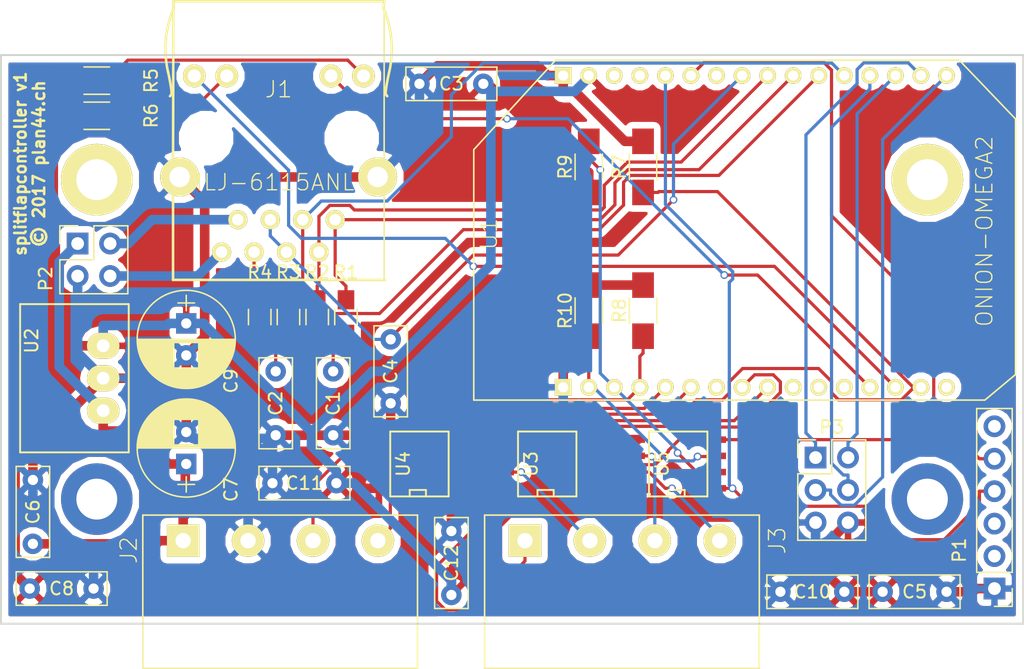
<source format=kicad_pcb>
(kicad_pcb (version 4) (host pcbnew 4.0.4-stable)

  (general
    (links 94)
    (no_connects 0)
    (area 25.900001 36.3 158.1 110.9242)
    (thickness 1.6)
    (drawings 28)
    (tracks 407)
    (zones 0)
    (modules 37)
    (nets 37)
  )

  (page A4)
  (layers
    (0 F.Cu signal)
    (31 B.Cu signal)
    (32 B.Adhes user)
    (33 F.Adhes user)
    (34 B.Paste user)
    (35 F.Paste user)
    (36 B.SilkS user)
    (37 F.SilkS user)
    (38 B.Mask user)
    (39 F.Mask user)
    (40 Dwgs.User user hide)
    (41 Cmts.User user)
    (42 Eco1.User user)
    (43 Eco2.User user)
    (44 Edge.Cuts user)
    (45 Margin user)
    (46 B.CrtYd user)
    (47 F.CrtYd user)
    (48 B.Fab user)
    (49 F.Fab user hide)
  )

  (setup
    (last_trace_width 0.25)
    (trace_clearance 0.2)
    (zone_clearance 0.508)
    (zone_45_only no)
    (trace_min 0.2)
    (segment_width 0.2)
    (edge_width 0.15)
    (via_size 0.6)
    (via_drill 0.4)
    (via_min_size 0.4)
    (via_min_drill 0.3)
    (uvia_size 0.3)
    (uvia_drill 0.1)
    (uvias_allowed no)
    (uvia_min_size 0.2)
    (uvia_min_drill 0.1)
    (pcb_text_width 0.3)
    (pcb_text_size 1.5 1.5)
    (mod_edge_width 0.15)
    (mod_text_size 1 1)
    (mod_text_width 0.15)
    (pad_size 5.6 5.6)
    (pad_drill 3.2)
    (pad_to_mask_clearance 0.2)
    (aux_axis_origin 0 0)
    (visible_elements FFFEFF7F)
    (pcbplotparams
      (layerselection 0x00030_80000001)
      (usegerberextensions false)
      (excludeedgelayer true)
      (linewidth 0.100000)
      (plotframeref false)
      (viasonmask false)
      (mode 1)
      (useauxorigin false)
      (hpglpennumber 1)
      (hpglpenspeed 20)
      (hpglpendiameter 15)
      (hpglpenoverlay 2)
      (psnegative false)
      (psa4output false)
      (plotreference true)
      (plotvalue true)
      (plotinvisibletext false)
      (padsonsilk false)
      (subtractmaskfromsilk false)
      (outputformat 1)
      (mirror false)
      (drillshape 1)
      (scaleselection 1)
      (outputdirectory ""))
  )

  (net 0 "")
  (net 1 +3V3)
  (net 2 GND)
  (net 3 /ETH_NETPWR)
  (net 4 /ETH_TX+)
  (net 5 /ETH_TX-)
  (net 6 /ETH_RX+)
  (net 7 /ETH_RX-)
  (net 8 /ETH_L1)
  (net 9 /Omega_RX)
  (net 10 /Omega_TX)
  (net 11 /ETH_PWR+)
  (net 12 /ETH_PWR-)
  (net 13 +24V)
  (net 14 /SBB_DATA2+)
  (net 15 /SBB_DATA2-)
  (net 16 /SBB_DATA1+)
  (net 17 /SBB_DATA1-)
  (net 18 /SBB_DATA3+)
  (net 19 /SBB_DATA3-)
  (net 20 /RS485_TXEN0)
  (net 21 /RS485_TXEN2)
  (net 22 /UART_RX2)
  (net 23 /UART_TX2)
  (net 24 /UART_RX1)
  (net 25 /UART_TX1)
  (net 26 /RS485_TXEN1)
  (net 27 /RS485_RXEN0)
  (net 28 "Net-(C1-Pad1)")
  (net 29 "Net-(C2-Pad1)")
  (net 30 "Net-(J1-Pad9)")
  (net 31 "Net-(J1-Pad11)")
  (net 32 /ETH_L2)
  (net 33 /G18)
  (net 34 /G19)
  (net 35 /I2C_SCL)
  (net 36 /I2C_SDA)

  (net_class Default "This is the default net class."
    (clearance 0.2)
    (trace_width 0.25)
    (via_dia 0.6)
    (via_drill 0.4)
    (uvia_dia 0.3)
    (uvia_drill 0.1)
    (add_net /ETH_L1)
    (add_net /ETH_L2)
    (add_net /ETH_NETPWR)
    (add_net /ETH_RX+)
    (add_net /ETH_RX-)
    (add_net /ETH_TX+)
    (add_net /ETH_TX-)
    (add_net /G18)
    (add_net /G19)
    (add_net /I2C_SCL)
    (add_net /I2C_SDA)
    (add_net /Omega_RX)
    (add_net /Omega_TX)
    (add_net /RS485_RXEN0)
    (add_net /RS485_TXEN0)
    (add_net /RS485_TXEN1)
    (add_net /RS485_TXEN2)
    (add_net /SBB_DATA1+)
    (add_net /SBB_DATA1-)
    (add_net /SBB_DATA2+)
    (add_net /SBB_DATA2-)
    (add_net /SBB_DATA3+)
    (add_net /SBB_DATA3-)
    (add_net /UART_RX1)
    (add_net /UART_RX2)
    (add_net /UART_TX1)
    (add_net /UART_TX2)
    (add_net "Net-(C1-Pad1)")
    (add_net "Net-(C2-Pad1)")
    (add_net "Net-(J1-Pad11)")
    (add_net "Net-(J1-Pad9)")
  )

  (net_class Power ""
    (clearance 0.2)
    (trace_width 0.75)
    (via_dia 1.2)
    (via_drill 0.6)
    (uvia_dia 1.2)
    (uvia_drill 0.6)
    (add_net +24V)
    (add_net +3V3)
    (add_net /ETH_PWR+)
    (add_net /ETH_PWR-)
    (add_net GND)
  )

  (module plan44:plan44-HLJ-6115ANL (layer F.Cu) (tedit 581B6BD3) (tstamp 58C30A8F)
    (at 70.5 67)
    (descr "ETHERNET CONNECTOR (MAGJACK) FOR POE")
    (tags "ETHERNET CONNECTOR (MAGJACK) FOR POE")
    (path /57FDFFAA)
    (attr virtual)
    (fp_text reference J1 (at -1.27 -4.318 180) (layer F.SilkS)
      (effects (font (size 1.27 1.27) (thickness 0.1016)))
    )
    (fp_text value HLJ-6115ANL (at -1.90754 2.9591 180) (layer F.SilkS)
      (effects (font (size 1.27 1.27) (thickness 0.1016)))
    )
    (fp_line (start 7.0739 10.59434) (end -9.53262 10.59434) (layer F.SilkS) (width 0.2032))
    (fp_line (start -9.53262 10.59434) (end -9.53262 3.88874) (layer F.SilkS) (width 0.2032))
    (fp_line (start -9.53262 3.88874) (end -9.53262 1.28778) (layer F.SilkS) (width 0.2032))
    (fp_line (start -9.53262 1.32842) (end -9.50468 -11.20902) (layer F.SilkS) (width 0.2032))
    (fp_line (start -9.50468 -11.20902) (end 7.00278 -11.20902) (layer F.SilkS) (width 0.2032))
    (fp_line (start 7.00278 -11.20902) (end 6.92912 -10.68324) (layer F.SilkS) (width 0.2032))
    (fp_line (start -9.50468 -11.20902) (end -9.46912 -10.68324) (layer F.SilkS) (width 0.2032))
    (fp_line (start 6.98754 -11.19886) (end 6.98754 10.60958) (layer F.SilkS) (width 0.127))
    (fp_arc (start -0.53848 -7.48284) (end 6.92912 -10.68324) (angle 36.1) (layer F.SilkS) (width 0.2032))
    (fp_arc (start 23.15972 -2.02438) (end 7.10438 -4.13258) (angle 5.4) (layer F.SilkS) (width 0.2032))
    (fp_arc (start 7.50824 -4.08178) (end 7.22884 -3.7846) (angle 54.2) (layer F.SilkS) (width 0.2032))
    (fp_arc (start -1.99898 -7.48284) (end -9.9187 -5.65912) (angle 36.1) (layer F.SilkS) (width 0.2032))
    (fp_arc (start -25.69972 -2.02438) (end -9.9187 -5.65912) (angle 5.4) (layer F.SilkS) (width 0.2032))
    (fp_arc (start -10.04824 -4.08178) (end -9.64438 -4.13258) (angle 54.2) (layer F.SilkS) (width 0.2032))
    (pad "" np_thru_hole circle (at 4.45 -0.5) (size 3.25 3.25) (drill 3.25) (layers *.Cu *.Mask))
    (pad 1 thru_hole circle (at 3.15468 5.8801) (size 1.4986 1.4986) (drill 0.89916) (layers *.Cu *.Mask F.Paste F.SilkS)
      (net 4 /ETH_TX+))
    (pad 2 thru_hole circle (at 1.88468 8.4201) (size 1.4986 1.4986) (drill 0.89916) (layers *.Cu *.Mask F.Paste F.SilkS)
      (net 5 /ETH_TX-))
    (pad 3 thru_hole circle (at 0.61468 5.8801) (size 1.4986 1.4986) (drill 0.89916) (layers *.Cu *.Mask F.Paste F.SilkS)
      (net 6 /ETH_RX+))
    (pad 4 thru_hole circle (at -0.65278 8.4201) (size 1.4986 1.4986) (drill 0.89916) (layers *.Cu *.Mask F.Paste F.SilkS)
      (net 3 /ETH_NETPWR))
    (pad 5 thru_hole circle (at -1.92278 5.8801) (size 1.4986 1.4986) (drill 0.89916) (layers *.Cu *.Mask F.Paste F.SilkS)
      (net 3 /ETH_NETPWR))
    (pad 6 thru_hole circle (at -3.19278 8.4201) (size 1.4986 1.4986) (drill 0.89916) (layers *.Cu *.Mask F.Paste F.SilkS)
      (net 7 /ETH_RX-))
    (pad 7 thru_hole circle (at -4.46278 5.8801) (size 1.4986 1.4986) (drill 0.89916) (layers *.Cu *.Mask F.Paste F.SilkS)
      (net 11 /ETH_PWR+))
    (pad 8 thru_hole circle (at -5.73278 8.4201) (size 1.4986 1.4986) (drill 0.89916) (layers *.Cu *.Mask F.Paste F.SilkS)
      (net 12 /ETH_PWR-))
    (pad 9 thru_hole circle (at 5.36956 -5.36956) (size 1.778 1.778) (drill 1.016) (layers *.Cu *.Mask F.Paste F.SilkS)
      (net 30 "Net-(J1-Pad9)"))
    (pad 10 thru_hole circle (at 2.82956 -5.36956) (size 1.778 1.778) (drill 1.016) (layers *.Cu *.Mask F.Paste F.SilkS)
      (net 8 /ETH_L1))
    (pad 11 thru_hole circle (at -5.32892 -5.36956) (size 1.778 1.778) (drill 1.016) (layers *.Cu *.Mask F.Paste F.SilkS)
      (net 31 "Net-(J1-Pad11)"))
    (pad 12 thru_hole circle (at -7.86892 -5.36956) (size 1.778 1.778) (drill 1.016) (layers *.Cu *.Mask F.Paste F.SilkS)
      (net 32 /ETH_L2))
    (pad S1 thru_hole circle (at 6.477 2.54) (size 3.048 3.048) (drill 1.59766) (layers *.Cu *.Mask F.Paste F.SilkS)
      (net 2 GND))
    (pad S2 thru_hole circle (at -9.017 2.54) (size 3.048 3.048) (drill 1.59766) (layers *.Cu *.Mask F.Paste F.SilkS)
      (net 2 GND))
    (pad "" np_thru_hole circle (at -6.95 -0.5) (size 3.25 3.25) (drill 3.25) (layers *.Cu *.Mask))
  )

  (module plan44:plan44-STELVIO-4P-508 (layer F.Cu) (tedit 58C31135) (tstamp 58C30AA2)
    (at 103.75 98 180)
    (path /58C2B953)
    (attr virtual)
    (fp_text reference J3 (at -4.5 0 270) (layer F.SilkS)
      (effects (font (size 1.27 1.27) (thickness 0.1016)))
    )
    (fp_text value SBB (at 7.62 -11.43 180) (layer F.Fab)
      (effects (font (thickness 0.15)))
    )
    (fp_line (start -3.0988 1.99898) (end -3.0988 -9.99998) (layer F.SilkS) (width 0.127))
    (fp_line (start -3.0988 -9.99998) (end 18.39976 -9.99998) (layer F.SilkS) (width 0.127))
    (fp_line (start 18.39976 -9.99998) (end 18.39976 1.99898) (layer F.SilkS) (width 0.127))
    (fp_line (start 18.39976 1.99898) (end -3.0988 1.99898) (layer F.SilkS) (width 0.127))
    (pad 1 thru_hole rect (at 15.24 0 180) (size 2.54 2.54) (drill 1.19888) (layers *.Cu *.Mask F.Paste F.SilkS)
      (net 16 /SBB_DATA1+))
    (pad 2 thru_hole circle (at 10.16 0 180) (size 2.54 2.54) (drill 1.19888) (layers *.Cu *.Mask F.Paste F.SilkS)
      (net 17 /SBB_DATA1-))
    (pad 3 thru_hole circle (at 5.08 0 180) (size 2.54 2.54) (drill 1.19888) (layers *.Cu *.Mask F.Paste F.SilkS)
      (net 18 /SBB_DATA3+))
    (pad 4 thru_hole circle (at 0 0 180) (size 2.54 2.54) (drill 1.19888) (layers *.Cu *.Mask F.Paste F.SilkS)
      (net 19 /SBB_DATA3-))
  )

  (module plan44:plan44-ONION-2MM-2X16 (layer F.Cu) (tedit 581313E0) (tstamp 58C2B362)
    (at 105.5 74 90)
    (descr "FOOTPRINT FÜR ONION OMEGA")
    (tags "FOOTPRINT FÜR ONION OMEGA")
    (path /57FDEEFD)
    (attr virtual)
    (fp_text reference U1 (at 0 -19.812 90) (layer F.SilkS)
      (effects (font (size 1.27 1.27) (thickness 0.1016)))
    )
    (fp_text value ONION-OMEGA2 (at 0.20828 18.96364 90) (layer F.SilkS)
      (effects (font (size 1.27 1.27) (thickness 0.1016)))
    )
    (fp_line (start -12.99972 -20.99818) (end 6.59892 -20.99818) (layer F.SilkS) (width 0.127))
    (fp_line (start 6.59892 -20.99818) (end 13.59916 -14.59992) (layer F.SilkS) (width 0.127))
    (fp_line (start 13.59916 -14.59992) (end 13.59916 16.99768) (layer F.SilkS) (width 0.127))
    (fp_line (start 13.59916 16.99768) (end 8.99922 21.3995) (layer F.SilkS) (width 0.127))
    (fp_line (start 8.99922 21.3995) (end -10.9982 21.3995) (layer F.SilkS) (width 0.127))
    (fp_line (start -10.9982 21.3995) (end -12.99972 18.9992) (layer F.SilkS) (width 0.127))
    (fp_line (start -12.99972 18.9992) (end -12.99972 -20.99818) (layer F.SilkS) (width 0.127))
    (pad B1 thru_hole rect (at 12.39774 -13.99794 90) (size 1.30556 1.30556) (drill 0.79756) (layers *.Cu *.Mask F.Paste F.SilkS)
      (net 2 GND))
    (pad B2 thru_hole circle (at 12.39774 -11.99896 90) (size 1.30556 1.30556) (drill 0.79756) (layers *.Cu *.Mask F.Paste F.SilkS)
      (net 1 +3V3))
    (pad B3 thru_hole circle (at 12.39774 -9.99998 90) (size 1.30556 1.30556) (drill 0.79756) (layers *.Cu *.Mask F.Paste F.SilkS))
    (pad B4 thru_hole circle (at 12.39774 -7.99846 90) (size 1.30556 1.30556) (drill 0.79756) (layers *.Cu *.Mask F.Paste F.SilkS))
    (pad B5 thru_hole circle (at 12.39774 -5.99948 90) (size 1.30556 1.30556) (drill 0.79756) (layers *.Cu *.Mask F.Paste F.SilkS)
      (net 9 /Omega_RX))
    (pad B6 thru_hole circle (at 12.39774 -3.99796 90) (size 1.30556 1.30556) (drill 0.79756) (layers *.Cu *.Mask F.Paste F.SilkS)
      (net 10 /Omega_TX))
    (pad B7 thru_hole circle (at 12.39774 -1.99898 90) (size 1.30556 1.30556) (drill 0.79756) (layers *.Cu *.Mask F.Paste F.SilkS))
    (pad B8 thru_hole circle (at 12.39774 0 90) (size 1.30556 1.30556) (drill 0.79756) (layers *.Cu *.Mask F.Paste F.SilkS)
      (net 3 /ETH_NETPWR))
    (pad B9 thru_hole circle (at 12.39774 1.99898 90) (size 1.30556 1.30556) (drill 0.79756) (layers *.Cu *.Mask F.Paste F.SilkS)
      (net 5 /ETH_TX-))
    (pad B10 thru_hole circle (at 12.39774 3.99796 90) (size 1.30556 1.30556) (drill 0.79756) (layers *.Cu *.Mask F.Paste F.SilkS)
      (net 4 /ETH_TX+))
    (pad B11 thru_hole circle (at 12.39774 5.99948 90) (size 1.30556 1.30556) (drill 0.79756) (layers *.Cu *.Mask F.Paste F.SilkS)
      (net 7 /ETH_RX-))
    (pad B12 thru_hole circle (at 12.39774 7.99846 90) (size 1.30556 1.30556) (drill 0.79756) (layers *.Cu *.Mask F.Paste F.SilkS)
      (net 6 /ETH_RX+))
    (pad B13 thru_hole circle (at 12.39774 9.99998 90) (size 1.30556 1.30556) (drill 0.79756) (layers *.Cu *.Mask F.Paste F.SilkS)
      (net 33 /G18))
    (pad B14 thru_hole circle (at 12.39774 11.99896 90) (size 1.30556 1.30556) (drill 0.79756) (layers *.Cu *.Mask F.Paste F.SilkS)
      (net 34 /G19))
    (pad B15 thru_hole circle (at 12.39774 13.99794 90) (size 1.30556 1.30556) (drill 0.79756) (layers *.Cu *.Mask F.Paste F.SilkS)
      (net 35 /I2C_SCL))
    (pad B16 thru_hole circle (at 12.39774 15.99946 90) (size 1.30556 1.30556) (drill 0.79756) (layers *.Cu *.Mask F.Paste F.SilkS)
      (net 36 /I2C_SDA))
    (pad A1 thru_hole rect (at -11.99896 -13.99794 90) (size 1.30556 1.30556) (drill 0.79756) (layers *.Cu *.Mask F.Paste F.SilkS)
      (net 2 GND))
    (pad A2 thru_hole circle (at -11.99896 -11.99896 90) (size 1.30556 1.30556) (drill 0.79756) (layers *.Cu *.Mask F.Paste F.SilkS)
      (net 20 /RS485_TXEN0))
    (pad A3 thru_hole circle (at -11.99896 -9.99998 90) (size 1.30556 1.30556) (drill 0.79756) (layers *.Cu *.Mask F.Paste F.SilkS)
      (net 27 /RS485_RXEN0))
    (pad A4 thru_hole circle (at -11.99896 -7.99846 90) (size 1.30556 1.30556) (drill 0.79756) (layers *.Cu *.Mask F.Paste F.SilkS)
      (net 21 /RS485_TXEN2))
    (pad A5 thru_hole circle (at -11.99896 -5.99948 90) (size 1.30556 1.30556) (drill 0.79756) (layers *.Cu *.Mask F.Paste F.SilkS)
      (net 22 /UART_RX2))
    (pad A6 thru_hole circle (at -11.99896 -3.99796 90) (size 1.30556 1.30556) (drill 0.79756) (layers *.Cu *.Mask F.Paste F.SilkS)
      (net 23 /UART_TX2))
    (pad A7 thru_hole circle (at -11.99896 -1.99898 90) (size 1.30556 1.30556) (drill 0.79756) (layers *.Cu *.Mask F.Paste F.SilkS))
    (pad A8 thru_hole circle (at -11.99896 0 90) (size 1.30556 1.30556) (drill 0.79756) (layers *.Cu *.Mask F.Paste F.SilkS)
      (net 24 /UART_RX1))
    (pad A9 thru_hole circle (at -11.99896 1.99898 90) (size 1.30556 1.30556) (drill 0.79756) (layers *.Cu *.Mask F.Paste F.SilkS)
      (net 25 /UART_TX1))
    (pad A10 thru_hole circle (at -11.99896 3.99796 90) (size 1.30556 1.30556) (drill 0.79756) (layers *.Cu *.Mask F.Paste F.SilkS))
    (pad A11 thru_hole circle (at -11.99896 5.99948 90) (size 1.30556 1.30556) (drill 0.79756) (layers *.Cu *.Mask F.Paste F.SilkS))
    (pad A12 thru_hole circle (at -11.99896 7.99846 90) (size 1.30556 1.30556) (drill 0.79756) (layers *.Cu *.Mask F.Paste F.SilkS))
    (pad A13 thru_hole circle (at -11.99896 9.99998 90) (size 1.30556 1.30556) (drill 0.79756) (layers *.Cu *.Mask F.Paste F.SilkS)
      (net 8 /ETH_L1))
    (pad A14 thru_hole circle (at -11.99896 11.99896 90) (size 1.30556 1.30556) (drill 0.79756) (layers *.Cu *.Mask F.Paste F.SilkS)
      (net 32 /ETH_L2))
    (pad A15 thru_hole circle (at -11.99896 13.99794 90) (size 1.30556 1.30556) (drill 0.79756) (layers *.Cu *.Mask F.Paste F.SilkS)
      (net 26 /RS485_TXEN1))
    (pad A16 thru_hole circle (at -11.99896 15.99946 90) (size 1.30556 1.30556) (drill 0.79756) (layers *.Cu *.Mask F.Paste F.SilkS))
  )

  (module plan44:plan44-STELVIO-4P-508 (layer F.Cu) (tedit 58C3112D) (tstamp 57FE51CB)
    (at 77 98 180)
    (path /58C2BA25)
    (attr virtual)
    (fp_text reference J2 (at 19.5 -0.75 450) (layer F.SilkS)
      (effects (font (size 1.27 1.27) (thickness 0.1016)))
    )
    (fp_text value SBB (at 7.62 -11.43 180) (layer F.Fab)
      (effects (font (thickness 0.15)))
    )
    (fp_line (start -3.0988 1.99898) (end -3.0988 -9.99998) (layer F.SilkS) (width 0.127))
    (fp_line (start -3.0988 -9.99998) (end 18.39976 -9.99998) (layer F.SilkS) (width 0.127))
    (fp_line (start 18.39976 -9.99998) (end 18.39976 1.99898) (layer F.SilkS) (width 0.127))
    (fp_line (start 18.39976 1.99898) (end -3.0988 1.99898) (layer F.SilkS) (width 0.127))
    (pad 1 thru_hole rect (at 15.24 0 180) (size 2.54 2.54) (drill 1.19888) (layers *.Cu *.Mask F.Paste F.SilkS)
      (net 13 +24V))
    (pad 2 thru_hole circle (at 10.16 0 180) (size 2.54 2.54) (drill 1.19888) (layers *.Cu *.Mask F.Paste F.SilkS)
      (net 2 GND))
    (pad 3 thru_hole circle (at 5.08 0 180) (size 2.54 2.54) (drill 1.19888) (layers *.Cu *.Mask F.Paste F.SilkS)
      (net 14 /SBB_DATA2+))
    (pad 4 thru_hole circle (at 0 0 180) (size 2.54 2.54) (drill 1.19888) (layers *.Cu *.Mask F.Paste F.SilkS)
      (net 15 /SBB_DATA2-))
  )

  (module SMD_Packages:SOIC-8-N (layer F.Cu) (tedit 0) (tstamp 57FE0CF8)
    (at 90.25 92 90)
    (descr "Module Narrow CMS SOJ 8 pins large")
    (tags "CMS SOJ")
    (path /57FE565B)
    (attr smd)
    (fp_text reference U3 (at 0 -1.27 90) (layer F.SilkS)
      (effects (font (size 1 1) (thickness 0.15)))
    )
    (fp_text value ADM3485E (at 0 1.27 90) (layer F.Fab)
      (effects (font (size 1 1) (thickness 0.15)))
    )
    (fp_line (start -2.54 -2.286) (end 2.54 -2.286) (layer F.SilkS) (width 0.15))
    (fp_line (start 2.54 -2.286) (end 2.54 2.286) (layer F.SilkS) (width 0.15))
    (fp_line (start 2.54 2.286) (end -2.54 2.286) (layer F.SilkS) (width 0.15))
    (fp_line (start -2.54 2.286) (end -2.54 -2.286) (layer F.SilkS) (width 0.15))
    (fp_line (start -2.54 -0.762) (end -2.032 -0.762) (layer F.SilkS) (width 0.15))
    (fp_line (start -2.032 -0.762) (end -2.032 0.508) (layer F.SilkS) (width 0.15))
    (fp_line (start -2.032 0.508) (end -2.54 0.508) (layer F.SilkS) (width 0.15))
    (pad 8 smd rect (at -1.905 -3.175 90) (size 0.508 1.143) (layers F.Cu F.Paste F.Mask)
      (net 1 +3V3))
    (pad 7 smd rect (at -0.635 -3.175 90) (size 0.508 1.143) (layers F.Cu F.Paste F.Mask)
      (net 17 /SBB_DATA1-))
    (pad 6 smd rect (at 0.635 -3.175 90) (size 0.508 1.143) (layers F.Cu F.Paste F.Mask)
      (net 16 /SBB_DATA1+))
    (pad 5 smd rect (at 1.905 -3.175 90) (size 0.508 1.143) (layers F.Cu F.Paste F.Mask)
      (net 2 GND))
    (pad 4 smd rect (at 1.905 3.175 90) (size 0.508 1.143) (layers F.Cu F.Paste F.Mask)
      (net 25 /UART_TX1))
    (pad 3 smd rect (at 0.635 3.175 90) (size 0.508 1.143) (layers F.Cu F.Paste F.Mask)
      (net 26 /RS485_TXEN1))
    (pad 2 smd rect (at -0.635 3.175 90) (size 0.508 1.143) (layers F.Cu F.Paste F.Mask)
      (net 2 GND))
    (pad 1 smd rect (at -1.905 3.175 90) (size 0.508 1.143) (layers F.Cu F.Paste F.Mask)
      (net 24 /UART_RX1))
    (model SMD_Packages.3dshapes/SOIC-8-N.wrl
      (at (xyz 0 0 0))
      (scale (xyz 0.5 0.38 0.5))
      (rotate (xyz 0 0 0))
    )
  )

  (module Mounting_Holes:MountingHole_3.2mm_M3_DIN965_Pad locked (layer F.Cu) (tedit 57FE2A1A) (tstamp 57FE2AB8)
    (at 55 69.75)
    (descr "Mounting Hole 3.2mm, M3, DIN965")
    (tags "mounting hole 3.2mm m3 din965")
    (path /57FE2943)
    (fp_text reference MH1 (at 0 -3.8) (layer F.SilkS) hide
      (effects (font (size 1 1) (thickness 0.15)))
    )
    (fp_text value CONN_01X01 (at 0 3.8) (layer F.Fab)
      (effects (font (size 1 1) (thickness 0.15)))
    )
    (fp_circle (center 0 0) (end 2.8 0) (layer Cmts.User) (width 0.15))
    (fp_circle (center 0 0) (end 3.05 0) (layer F.CrtYd) (width 0.05))
    (pad 1 thru_hole circle (at 0 0) (size 5.6 5.6) (drill 3.2) (layers *.Cu *.Mask F.SilkS))
  )

  (module Mounting_Holes:MountingHole_3.2mm_M3_DIN965_Pad locked (layer F.Cu) (tedit 57FE2A14) (tstamp 57FE2ABF)
    (at 120 69.75)
    (descr "Mounting Hole 3.2mm, M3, DIN965")
    (tags "mounting hole 3.2mm m3 din965")
    (path /57FE2F62)
    (fp_text reference MH2 (at 0 -3.8) (layer F.SilkS) hide
      (effects (font (size 1 1) (thickness 0.15)))
    )
    (fp_text value CONN_01X01 (at 0 3.8) (layer F.Fab)
      (effects (font (size 1 1) (thickness 0.15)))
    )
    (fp_circle (center 0 0) (end 2.8 0) (layer Cmts.User) (width 0.15))
    (fp_circle (center 0 0) (end 3.05 0) (layer F.CrtYd) (width 0.05))
    (pad 1 thru_hole circle (at 0 0) (size 5.6 5.6) (drill 3.2) (layers *.Cu *.Mask F.SilkS))
  )

  (module Mounting_Holes:MountingHole_3.2mm_M3_DIN965_Pad locked (layer F.Cu) (tedit 58C2E12E) (tstamp 58C2B35C)
    (at 55 94.75)
    (descr "Mounting Hole 3.2mm, M3, DIN965")
    (tags "mounting hole 3.2mm m3 din965")
    (path /58C2B46B)
    (fp_text reference MH3 (at 0 -3.8) (layer F.SilkS) hide
      (effects (font (size 1 1) (thickness 0.15)))
    )
    (fp_text value CONN_01X01 (at 0 3.8) (layer F.Fab)
      (effects (font (size 1 1) (thickness 0.15)))
    )
    (fp_circle (center 0 0) (end 2.8 0) (layer Cmts.User) (width 0.15))
    (fp_circle (center 0 0) (end 3.05 0) (layer F.CrtYd) (width 0.05))
    (pad 1 thru_hole circle (at 0 0) (size 5.6 5.6) (drill 3.2) (layers *.Cu *.Mask))
  )

  (module Mounting_Holes:MountingHole_3.2mm_M3_DIN965_Pad locked (layer F.Cu) (tedit 58C2E100) (tstamp 58C2B361)
    (at 120 94.75)
    (descr "Mounting Hole 3.2mm, M3, DIN965")
    (tags "mounting hole 3.2mm m3 din965")
    (path /58C2B4DA)
    (fp_text reference MH4 (at 0 -3.8) (layer F.SilkS) hide
      (effects (font (size 1 1) (thickness 0.15)))
    )
    (fp_text value CONN_01X01 (at 0 3.8) (layer F.Fab)
      (effects (font (size 1 1) (thickness 0.15)))
    )
    (fp_circle (center 0 0) (end 2.8 0) (layer Cmts.User) (width 0.15))
    (fp_circle (center 0 0) (end 3.05 0) (layer F.CrtYd) (width 0.05))
    (pad 1 thru_hole circle (at 0 0) (size 5.6 5.6) (drill 3.2) (layers *.Cu *.Mask))
  )

  (module SMD_Packages:SOIC-8-N (layer F.Cu) (tedit 0) (tstamp 58C2B38B)
    (at 80.25 92 90)
    (descr "Module Narrow CMS SOJ 8 pins large")
    (tags "CMS SOJ")
    (path /58C2BA39)
    (attr smd)
    (fp_text reference U4 (at 0 -1.27 90) (layer F.SilkS)
      (effects (font (size 1 1) (thickness 0.15)))
    )
    (fp_text value ADM3485E (at 0 1.27 90) (layer F.Fab)
      (effects (font (size 1 1) (thickness 0.15)))
    )
    (fp_line (start -2.54 -2.286) (end 2.54 -2.286) (layer F.SilkS) (width 0.15))
    (fp_line (start 2.54 -2.286) (end 2.54 2.286) (layer F.SilkS) (width 0.15))
    (fp_line (start 2.54 2.286) (end -2.54 2.286) (layer F.SilkS) (width 0.15))
    (fp_line (start -2.54 2.286) (end -2.54 -2.286) (layer F.SilkS) (width 0.15))
    (fp_line (start -2.54 -0.762) (end -2.032 -0.762) (layer F.SilkS) (width 0.15))
    (fp_line (start -2.032 -0.762) (end -2.032 0.508) (layer F.SilkS) (width 0.15))
    (fp_line (start -2.032 0.508) (end -2.54 0.508) (layer F.SilkS) (width 0.15))
    (pad 8 smd rect (at -1.905 -3.175 90) (size 0.508 1.143) (layers F.Cu F.Paste F.Mask)
      (net 1 +3V3))
    (pad 7 smd rect (at -0.635 -3.175 90) (size 0.508 1.143) (layers F.Cu F.Paste F.Mask)
      (net 15 /SBB_DATA2-))
    (pad 6 smd rect (at 0.635 -3.175 90) (size 0.508 1.143) (layers F.Cu F.Paste F.Mask)
      (net 14 /SBB_DATA2+))
    (pad 5 smd rect (at 1.905 -3.175 90) (size 0.508 1.143) (layers F.Cu F.Paste F.Mask)
      (net 2 GND))
    (pad 4 smd rect (at 1.905 3.175 90) (size 0.508 1.143) (layers F.Cu F.Paste F.Mask)
      (net 23 /UART_TX2))
    (pad 3 smd rect (at 0.635 3.175 90) (size 0.508 1.143) (layers F.Cu F.Paste F.Mask)
      (net 21 /RS485_TXEN2))
    (pad 2 smd rect (at -0.635 3.175 90) (size 0.508 1.143) (layers F.Cu F.Paste F.Mask)
      (net 2 GND))
    (pad 1 smd rect (at -1.905 3.175 90) (size 0.508 1.143) (layers F.Cu F.Paste F.Mask)
      (net 22 /UART_RX2))
    (model SMD_Packages.3dshapes/SOIC-8-N.wrl
      (at (xyz 0 0 0))
      (scale (xyz 0.5 0.38 0.5))
      (rotate (xyz 0 0 0))
    )
  )

  (module SMD_Packages:SOIC-8-N (layer F.Cu) (tedit 0) (tstamp 58C2B396)
    (at 100.5 92 90)
    (descr "Module Narrow CMS SOJ 8 pins large")
    (tags "CMS SOJ")
    (path /58C2B967)
    (attr smd)
    (fp_text reference U5 (at 0 -1.27 90) (layer F.SilkS)
      (effects (font (size 1 1) (thickness 0.15)))
    )
    (fp_text value ADM3485E (at 0 1.27 90) (layer F.Fab)
      (effects (font (size 1 1) (thickness 0.15)))
    )
    (fp_line (start -2.54 -2.286) (end 2.54 -2.286) (layer F.SilkS) (width 0.15))
    (fp_line (start 2.54 -2.286) (end 2.54 2.286) (layer F.SilkS) (width 0.15))
    (fp_line (start 2.54 2.286) (end -2.54 2.286) (layer F.SilkS) (width 0.15))
    (fp_line (start -2.54 2.286) (end -2.54 -2.286) (layer F.SilkS) (width 0.15))
    (fp_line (start -2.54 -0.762) (end -2.032 -0.762) (layer F.SilkS) (width 0.15))
    (fp_line (start -2.032 -0.762) (end -2.032 0.508) (layer F.SilkS) (width 0.15))
    (fp_line (start -2.032 0.508) (end -2.54 0.508) (layer F.SilkS) (width 0.15))
    (pad 8 smd rect (at -1.905 -3.175 90) (size 0.508 1.143) (layers F.Cu F.Paste F.Mask)
      (net 1 +3V3))
    (pad 7 smd rect (at -0.635 -3.175 90) (size 0.508 1.143) (layers F.Cu F.Paste F.Mask)
      (net 19 /SBB_DATA3-))
    (pad 6 smd rect (at 0.635 -3.175 90) (size 0.508 1.143) (layers F.Cu F.Paste F.Mask)
      (net 18 /SBB_DATA3+))
    (pad 5 smd rect (at 1.905 -3.175 90) (size 0.508 1.143) (layers F.Cu F.Paste F.Mask)
      (net 2 GND))
    (pad 4 smd rect (at 1.905 3.175 90) (size 0.508 1.143) (layers F.Cu F.Paste F.Mask)
      (net 10 /Omega_TX))
    (pad 3 smd rect (at 0.635 3.175 90) (size 0.508 1.143) (layers F.Cu F.Paste F.Mask)
      (net 20 /RS485_TXEN0))
    (pad 2 smd rect (at -0.635 3.175 90) (size 0.508 1.143) (layers F.Cu F.Paste F.Mask)
      (net 27 /RS485_RXEN0))
    (pad 1 smd rect (at -1.905 3.175 90) (size 0.508 1.143) (layers F.Cu F.Paste F.Mask)
      (net 9 /Omega_RX))
    (model SMD_Packages.3dshapes/SOIC-8-N.wrl
      (at (xyz 0 0 0))
      (scale (xyz 0.5 0.38 0.5))
      (rotate (xyz 0 0 0))
    )
  )

  (module Capacitors_ThroughHole:C_Rect_L7.0mm_W2.5mm_P5.00mm (layer F.Cu) (tedit 58C2E14F) (tstamp 58C2BF2D)
    (at 73.5 84.75 270)
    (descr "C, Rect series, Radial, pin pitch=5.00mm, , length*width=7*2.5mm^2, Capacitor")
    (tags "C Rect series Radial pin pitch 5.00mm  length 7mm width 2.5mm Capacitor")
    (path /57FE18E9)
    (fp_text reference C1 (at 2.5 0 270) (layer F.SilkS)
      (effects (font (size 1 1) (thickness 0.15)))
    )
    (fp_text value 100nF (at 2.5 2.31 270) (layer F.Fab)
      (effects (font (size 1 1) (thickness 0.15)))
    )
    (fp_line (start -1 -1.25) (end -1 1.25) (layer F.Fab) (width 0.1))
    (fp_line (start -1 1.25) (end 6 1.25) (layer F.Fab) (width 0.1))
    (fp_line (start 6 1.25) (end 6 -1.25) (layer F.Fab) (width 0.1))
    (fp_line (start 6 -1.25) (end -1 -1.25) (layer F.Fab) (width 0.1))
    (fp_line (start -1.06 -1.31) (end 6.06 -1.31) (layer F.SilkS) (width 0.12))
    (fp_line (start -1.06 1.31) (end 6.06 1.31) (layer F.SilkS) (width 0.12))
    (fp_line (start -1.06 -1.31) (end -1.06 1.31) (layer F.SilkS) (width 0.12))
    (fp_line (start 6.06 -1.31) (end 6.06 1.31) (layer F.SilkS) (width 0.12))
    (fp_line (start -1.35 -1.6) (end -1.35 1.6) (layer F.CrtYd) (width 0.05))
    (fp_line (start -1.35 1.6) (end 6.35 1.6) (layer F.CrtYd) (width 0.05))
    (fp_line (start 6.35 1.6) (end 6.35 -1.6) (layer F.CrtYd) (width 0.05))
    (fp_line (start 6.35 -1.6) (end -1.35 -1.6) (layer F.CrtYd) (width 0.05))
    (pad 1 thru_hole circle (at 0 0 270) (size 1.6 1.6) (drill 0.8) (layers *.Cu *.Mask)
      (net 28 "Net-(C1-Pad1)"))
    (pad 2 thru_hole circle (at 5 0 270) (size 1.6 1.6) (drill 0.8) (layers *.Cu *.Mask)
      (net 2 GND))
    (model Capacitors_THT.3dshapes/C_Rect_L7.0mm_W2.5mm_P5.00mm.wrl
      (at (xyz 0 0 0))
      (scale (xyz 0.393701 0.393701 0.393701))
      (rotate (xyz 0 0 0))
    )
  )

  (module Capacitors_ThroughHole:C_Rect_L7.0mm_W2.5mm_P5.00mm (layer F.Cu) (tedit 58C2E117) (tstamp 58C2BF32)
    (at 69 84.75 270)
    (descr "C, Rect series, Radial, pin pitch=5.00mm, , length*width=7*2.5mm^2, Capacitor")
    (tags "C Rect series Radial pin pitch 5.00mm  length 7mm width 2.5mm Capacitor")
    (path /57FE1952)
    (fp_text reference C2 (at 2.5 0 270) (layer F.SilkS)
      (effects (font (size 1 1) (thickness 0.15)))
    )
    (fp_text value 100nF (at 2.5 2.31 270) (layer F.Fab)
      (effects (font (size 1 1) (thickness 0.15)))
    )
    (fp_line (start -1 -1.25) (end -1 1.25) (layer F.Fab) (width 0.1))
    (fp_line (start -1 1.25) (end 6 1.25) (layer F.Fab) (width 0.1))
    (fp_line (start 6 1.25) (end 6 -1.25) (layer F.Fab) (width 0.1))
    (fp_line (start 6 -1.25) (end -1 -1.25) (layer F.Fab) (width 0.1))
    (fp_line (start -1.06 -1.31) (end 6.06 -1.31) (layer F.SilkS) (width 0.12))
    (fp_line (start -1.06 1.31) (end 6.06 1.31) (layer F.SilkS) (width 0.12))
    (fp_line (start -1.06 -1.31) (end -1.06 1.31) (layer F.SilkS) (width 0.12))
    (fp_line (start 6.06 -1.31) (end 6.06 1.31) (layer F.SilkS) (width 0.12))
    (fp_line (start -1.35 -1.6) (end -1.35 1.6) (layer F.CrtYd) (width 0.05))
    (fp_line (start -1.35 1.6) (end 6.35 1.6) (layer F.CrtYd) (width 0.05))
    (fp_line (start 6.35 1.6) (end 6.35 -1.6) (layer F.CrtYd) (width 0.05))
    (fp_line (start 6.35 -1.6) (end -1.35 -1.6) (layer F.CrtYd) (width 0.05))
    (pad 1 thru_hole circle (at 0 0 270) (size 1.6 1.6) (drill 0.8) (layers *.Cu *.Mask)
      (net 29 "Net-(C2-Pad1)"))
    (pad 2 thru_hole circle (at 5 0 270) (size 1.6 1.6) (drill 0.8) (layers *.Cu *.Mask)
      (net 2 GND))
    (model Capacitors_THT.3dshapes/C_Rect_L7.0mm_W2.5mm_P5.00mm.wrl
      (at (xyz 0 0 0))
      (scale (xyz 0.393701 0.393701 0.393701))
      (rotate (xyz 0 0 0))
    )
  )

  (module Capacitors_ThroughHole:C_Rect_L7.0mm_W2.5mm_P5.00mm (layer F.Cu) (tedit 58C2E110) (tstamp 58C2BF37)
    (at 85.25 62.25 180)
    (descr "C, Rect series, Radial, pin pitch=5.00mm, , length*width=7*2.5mm^2, Capacitor")
    (tags "C Rect series Radial pin pitch 5.00mm  length 7mm width 2.5mm Capacitor")
    (path /57FDEF26)
    (fp_text reference C3 (at 2.5 0 180) (layer F.SilkS)
      (effects (font (size 1 1) (thickness 0.15)))
    )
    (fp_text value 100nF (at 2.5 2.31 180) (layer F.Fab)
      (effects (font (size 1 1) (thickness 0.15)))
    )
    (fp_line (start -1 -1.25) (end -1 1.25) (layer F.Fab) (width 0.1))
    (fp_line (start -1 1.25) (end 6 1.25) (layer F.Fab) (width 0.1))
    (fp_line (start 6 1.25) (end 6 -1.25) (layer F.Fab) (width 0.1))
    (fp_line (start 6 -1.25) (end -1 -1.25) (layer F.Fab) (width 0.1))
    (fp_line (start -1.06 -1.31) (end 6.06 -1.31) (layer F.SilkS) (width 0.12))
    (fp_line (start -1.06 1.31) (end 6.06 1.31) (layer F.SilkS) (width 0.12))
    (fp_line (start -1.06 -1.31) (end -1.06 1.31) (layer F.SilkS) (width 0.12))
    (fp_line (start 6.06 -1.31) (end 6.06 1.31) (layer F.SilkS) (width 0.12))
    (fp_line (start -1.35 -1.6) (end -1.35 1.6) (layer F.CrtYd) (width 0.05))
    (fp_line (start -1.35 1.6) (end 6.35 1.6) (layer F.CrtYd) (width 0.05))
    (fp_line (start 6.35 1.6) (end 6.35 -1.6) (layer F.CrtYd) (width 0.05))
    (fp_line (start 6.35 -1.6) (end -1.35 -1.6) (layer F.CrtYd) (width 0.05))
    (pad 1 thru_hole circle (at 0 0 180) (size 1.6 1.6) (drill 0.8) (layers *.Cu *.Mask)
      (net 1 +3V3))
    (pad 2 thru_hole circle (at 5 0 180) (size 1.6 1.6) (drill 0.8) (layers *.Cu *.Mask)
      (net 2 GND))
    (model Capacitors_THT.3dshapes/C_Rect_L7.0mm_W2.5mm_P5.00mm.wrl
      (at (xyz 0 0 0))
      (scale (xyz 0.393701 0.393701 0.393701))
      (rotate (xyz 0 0 0))
    )
  )

  (module Capacitors_ThroughHole:C_Rect_L7.0mm_W2.5mm_P5.00mm (layer F.Cu) (tedit 58C2E15B) (tstamp 58C2BF41)
    (at 116.5 102)
    (descr "C, Rect series, Radial, pin pitch=5.00mm, , length*width=7*2.5mm^2, Capacitor")
    (tags "C Rect series Radial pin pitch 5.00mm  length 7mm width 2.5mm Capacitor")
    (path /58C35DAB)
    (fp_text reference C5 (at 2.5 0) (layer F.SilkS)
      (effects (font (size 1 1) (thickness 0.15)))
    )
    (fp_text value 100nF (at 2.5 2.31) (layer F.Fab)
      (effects (font (size 1 1) (thickness 0.15)))
    )
    (fp_line (start -1 -1.25) (end -1 1.25) (layer F.Fab) (width 0.1))
    (fp_line (start -1 1.25) (end 6 1.25) (layer F.Fab) (width 0.1))
    (fp_line (start 6 1.25) (end 6 -1.25) (layer F.Fab) (width 0.1))
    (fp_line (start 6 -1.25) (end -1 -1.25) (layer F.Fab) (width 0.1))
    (fp_line (start -1.06 -1.31) (end 6.06 -1.31) (layer F.SilkS) (width 0.12))
    (fp_line (start -1.06 1.31) (end 6.06 1.31) (layer F.SilkS) (width 0.12))
    (fp_line (start -1.06 -1.31) (end -1.06 1.31) (layer F.SilkS) (width 0.12))
    (fp_line (start 6.06 -1.31) (end 6.06 1.31) (layer F.SilkS) (width 0.12))
    (fp_line (start -1.35 -1.6) (end -1.35 1.6) (layer F.CrtYd) (width 0.05))
    (fp_line (start -1.35 1.6) (end 6.35 1.6) (layer F.CrtYd) (width 0.05))
    (fp_line (start 6.35 1.6) (end 6.35 -1.6) (layer F.CrtYd) (width 0.05))
    (fp_line (start 6.35 -1.6) (end -1.35 -1.6) (layer F.CrtYd) (width 0.05))
    (pad 1 thru_hole circle (at 0 0) (size 1.6 1.6) (drill 0.8) (layers *.Cu *.Mask)
      (net 1 +3V3))
    (pad 2 thru_hole circle (at 5 0) (size 1.6 1.6) (drill 0.8) (layers *.Cu *.Mask)
      (net 2 GND))
    (model Capacitors_THT.3dshapes/C_Rect_L7.0mm_W2.5mm_P5.00mm.wrl
      (at (xyz 0 0 0))
      (scale (xyz 0.393701 0.393701 0.393701))
      (rotate (xyz 0 0 0))
    )
  )

  (module Capacitors_ThroughHole:C_Rect_L7.0mm_W2.5mm_P5.00mm (layer F.Cu) (tedit 58C2E0CF) (tstamp 58C2BF46)
    (at 50 98.25 90)
    (descr "C, Rect series, Radial, pin pitch=5.00mm, , length*width=7*2.5mm^2, Capacitor")
    (tags "C Rect series Radial pin pitch 5.00mm  length 7mm width 2.5mm Capacitor")
    (path /58C31BA4)
    (fp_text reference C6 (at 2.5 0 90) (layer F.SilkS)
      (effects (font (size 1 1) (thickness 0.15)))
    )
    (fp_text value 100nF (at 2.5 2.31 90) (layer F.Fab)
      (effects (font (size 1 1) (thickness 0.15)))
    )
    (fp_line (start -1 -1.25) (end -1 1.25) (layer F.Fab) (width 0.1))
    (fp_line (start -1 1.25) (end 6 1.25) (layer F.Fab) (width 0.1))
    (fp_line (start 6 1.25) (end 6 -1.25) (layer F.Fab) (width 0.1))
    (fp_line (start 6 -1.25) (end -1 -1.25) (layer F.Fab) (width 0.1))
    (fp_line (start -1.06 -1.31) (end 6.06 -1.31) (layer F.SilkS) (width 0.12))
    (fp_line (start -1.06 1.31) (end 6.06 1.31) (layer F.SilkS) (width 0.12))
    (fp_line (start -1.06 -1.31) (end -1.06 1.31) (layer F.SilkS) (width 0.12))
    (fp_line (start 6.06 -1.31) (end 6.06 1.31) (layer F.SilkS) (width 0.12))
    (fp_line (start -1.35 -1.6) (end -1.35 1.6) (layer F.CrtYd) (width 0.05))
    (fp_line (start -1.35 1.6) (end 6.35 1.6) (layer F.CrtYd) (width 0.05))
    (fp_line (start 6.35 1.6) (end 6.35 -1.6) (layer F.CrtYd) (width 0.05))
    (fp_line (start 6.35 -1.6) (end -1.35 -1.6) (layer F.CrtYd) (width 0.05))
    (pad 1 thru_hole circle (at 0 0 90) (size 1.6 1.6) (drill 0.8) (layers *.Cu *.Mask)
      (net 13 +24V))
    (pad 2 thru_hole circle (at 5 0 90) (size 1.6 1.6) (drill 0.8) (layers *.Cu *.Mask)
      (net 2 GND))
    (model Capacitors_THT.3dshapes/C_Rect_L7.0mm_W2.5mm_P5.00mm.wrl
      (at (xyz 0 0 0))
      (scale (xyz 0.393701 0.393701 0.393701))
      (rotate (xyz 0 0 0))
    )
  )

  (module Capacitors_ThroughHole:C_Rect_L7.0mm_W2.5mm_P5.00mm (layer F.Cu) (tedit 58C2E10A) (tstamp 58C2BF50)
    (at 49.75 101.75)
    (descr "C, Rect series, Radial, pin pitch=5.00mm, , length*width=7*2.5mm^2, Capacitor")
    (tags "C Rect series Radial pin pitch 5.00mm  length 7mm width 2.5mm Capacitor")
    (path /57FDEF1F)
    (fp_text reference C8 (at 2.5 0) (layer F.SilkS)
      (effects (font (size 1 1) (thickness 0.15)))
    )
    (fp_text value 100nF (at 2.5 2.31) (layer F.Fab)
      (effects (font (size 1 1) (thickness 0.15)))
    )
    (fp_line (start -1 -1.25) (end -1 1.25) (layer F.Fab) (width 0.1))
    (fp_line (start -1 1.25) (end 6 1.25) (layer F.Fab) (width 0.1))
    (fp_line (start 6 1.25) (end 6 -1.25) (layer F.Fab) (width 0.1))
    (fp_line (start 6 -1.25) (end -1 -1.25) (layer F.Fab) (width 0.1))
    (fp_line (start -1.06 -1.31) (end 6.06 -1.31) (layer F.SilkS) (width 0.12))
    (fp_line (start -1.06 1.31) (end 6.06 1.31) (layer F.SilkS) (width 0.12))
    (fp_line (start -1.06 -1.31) (end -1.06 1.31) (layer F.SilkS) (width 0.12))
    (fp_line (start 6.06 -1.31) (end 6.06 1.31) (layer F.SilkS) (width 0.12))
    (fp_line (start -1.35 -1.6) (end -1.35 1.6) (layer F.CrtYd) (width 0.05))
    (fp_line (start -1.35 1.6) (end 6.35 1.6) (layer F.CrtYd) (width 0.05))
    (fp_line (start 6.35 1.6) (end 6.35 -1.6) (layer F.CrtYd) (width 0.05))
    (fp_line (start 6.35 -1.6) (end -1.35 -1.6) (layer F.CrtYd) (width 0.05))
    (pad 1 thru_hole circle (at 0 0) (size 1.6 1.6) (drill 0.8) (layers *.Cu *.Mask)
      (net 1 +3V3))
    (pad 2 thru_hole circle (at 5 0) (size 1.6 1.6) (drill 0.8) (layers *.Cu *.Mask)
      (net 2 GND))
    (model Capacitors_THT.3dshapes/C_Rect_L7.0mm_W2.5mm_P5.00mm.wrl
      (at (xyz 0 0 0))
      (scale (xyz 0.393701 0.393701 0.393701))
      (rotate (xyz 0 0 0))
    )
  )

  (module Capacitors_ThroughHole:CP_Radial_D7.5mm_P2.50mm (layer F.Cu) (tedit 58C2E142) (tstamp 58C2BF5A)
    (at 62 81 270)
    (descr "CP, Radial series, Radial, pin pitch=2.50mm, , diameter=7.5mm, Electrolytic Capacitor")
    (tags "CP Radial series Radial pin pitch 2.50mm  diameter 7.5mm Electrolytic Capacitor")
    (path /58C2A6EB)
    (fp_text reference C9 (at 4.5 -3.5 270) (layer F.SilkS)
      (effects (font (size 1 1) (thickness 0.15)))
    )
    (fp_text value 10uF (at 1.25 4.81 270) (layer F.Fab)
      (effects (font (size 1 1) (thickness 0.15)))
    )
    (fp_circle (center 1.25 0) (end 5 0) (layer F.Fab) (width 0.1))
    (fp_circle (center 1.25 0) (end 5.09 0) (layer F.SilkS) (width 0.12))
    (fp_line (start -2.2 0) (end -1 0) (layer F.Fab) (width 0.1))
    (fp_line (start -1.6 -0.65) (end -1.6 0.65) (layer F.Fab) (width 0.1))
    (fp_line (start 1.25 -3.8) (end 1.25 3.8) (layer F.SilkS) (width 0.12))
    (fp_line (start 1.29 -3.8) (end 1.29 3.8) (layer F.SilkS) (width 0.12))
    (fp_line (start 1.33 -3.8) (end 1.33 3.8) (layer F.SilkS) (width 0.12))
    (fp_line (start 1.37 -3.799) (end 1.37 3.799) (layer F.SilkS) (width 0.12))
    (fp_line (start 1.41 -3.797) (end 1.41 3.797) (layer F.SilkS) (width 0.12))
    (fp_line (start 1.45 -3.795) (end 1.45 3.795) (layer F.SilkS) (width 0.12))
    (fp_line (start 1.49 -3.793) (end 1.49 3.793) (layer F.SilkS) (width 0.12))
    (fp_line (start 1.53 -3.79) (end 1.53 -0.98) (layer F.SilkS) (width 0.12))
    (fp_line (start 1.53 0.98) (end 1.53 3.79) (layer F.SilkS) (width 0.12))
    (fp_line (start 1.57 -3.787) (end 1.57 -0.98) (layer F.SilkS) (width 0.12))
    (fp_line (start 1.57 0.98) (end 1.57 3.787) (layer F.SilkS) (width 0.12))
    (fp_line (start 1.61 -3.784) (end 1.61 -0.98) (layer F.SilkS) (width 0.12))
    (fp_line (start 1.61 0.98) (end 1.61 3.784) (layer F.SilkS) (width 0.12))
    (fp_line (start 1.65 -3.78) (end 1.65 -0.98) (layer F.SilkS) (width 0.12))
    (fp_line (start 1.65 0.98) (end 1.65 3.78) (layer F.SilkS) (width 0.12))
    (fp_line (start 1.69 -3.775) (end 1.69 -0.98) (layer F.SilkS) (width 0.12))
    (fp_line (start 1.69 0.98) (end 1.69 3.775) (layer F.SilkS) (width 0.12))
    (fp_line (start 1.73 -3.77) (end 1.73 -0.98) (layer F.SilkS) (width 0.12))
    (fp_line (start 1.73 0.98) (end 1.73 3.77) (layer F.SilkS) (width 0.12))
    (fp_line (start 1.77 -3.765) (end 1.77 -0.98) (layer F.SilkS) (width 0.12))
    (fp_line (start 1.77 0.98) (end 1.77 3.765) (layer F.SilkS) (width 0.12))
    (fp_line (start 1.81 -3.759) (end 1.81 -0.98) (layer F.SilkS) (width 0.12))
    (fp_line (start 1.81 0.98) (end 1.81 3.759) (layer F.SilkS) (width 0.12))
    (fp_line (start 1.85 -3.753) (end 1.85 -0.98) (layer F.SilkS) (width 0.12))
    (fp_line (start 1.85 0.98) (end 1.85 3.753) (layer F.SilkS) (width 0.12))
    (fp_line (start 1.89 -3.747) (end 1.89 -0.98) (layer F.SilkS) (width 0.12))
    (fp_line (start 1.89 0.98) (end 1.89 3.747) (layer F.SilkS) (width 0.12))
    (fp_line (start 1.93 -3.74) (end 1.93 -0.98) (layer F.SilkS) (width 0.12))
    (fp_line (start 1.93 0.98) (end 1.93 3.74) (layer F.SilkS) (width 0.12))
    (fp_line (start 1.971 -3.732) (end 1.971 -0.98) (layer F.SilkS) (width 0.12))
    (fp_line (start 1.971 0.98) (end 1.971 3.732) (layer F.SilkS) (width 0.12))
    (fp_line (start 2.011 -3.725) (end 2.011 -0.98) (layer F.SilkS) (width 0.12))
    (fp_line (start 2.011 0.98) (end 2.011 3.725) (layer F.SilkS) (width 0.12))
    (fp_line (start 2.051 -3.716) (end 2.051 -0.98) (layer F.SilkS) (width 0.12))
    (fp_line (start 2.051 0.98) (end 2.051 3.716) (layer F.SilkS) (width 0.12))
    (fp_line (start 2.091 -3.707) (end 2.091 -0.98) (layer F.SilkS) (width 0.12))
    (fp_line (start 2.091 0.98) (end 2.091 3.707) (layer F.SilkS) (width 0.12))
    (fp_line (start 2.131 -3.698) (end 2.131 -0.98) (layer F.SilkS) (width 0.12))
    (fp_line (start 2.131 0.98) (end 2.131 3.698) (layer F.SilkS) (width 0.12))
    (fp_line (start 2.171 -3.689) (end 2.171 -0.98) (layer F.SilkS) (width 0.12))
    (fp_line (start 2.171 0.98) (end 2.171 3.689) (layer F.SilkS) (width 0.12))
    (fp_line (start 2.211 -3.679) (end 2.211 -0.98) (layer F.SilkS) (width 0.12))
    (fp_line (start 2.211 0.98) (end 2.211 3.679) (layer F.SilkS) (width 0.12))
    (fp_line (start 2.251 -3.668) (end 2.251 -0.98) (layer F.SilkS) (width 0.12))
    (fp_line (start 2.251 0.98) (end 2.251 3.668) (layer F.SilkS) (width 0.12))
    (fp_line (start 2.291 -3.657) (end 2.291 -0.98) (layer F.SilkS) (width 0.12))
    (fp_line (start 2.291 0.98) (end 2.291 3.657) (layer F.SilkS) (width 0.12))
    (fp_line (start 2.331 -3.645) (end 2.331 -0.98) (layer F.SilkS) (width 0.12))
    (fp_line (start 2.331 0.98) (end 2.331 3.645) (layer F.SilkS) (width 0.12))
    (fp_line (start 2.371 -3.634) (end 2.371 -0.98) (layer F.SilkS) (width 0.12))
    (fp_line (start 2.371 0.98) (end 2.371 3.634) (layer F.SilkS) (width 0.12))
    (fp_line (start 2.411 -3.621) (end 2.411 -0.98) (layer F.SilkS) (width 0.12))
    (fp_line (start 2.411 0.98) (end 2.411 3.621) (layer F.SilkS) (width 0.12))
    (fp_line (start 2.451 -3.608) (end 2.451 -0.98) (layer F.SilkS) (width 0.12))
    (fp_line (start 2.451 0.98) (end 2.451 3.608) (layer F.SilkS) (width 0.12))
    (fp_line (start 2.491 -3.595) (end 2.491 -0.98) (layer F.SilkS) (width 0.12))
    (fp_line (start 2.491 0.98) (end 2.491 3.595) (layer F.SilkS) (width 0.12))
    (fp_line (start 2.531 -3.581) (end 2.531 -0.98) (layer F.SilkS) (width 0.12))
    (fp_line (start 2.531 0.98) (end 2.531 3.581) (layer F.SilkS) (width 0.12))
    (fp_line (start 2.571 -3.566) (end 2.571 -0.98) (layer F.SilkS) (width 0.12))
    (fp_line (start 2.571 0.98) (end 2.571 3.566) (layer F.SilkS) (width 0.12))
    (fp_line (start 2.611 -3.552) (end 2.611 -0.98) (layer F.SilkS) (width 0.12))
    (fp_line (start 2.611 0.98) (end 2.611 3.552) (layer F.SilkS) (width 0.12))
    (fp_line (start 2.651 -3.536) (end 2.651 -0.98) (layer F.SilkS) (width 0.12))
    (fp_line (start 2.651 0.98) (end 2.651 3.536) (layer F.SilkS) (width 0.12))
    (fp_line (start 2.691 -3.52) (end 2.691 -0.98) (layer F.SilkS) (width 0.12))
    (fp_line (start 2.691 0.98) (end 2.691 3.52) (layer F.SilkS) (width 0.12))
    (fp_line (start 2.731 -3.504) (end 2.731 -0.98) (layer F.SilkS) (width 0.12))
    (fp_line (start 2.731 0.98) (end 2.731 3.504) (layer F.SilkS) (width 0.12))
    (fp_line (start 2.771 -3.487) (end 2.771 -0.98) (layer F.SilkS) (width 0.12))
    (fp_line (start 2.771 0.98) (end 2.771 3.487) (layer F.SilkS) (width 0.12))
    (fp_line (start 2.811 -3.469) (end 2.811 -0.98) (layer F.SilkS) (width 0.12))
    (fp_line (start 2.811 0.98) (end 2.811 3.469) (layer F.SilkS) (width 0.12))
    (fp_line (start 2.851 -3.451) (end 2.851 -0.98) (layer F.SilkS) (width 0.12))
    (fp_line (start 2.851 0.98) (end 2.851 3.451) (layer F.SilkS) (width 0.12))
    (fp_line (start 2.891 -3.433) (end 2.891 -0.98) (layer F.SilkS) (width 0.12))
    (fp_line (start 2.891 0.98) (end 2.891 3.433) (layer F.SilkS) (width 0.12))
    (fp_line (start 2.931 -3.413) (end 2.931 -0.98) (layer F.SilkS) (width 0.12))
    (fp_line (start 2.931 0.98) (end 2.931 3.413) (layer F.SilkS) (width 0.12))
    (fp_line (start 2.971 -3.394) (end 2.971 -0.98) (layer F.SilkS) (width 0.12))
    (fp_line (start 2.971 0.98) (end 2.971 3.394) (layer F.SilkS) (width 0.12))
    (fp_line (start 3.011 -3.373) (end 3.011 -0.98) (layer F.SilkS) (width 0.12))
    (fp_line (start 3.011 0.98) (end 3.011 3.373) (layer F.SilkS) (width 0.12))
    (fp_line (start 3.051 -3.352) (end 3.051 -0.98) (layer F.SilkS) (width 0.12))
    (fp_line (start 3.051 0.98) (end 3.051 3.352) (layer F.SilkS) (width 0.12))
    (fp_line (start 3.091 -3.331) (end 3.091 -0.98) (layer F.SilkS) (width 0.12))
    (fp_line (start 3.091 0.98) (end 3.091 3.331) (layer F.SilkS) (width 0.12))
    (fp_line (start 3.131 -3.309) (end 3.131 -0.98) (layer F.SilkS) (width 0.12))
    (fp_line (start 3.131 0.98) (end 3.131 3.309) (layer F.SilkS) (width 0.12))
    (fp_line (start 3.171 -3.286) (end 3.171 -0.98) (layer F.SilkS) (width 0.12))
    (fp_line (start 3.171 0.98) (end 3.171 3.286) (layer F.SilkS) (width 0.12))
    (fp_line (start 3.211 -3.263) (end 3.211 -0.98) (layer F.SilkS) (width 0.12))
    (fp_line (start 3.211 0.98) (end 3.211 3.263) (layer F.SilkS) (width 0.12))
    (fp_line (start 3.251 -3.239) (end 3.251 -0.98) (layer F.SilkS) (width 0.12))
    (fp_line (start 3.251 0.98) (end 3.251 3.239) (layer F.SilkS) (width 0.12))
    (fp_line (start 3.291 -3.214) (end 3.291 -0.98) (layer F.SilkS) (width 0.12))
    (fp_line (start 3.291 0.98) (end 3.291 3.214) (layer F.SilkS) (width 0.12))
    (fp_line (start 3.331 -3.188) (end 3.331 -0.98) (layer F.SilkS) (width 0.12))
    (fp_line (start 3.331 0.98) (end 3.331 3.188) (layer F.SilkS) (width 0.12))
    (fp_line (start 3.371 -3.162) (end 3.371 -0.98) (layer F.SilkS) (width 0.12))
    (fp_line (start 3.371 0.98) (end 3.371 3.162) (layer F.SilkS) (width 0.12))
    (fp_line (start 3.411 -3.135) (end 3.411 -0.98) (layer F.SilkS) (width 0.12))
    (fp_line (start 3.411 0.98) (end 3.411 3.135) (layer F.SilkS) (width 0.12))
    (fp_line (start 3.451 -3.108) (end 3.451 -0.98) (layer F.SilkS) (width 0.12))
    (fp_line (start 3.451 0.98) (end 3.451 3.108) (layer F.SilkS) (width 0.12))
    (fp_line (start 3.491 -3.079) (end 3.491 3.079) (layer F.SilkS) (width 0.12))
    (fp_line (start 3.531 -3.05) (end 3.531 3.05) (layer F.SilkS) (width 0.12))
    (fp_line (start 3.571 -3.02) (end 3.571 3.02) (layer F.SilkS) (width 0.12))
    (fp_line (start 3.611 -2.99) (end 3.611 2.99) (layer F.SilkS) (width 0.12))
    (fp_line (start 3.651 -2.958) (end 3.651 2.958) (layer F.SilkS) (width 0.12))
    (fp_line (start 3.691 -2.926) (end 3.691 2.926) (layer F.SilkS) (width 0.12))
    (fp_line (start 3.731 -2.892) (end 3.731 2.892) (layer F.SilkS) (width 0.12))
    (fp_line (start 3.771 -2.858) (end 3.771 2.858) (layer F.SilkS) (width 0.12))
    (fp_line (start 3.811 -2.823) (end 3.811 2.823) (layer F.SilkS) (width 0.12))
    (fp_line (start 3.851 -2.786) (end 3.851 2.786) (layer F.SilkS) (width 0.12))
    (fp_line (start 3.891 -2.749) (end 3.891 2.749) (layer F.SilkS) (width 0.12))
    (fp_line (start 3.931 -2.711) (end 3.931 2.711) (layer F.SilkS) (width 0.12))
    (fp_line (start 3.971 -2.671) (end 3.971 2.671) (layer F.SilkS) (width 0.12))
    (fp_line (start 4.011 -2.63) (end 4.011 2.63) (layer F.SilkS) (width 0.12))
    (fp_line (start 4.051 -2.588) (end 4.051 2.588) (layer F.SilkS) (width 0.12))
    (fp_line (start 4.091 -2.545) (end 4.091 2.545) (layer F.SilkS) (width 0.12))
    (fp_line (start 4.131 -2.5) (end 4.131 2.5) (layer F.SilkS) (width 0.12))
    (fp_line (start 4.171 -2.454) (end 4.171 2.454) (layer F.SilkS) (width 0.12))
    (fp_line (start 4.211 -2.407) (end 4.211 2.407) (layer F.SilkS) (width 0.12))
    (fp_line (start 4.251 -2.357) (end 4.251 2.357) (layer F.SilkS) (width 0.12))
    (fp_line (start 4.291 -2.307) (end 4.291 2.307) (layer F.SilkS) (width 0.12))
    (fp_line (start 4.331 -2.254) (end 4.331 2.254) (layer F.SilkS) (width 0.12))
    (fp_line (start 4.371 -2.199) (end 4.371 2.199) (layer F.SilkS) (width 0.12))
    (fp_line (start 4.411 -2.142) (end 4.411 2.142) (layer F.SilkS) (width 0.12))
    (fp_line (start 4.451 -2.083) (end 4.451 2.083) (layer F.SilkS) (width 0.12))
    (fp_line (start 4.491 -2.022) (end 4.491 2.022) (layer F.SilkS) (width 0.12))
    (fp_line (start 4.531 -1.957) (end 4.531 1.957) (layer F.SilkS) (width 0.12))
    (fp_line (start 4.571 -1.89) (end 4.571 1.89) (layer F.SilkS) (width 0.12))
    (fp_line (start 4.611 -1.82) (end 4.611 1.82) (layer F.SilkS) (width 0.12))
    (fp_line (start 4.651 -1.745) (end 4.651 1.745) (layer F.SilkS) (width 0.12))
    (fp_line (start 4.691 -1.667) (end 4.691 1.667) (layer F.SilkS) (width 0.12))
    (fp_line (start 4.731 -1.584) (end 4.731 1.584) (layer F.SilkS) (width 0.12))
    (fp_line (start 4.771 -1.495) (end 4.771 1.495) (layer F.SilkS) (width 0.12))
    (fp_line (start 4.811 -1.4) (end 4.811 1.4) (layer F.SilkS) (width 0.12))
    (fp_line (start 4.851 -1.297) (end 4.851 1.297) (layer F.SilkS) (width 0.12))
    (fp_line (start 4.891 -1.184) (end 4.891 1.184) (layer F.SilkS) (width 0.12))
    (fp_line (start 4.931 -1.057) (end 4.931 1.057) (layer F.SilkS) (width 0.12))
    (fp_line (start 4.971 -0.913) (end 4.971 0.913) (layer F.SilkS) (width 0.12))
    (fp_line (start 5.011 -0.74) (end 5.011 0.74) (layer F.SilkS) (width 0.12))
    (fp_line (start 5.051 -0.513) (end 5.051 0.513) (layer F.SilkS) (width 0.12))
    (fp_line (start -2.2 0) (end -1 0) (layer F.SilkS) (width 0.12))
    (fp_line (start -1.6 -0.65) (end -1.6 0.65) (layer F.SilkS) (width 0.12))
    (fp_line (start -2.85 -4.1) (end -2.85 4.1) (layer F.CrtYd) (width 0.05))
    (fp_line (start -2.85 4.1) (end 5.35 4.1) (layer F.CrtYd) (width 0.05))
    (fp_line (start 5.35 4.1) (end 5.35 -4.1) (layer F.CrtYd) (width 0.05))
    (fp_line (start 5.35 -4.1) (end -2.85 -4.1) (layer F.CrtYd) (width 0.05))
    (pad 1 thru_hole rect (at 0 0 270) (size 1.6 1.6) (drill 0.8) (layers *.Cu *.Mask)
      (net 1 +3V3))
    (pad 2 thru_hole circle (at 2.5 0 270) (size 1.6 1.6) (drill 0.8) (layers *.Cu *.Mask)
      (net 2 GND))
    (model Capacitors_THT.3dshapes/CP_Radial_D7.5mm_P2.50mm.wrl
      (at (xyz 0 0 0))
      (scale (xyz 0.393701 0.393701 0.393701))
      (rotate (xyz 0 0 0))
    )
  )

  (module Capacitors_ThroughHole:C_Rect_L7.0mm_W2.5mm_P5.00mm (layer F.Cu) (tedit 58C2E155) (tstamp 58C2BF60)
    (at 113.5 102 180)
    (descr "C, Rect series, Radial, pin pitch=5.00mm, , length*width=7*2.5mm^2, Capacitor")
    (tags "C Rect series Radial pin pitch 5.00mm  length 7mm width 2.5mm Capacitor")
    (path /58C2C8F4)
    (fp_text reference C10 (at 2.5 0 180) (layer F.SilkS)
      (effects (font (size 1 1) (thickness 0.15)))
    )
    (fp_text value 100nF (at 2.5 2.31 180) (layer F.Fab)
      (effects (font (size 1 1) (thickness 0.15)))
    )
    (fp_line (start -1 -1.25) (end -1 1.25) (layer F.Fab) (width 0.1))
    (fp_line (start -1 1.25) (end 6 1.25) (layer F.Fab) (width 0.1))
    (fp_line (start 6 1.25) (end 6 -1.25) (layer F.Fab) (width 0.1))
    (fp_line (start 6 -1.25) (end -1 -1.25) (layer F.Fab) (width 0.1))
    (fp_line (start -1.06 -1.31) (end 6.06 -1.31) (layer F.SilkS) (width 0.12))
    (fp_line (start -1.06 1.31) (end 6.06 1.31) (layer F.SilkS) (width 0.12))
    (fp_line (start -1.06 -1.31) (end -1.06 1.31) (layer F.SilkS) (width 0.12))
    (fp_line (start 6.06 -1.31) (end 6.06 1.31) (layer F.SilkS) (width 0.12))
    (fp_line (start -1.35 -1.6) (end -1.35 1.6) (layer F.CrtYd) (width 0.05))
    (fp_line (start -1.35 1.6) (end 6.35 1.6) (layer F.CrtYd) (width 0.05))
    (fp_line (start 6.35 1.6) (end 6.35 -1.6) (layer F.CrtYd) (width 0.05))
    (fp_line (start 6.35 -1.6) (end -1.35 -1.6) (layer F.CrtYd) (width 0.05))
    (pad 1 thru_hole circle (at 0 0 180) (size 1.6 1.6) (drill 0.8) (layers *.Cu *.Mask)
      (net 1 +3V3))
    (pad 2 thru_hole circle (at 5 0 180) (size 1.6 1.6) (drill 0.8) (layers *.Cu *.Mask)
      (net 2 GND))
    (model Capacitors_THT.3dshapes/C_Rect_L7.0mm_W2.5mm_P5.00mm.wrl
      (at (xyz 0 0 0))
      (scale (xyz 0.393701 0.393701 0.393701))
      (rotate (xyz 0 0 0))
    )
  )

  (module plan44:plan44-Recom-R78Cxx (layer F.Cu) (tedit 581323FC) (tstamp 58C2BF95)
    (at 55.5 82.75 270)
    (descr "Recom R-78HBxx.0.5")
    (tags "Recom DCDC R-78")
    (path /57FDEF18)
    (fp_text reference U2 (at -0.4 5.6 270) (layer F.SilkS)
      (effects (font (size 1 1) (thickness 0.15)))
    )
    (fp_text value Recom_R78Cxx (at 2.4 -3.2 270) (layer F.Fab)
      (effects (font (size 1 1) (thickness 0.15)))
    )
    (fp_line (start -3.5 -2.25) (end -3.5 6.75) (layer F.CrtYd) (width 0.05))
    (fp_line (start 8.6 -2.25) (end 8.6 6.75) (layer F.CrtYd) (width 0.05))
    (fp_line (start -3.5 -2.25) (end 8.6 -2.25) (layer F.CrtYd) (width 0.05))
    (fp_line (start -3.5 6.75) (end 8.6 6.75) (layer F.CrtYd) (width 0.05))
    (fp_line (start 8.34 -2) (end 8.34 6.5) (layer F.SilkS) (width 0.15))
    (fp_line (start 8.34 6.5) (end -3.26 6.5) (layer F.SilkS) (width 0.15))
    (fp_line (start -3.26 6.5) (end -3.26 -2) (layer F.SilkS) (width 0.15))
    (fp_line (start -3.26 -2) (end 8.34 -2) (layer F.SilkS) (width 0.15))
    (pad 2 thru_hole oval (at 2.54 0 270) (size 2.032 2.54) (drill 1) (layers *.Cu *.Mask F.SilkS)
      (net 2 GND))
    (pad 1 thru_hole oval (at 5.08 0 270) (size 2.032 2.54) (drill 1) (layers *.Cu *.Mask F.SilkS)
      (net 13 +24V))
    (pad 3 thru_hole oval (at 0 0 270) (size 2.032 2.54) (drill 1) (layers *.Cu *.Mask F.SilkS)
      (net 1 +3V3))
  )

  (module Capacitors_ThroughHole:C_Rect_L7.0mm_W2.5mm_P5.00mm (layer F.Cu) (tedit 58C30AB2) (tstamp 58C30A79)
    (at 78 82.25 270)
    (descr "C, Rect series, Radial, pin pitch=5.00mm, , length*width=7*2.5mm^2, Capacitor")
    (tags "C Rect series Radial pin pitch 5.00mm  length 7mm width 2.5mm Capacitor")
    (path /57FE0D5B)
    (fp_text reference C4 (at 2.5 0 270) (layer F.SilkS)
      (effects (font (size 1 1) (thickness 0.15)))
    )
    (fp_text value 1uF (at 2.5 2.31 270) (layer F.Fab)
      (effects (font (size 1 1) (thickness 0.15)))
    )
    (fp_line (start -1 -1.25) (end -1 1.25) (layer F.Fab) (width 0.1))
    (fp_line (start -1 1.25) (end 6 1.25) (layer F.Fab) (width 0.1))
    (fp_line (start 6 1.25) (end 6 -1.25) (layer F.Fab) (width 0.1))
    (fp_line (start 6 -1.25) (end -1 -1.25) (layer F.Fab) (width 0.1))
    (fp_line (start -1.06 -1.31) (end 6.06 -1.31) (layer F.SilkS) (width 0.12))
    (fp_line (start -1.06 1.31) (end 6.06 1.31) (layer F.SilkS) (width 0.12))
    (fp_line (start -1.06 -1.31) (end -1.06 1.31) (layer F.SilkS) (width 0.12))
    (fp_line (start 6.06 -1.31) (end 6.06 1.31) (layer F.SilkS) (width 0.12))
    (fp_line (start -1.35 -1.6) (end -1.35 1.6) (layer F.CrtYd) (width 0.05))
    (fp_line (start -1.35 1.6) (end 6.35 1.6) (layer F.CrtYd) (width 0.05))
    (fp_line (start 6.35 1.6) (end 6.35 -1.6) (layer F.CrtYd) (width 0.05))
    (fp_line (start 6.35 -1.6) (end -1.35 -1.6) (layer F.CrtYd) (width 0.05))
    (pad 1 thru_hole circle (at 0 0 270) (size 1.6 1.6) (drill 0.8) (layers *.Cu *.Mask)
      (net 3 /ETH_NETPWR))
    (pad 2 thru_hole circle (at 5 0 270) (size 1.6 1.6) (drill 0.8) (layers *.Cu *.Mask)
      (net 2 GND))
    (model Capacitors_THT.3dshapes/C_Rect_L7.0mm_W2.5mm_P5.00mm.wrl
      (at (xyz 0 0 0))
      (scale (xyz 0.393701 0.393701 0.393701))
      (rotate (xyz 0 0 0))
    )
  )

  (module Capacitors_ThroughHole:CP_Radial_D7.5mm_P2.50mm (layer F.Cu) (tedit 58C3115C) (tstamp 58C30A7E)
    (at 62 92 90)
    (descr "CP, Radial series, Radial, pin pitch=2.50mm, , diameter=7.5mm, Electrolytic Capacitor")
    (tags "CP Radial series Radial pin pitch 2.50mm  diameter 7.5mm Electrolytic Capacitor")
    (path /57FDEF39)
    (fp_text reference C7 (at -2 3.5 90) (layer F.SilkS)
      (effects (font (size 1 1) (thickness 0.15)))
    )
    (fp_text value 10uF (at 1.25 4.81 90) (layer F.Fab)
      (effects (font (size 1 1) (thickness 0.15)))
    )
    (fp_circle (center 1.25 0) (end 5 0) (layer F.Fab) (width 0.1))
    (fp_circle (center 1.25 0) (end 5.09 0) (layer F.SilkS) (width 0.12))
    (fp_line (start -2.2 0) (end -1 0) (layer F.Fab) (width 0.1))
    (fp_line (start -1.6 -0.65) (end -1.6 0.65) (layer F.Fab) (width 0.1))
    (fp_line (start 1.25 -3.8) (end 1.25 3.8) (layer F.SilkS) (width 0.12))
    (fp_line (start 1.29 -3.8) (end 1.29 3.8) (layer F.SilkS) (width 0.12))
    (fp_line (start 1.33 -3.8) (end 1.33 3.8) (layer F.SilkS) (width 0.12))
    (fp_line (start 1.37 -3.799) (end 1.37 3.799) (layer F.SilkS) (width 0.12))
    (fp_line (start 1.41 -3.797) (end 1.41 3.797) (layer F.SilkS) (width 0.12))
    (fp_line (start 1.45 -3.795) (end 1.45 3.795) (layer F.SilkS) (width 0.12))
    (fp_line (start 1.49 -3.793) (end 1.49 3.793) (layer F.SilkS) (width 0.12))
    (fp_line (start 1.53 -3.79) (end 1.53 -0.98) (layer F.SilkS) (width 0.12))
    (fp_line (start 1.53 0.98) (end 1.53 3.79) (layer F.SilkS) (width 0.12))
    (fp_line (start 1.57 -3.787) (end 1.57 -0.98) (layer F.SilkS) (width 0.12))
    (fp_line (start 1.57 0.98) (end 1.57 3.787) (layer F.SilkS) (width 0.12))
    (fp_line (start 1.61 -3.784) (end 1.61 -0.98) (layer F.SilkS) (width 0.12))
    (fp_line (start 1.61 0.98) (end 1.61 3.784) (layer F.SilkS) (width 0.12))
    (fp_line (start 1.65 -3.78) (end 1.65 -0.98) (layer F.SilkS) (width 0.12))
    (fp_line (start 1.65 0.98) (end 1.65 3.78) (layer F.SilkS) (width 0.12))
    (fp_line (start 1.69 -3.775) (end 1.69 -0.98) (layer F.SilkS) (width 0.12))
    (fp_line (start 1.69 0.98) (end 1.69 3.775) (layer F.SilkS) (width 0.12))
    (fp_line (start 1.73 -3.77) (end 1.73 -0.98) (layer F.SilkS) (width 0.12))
    (fp_line (start 1.73 0.98) (end 1.73 3.77) (layer F.SilkS) (width 0.12))
    (fp_line (start 1.77 -3.765) (end 1.77 -0.98) (layer F.SilkS) (width 0.12))
    (fp_line (start 1.77 0.98) (end 1.77 3.765) (layer F.SilkS) (width 0.12))
    (fp_line (start 1.81 -3.759) (end 1.81 -0.98) (layer F.SilkS) (width 0.12))
    (fp_line (start 1.81 0.98) (end 1.81 3.759) (layer F.SilkS) (width 0.12))
    (fp_line (start 1.85 -3.753) (end 1.85 -0.98) (layer F.SilkS) (width 0.12))
    (fp_line (start 1.85 0.98) (end 1.85 3.753) (layer F.SilkS) (width 0.12))
    (fp_line (start 1.89 -3.747) (end 1.89 -0.98) (layer F.SilkS) (width 0.12))
    (fp_line (start 1.89 0.98) (end 1.89 3.747) (layer F.SilkS) (width 0.12))
    (fp_line (start 1.93 -3.74) (end 1.93 -0.98) (layer F.SilkS) (width 0.12))
    (fp_line (start 1.93 0.98) (end 1.93 3.74) (layer F.SilkS) (width 0.12))
    (fp_line (start 1.971 -3.732) (end 1.971 -0.98) (layer F.SilkS) (width 0.12))
    (fp_line (start 1.971 0.98) (end 1.971 3.732) (layer F.SilkS) (width 0.12))
    (fp_line (start 2.011 -3.725) (end 2.011 -0.98) (layer F.SilkS) (width 0.12))
    (fp_line (start 2.011 0.98) (end 2.011 3.725) (layer F.SilkS) (width 0.12))
    (fp_line (start 2.051 -3.716) (end 2.051 -0.98) (layer F.SilkS) (width 0.12))
    (fp_line (start 2.051 0.98) (end 2.051 3.716) (layer F.SilkS) (width 0.12))
    (fp_line (start 2.091 -3.707) (end 2.091 -0.98) (layer F.SilkS) (width 0.12))
    (fp_line (start 2.091 0.98) (end 2.091 3.707) (layer F.SilkS) (width 0.12))
    (fp_line (start 2.131 -3.698) (end 2.131 -0.98) (layer F.SilkS) (width 0.12))
    (fp_line (start 2.131 0.98) (end 2.131 3.698) (layer F.SilkS) (width 0.12))
    (fp_line (start 2.171 -3.689) (end 2.171 -0.98) (layer F.SilkS) (width 0.12))
    (fp_line (start 2.171 0.98) (end 2.171 3.689) (layer F.SilkS) (width 0.12))
    (fp_line (start 2.211 -3.679) (end 2.211 -0.98) (layer F.SilkS) (width 0.12))
    (fp_line (start 2.211 0.98) (end 2.211 3.679) (layer F.SilkS) (width 0.12))
    (fp_line (start 2.251 -3.668) (end 2.251 -0.98) (layer F.SilkS) (width 0.12))
    (fp_line (start 2.251 0.98) (end 2.251 3.668) (layer F.SilkS) (width 0.12))
    (fp_line (start 2.291 -3.657) (end 2.291 -0.98) (layer F.SilkS) (width 0.12))
    (fp_line (start 2.291 0.98) (end 2.291 3.657) (layer F.SilkS) (width 0.12))
    (fp_line (start 2.331 -3.645) (end 2.331 -0.98) (layer F.SilkS) (width 0.12))
    (fp_line (start 2.331 0.98) (end 2.331 3.645) (layer F.SilkS) (width 0.12))
    (fp_line (start 2.371 -3.634) (end 2.371 -0.98) (layer F.SilkS) (width 0.12))
    (fp_line (start 2.371 0.98) (end 2.371 3.634) (layer F.SilkS) (width 0.12))
    (fp_line (start 2.411 -3.621) (end 2.411 -0.98) (layer F.SilkS) (width 0.12))
    (fp_line (start 2.411 0.98) (end 2.411 3.621) (layer F.SilkS) (width 0.12))
    (fp_line (start 2.451 -3.608) (end 2.451 -0.98) (layer F.SilkS) (width 0.12))
    (fp_line (start 2.451 0.98) (end 2.451 3.608) (layer F.SilkS) (width 0.12))
    (fp_line (start 2.491 -3.595) (end 2.491 -0.98) (layer F.SilkS) (width 0.12))
    (fp_line (start 2.491 0.98) (end 2.491 3.595) (layer F.SilkS) (width 0.12))
    (fp_line (start 2.531 -3.581) (end 2.531 -0.98) (layer F.SilkS) (width 0.12))
    (fp_line (start 2.531 0.98) (end 2.531 3.581) (layer F.SilkS) (width 0.12))
    (fp_line (start 2.571 -3.566) (end 2.571 -0.98) (layer F.SilkS) (width 0.12))
    (fp_line (start 2.571 0.98) (end 2.571 3.566) (layer F.SilkS) (width 0.12))
    (fp_line (start 2.611 -3.552) (end 2.611 -0.98) (layer F.SilkS) (width 0.12))
    (fp_line (start 2.611 0.98) (end 2.611 3.552) (layer F.SilkS) (width 0.12))
    (fp_line (start 2.651 -3.536) (end 2.651 -0.98) (layer F.SilkS) (width 0.12))
    (fp_line (start 2.651 0.98) (end 2.651 3.536) (layer F.SilkS) (width 0.12))
    (fp_line (start 2.691 -3.52) (end 2.691 -0.98) (layer F.SilkS) (width 0.12))
    (fp_line (start 2.691 0.98) (end 2.691 3.52) (layer F.SilkS) (width 0.12))
    (fp_line (start 2.731 -3.504) (end 2.731 -0.98) (layer F.SilkS) (width 0.12))
    (fp_line (start 2.731 0.98) (end 2.731 3.504) (layer F.SilkS) (width 0.12))
    (fp_line (start 2.771 -3.487) (end 2.771 -0.98) (layer F.SilkS) (width 0.12))
    (fp_line (start 2.771 0.98) (end 2.771 3.487) (layer F.SilkS) (width 0.12))
    (fp_line (start 2.811 -3.469) (end 2.811 -0.98) (layer F.SilkS) (width 0.12))
    (fp_line (start 2.811 0.98) (end 2.811 3.469) (layer F.SilkS) (width 0.12))
    (fp_line (start 2.851 -3.451) (end 2.851 -0.98) (layer F.SilkS) (width 0.12))
    (fp_line (start 2.851 0.98) (end 2.851 3.451) (layer F.SilkS) (width 0.12))
    (fp_line (start 2.891 -3.433) (end 2.891 -0.98) (layer F.SilkS) (width 0.12))
    (fp_line (start 2.891 0.98) (end 2.891 3.433) (layer F.SilkS) (width 0.12))
    (fp_line (start 2.931 -3.413) (end 2.931 -0.98) (layer F.SilkS) (width 0.12))
    (fp_line (start 2.931 0.98) (end 2.931 3.413) (layer F.SilkS) (width 0.12))
    (fp_line (start 2.971 -3.394) (end 2.971 -0.98) (layer F.SilkS) (width 0.12))
    (fp_line (start 2.971 0.98) (end 2.971 3.394) (layer F.SilkS) (width 0.12))
    (fp_line (start 3.011 -3.373) (end 3.011 -0.98) (layer F.SilkS) (width 0.12))
    (fp_line (start 3.011 0.98) (end 3.011 3.373) (layer F.SilkS) (width 0.12))
    (fp_line (start 3.051 -3.352) (end 3.051 -0.98) (layer F.SilkS) (width 0.12))
    (fp_line (start 3.051 0.98) (end 3.051 3.352) (layer F.SilkS) (width 0.12))
    (fp_line (start 3.091 -3.331) (end 3.091 -0.98) (layer F.SilkS) (width 0.12))
    (fp_line (start 3.091 0.98) (end 3.091 3.331) (layer F.SilkS) (width 0.12))
    (fp_line (start 3.131 -3.309) (end 3.131 -0.98) (layer F.SilkS) (width 0.12))
    (fp_line (start 3.131 0.98) (end 3.131 3.309) (layer F.SilkS) (width 0.12))
    (fp_line (start 3.171 -3.286) (end 3.171 -0.98) (layer F.SilkS) (width 0.12))
    (fp_line (start 3.171 0.98) (end 3.171 3.286) (layer F.SilkS) (width 0.12))
    (fp_line (start 3.211 -3.263) (end 3.211 -0.98) (layer F.SilkS) (width 0.12))
    (fp_line (start 3.211 0.98) (end 3.211 3.263) (layer F.SilkS) (width 0.12))
    (fp_line (start 3.251 -3.239) (end 3.251 -0.98) (layer F.SilkS) (width 0.12))
    (fp_line (start 3.251 0.98) (end 3.251 3.239) (layer F.SilkS) (width 0.12))
    (fp_line (start 3.291 -3.214) (end 3.291 -0.98) (layer F.SilkS) (width 0.12))
    (fp_line (start 3.291 0.98) (end 3.291 3.214) (layer F.SilkS) (width 0.12))
    (fp_line (start 3.331 -3.188) (end 3.331 -0.98) (layer F.SilkS) (width 0.12))
    (fp_line (start 3.331 0.98) (end 3.331 3.188) (layer F.SilkS) (width 0.12))
    (fp_line (start 3.371 -3.162) (end 3.371 -0.98) (layer F.SilkS) (width 0.12))
    (fp_line (start 3.371 0.98) (end 3.371 3.162) (layer F.SilkS) (width 0.12))
    (fp_line (start 3.411 -3.135) (end 3.411 -0.98) (layer F.SilkS) (width 0.12))
    (fp_line (start 3.411 0.98) (end 3.411 3.135) (layer F.SilkS) (width 0.12))
    (fp_line (start 3.451 -3.108) (end 3.451 -0.98) (layer F.SilkS) (width 0.12))
    (fp_line (start 3.451 0.98) (end 3.451 3.108) (layer F.SilkS) (width 0.12))
    (fp_line (start 3.491 -3.079) (end 3.491 3.079) (layer F.SilkS) (width 0.12))
    (fp_line (start 3.531 -3.05) (end 3.531 3.05) (layer F.SilkS) (width 0.12))
    (fp_line (start 3.571 -3.02) (end 3.571 3.02) (layer F.SilkS) (width 0.12))
    (fp_line (start 3.611 -2.99) (end 3.611 2.99) (layer F.SilkS) (width 0.12))
    (fp_line (start 3.651 -2.958) (end 3.651 2.958) (layer F.SilkS) (width 0.12))
    (fp_line (start 3.691 -2.926) (end 3.691 2.926) (layer F.SilkS) (width 0.12))
    (fp_line (start 3.731 -2.892) (end 3.731 2.892) (layer F.SilkS) (width 0.12))
    (fp_line (start 3.771 -2.858) (end 3.771 2.858) (layer F.SilkS) (width 0.12))
    (fp_line (start 3.811 -2.823) (end 3.811 2.823) (layer F.SilkS) (width 0.12))
    (fp_line (start 3.851 -2.786) (end 3.851 2.786) (layer F.SilkS) (width 0.12))
    (fp_line (start 3.891 -2.749) (end 3.891 2.749) (layer F.SilkS) (width 0.12))
    (fp_line (start 3.931 -2.711) (end 3.931 2.711) (layer F.SilkS) (width 0.12))
    (fp_line (start 3.971 -2.671) (end 3.971 2.671) (layer F.SilkS) (width 0.12))
    (fp_line (start 4.011 -2.63) (end 4.011 2.63) (layer F.SilkS) (width 0.12))
    (fp_line (start 4.051 -2.588) (end 4.051 2.588) (layer F.SilkS) (width 0.12))
    (fp_line (start 4.091 -2.545) (end 4.091 2.545) (layer F.SilkS) (width 0.12))
    (fp_line (start 4.131 -2.5) (end 4.131 2.5) (layer F.SilkS) (width 0.12))
    (fp_line (start 4.171 -2.454) (end 4.171 2.454) (layer F.SilkS) (width 0.12))
    (fp_line (start 4.211 -2.407) (end 4.211 2.407) (layer F.SilkS) (width 0.12))
    (fp_line (start 4.251 -2.357) (end 4.251 2.357) (layer F.SilkS) (width 0.12))
    (fp_line (start 4.291 -2.307) (end 4.291 2.307) (layer F.SilkS) (width 0.12))
    (fp_line (start 4.331 -2.254) (end 4.331 2.254) (layer F.SilkS) (width 0.12))
    (fp_line (start 4.371 -2.199) (end 4.371 2.199) (layer F.SilkS) (width 0.12))
    (fp_line (start 4.411 -2.142) (end 4.411 2.142) (layer F.SilkS) (width 0.12))
    (fp_line (start 4.451 -2.083) (end 4.451 2.083) (layer F.SilkS) (width 0.12))
    (fp_line (start 4.491 -2.022) (end 4.491 2.022) (layer F.SilkS) (width 0.12))
    (fp_line (start 4.531 -1.957) (end 4.531 1.957) (layer F.SilkS) (width 0.12))
    (fp_line (start 4.571 -1.89) (end 4.571 1.89) (layer F.SilkS) (width 0.12))
    (fp_line (start 4.611 -1.82) (end 4.611 1.82) (layer F.SilkS) (width 0.12))
    (fp_line (start 4.651 -1.745) (end 4.651 1.745) (layer F.SilkS) (width 0.12))
    (fp_line (start 4.691 -1.667) (end 4.691 1.667) (layer F.SilkS) (width 0.12))
    (fp_line (start 4.731 -1.584) (end 4.731 1.584) (layer F.SilkS) (width 0.12))
    (fp_line (start 4.771 -1.495) (end 4.771 1.495) (layer F.SilkS) (width 0.12))
    (fp_line (start 4.811 -1.4) (end 4.811 1.4) (layer F.SilkS) (width 0.12))
    (fp_line (start 4.851 -1.297) (end 4.851 1.297) (layer F.SilkS) (width 0.12))
    (fp_line (start 4.891 -1.184) (end 4.891 1.184) (layer F.SilkS) (width 0.12))
    (fp_line (start 4.931 -1.057) (end 4.931 1.057) (layer F.SilkS) (width 0.12))
    (fp_line (start 4.971 -0.913) (end 4.971 0.913) (layer F.SilkS) (width 0.12))
    (fp_line (start 5.011 -0.74) (end 5.011 0.74) (layer F.SilkS) (width 0.12))
    (fp_line (start 5.051 -0.513) (end 5.051 0.513) (layer F.SilkS) (width 0.12))
    (fp_line (start -2.2 0) (end -1 0) (layer F.SilkS) (width 0.12))
    (fp_line (start -1.6 -0.65) (end -1.6 0.65) (layer F.SilkS) (width 0.12))
    (fp_line (start -2.85 -4.1) (end -2.85 4.1) (layer F.CrtYd) (width 0.05))
    (fp_line (start -2.85 4.1) (end 5.35 4.1) (layer F.CrtYd) (width 0.05))
    (fp_line (start 5.35 4.1) (end 5.35 -4.1) (layer F.CrtYd) (width 0.05))
    (fp_line (start 5.35 -4.1) (end -2.85 -4.1) (layer F.CrtYd) (width 0.05))
    (pad 1 thru_hole rect (at 0 0 90) (size 1.6 1.6) (drill 0.8) (layers *.Cu *.Mask)
      (net 13 +24V))
    (pad 2 thru_hole circle (at 2.5 0 90) (size 1.6 1.6) (drill 0.8) (layers *.Cu *.Mask)
      (net 2 GND))
    (model Capacitors_THT.3dshapes/CP_Radial_D7.5mm_P2.50mm.wrl
      (at (xyz 0 0 0))
      (scale (xyz 0.393701 0.393701 0.393701))
      (rotate (xyz 0 0 0))
    )
  )

  (module Capacitors_ThroughHole:C_Rect_L7.0mm_W2.5mm_P5.00mm (layer F.Cu) (tedit 58C31114) (tstamp 58C30A88)
    (at 73.75 93.5 180)
    (descr "C, Rect series, Radial, pin pitch=5.00mm, , length*width=7*2.5mm^2, Capacitor")
    (tags "C Rect series Radial pin pitch 5.00mm  length 7mm width 2.5mm Capacitor")
    (path /57FDEF99)
    (fp_text reference C11 (at 2.5 0 180) (layer F.SilkS)
      (effects (font (size 1 1) (thickness 0.15)))
    )
    (fp_text value 100nF (at 2.5 2.31 180) (layer F.Fab)
      (effects (font (size 1 1) (thickness 0.15)))
    )
    (fp_line (start -1 -1.25) (end -1 1.25) (layer F.Fab) (width 0.1))
    (fp_line (start -1 1.25) (end 6 1.25) (layer F.Fab) (width 0.1))
    (fp_line (start 6 1.25) (end 6 -1.25) (layer F.Fab) (width 0.1))
    (fp_line (start 6 -1.25) (end -1 -1.25) (layer F.Fab) (width 0.1))
    (fp_line (start -1.06 -1.31) (end 6.06 -1.31) (layer F.SilkS) (width 0.12))
    (fp_line (start -1.06 1.31) (end 6.06 1.31) (layer F.SilkS) (width 0.12))
    (fp_line (start -1.06 -1.31) (end -1.06 1.31) (layer F.SilkS) (width 0.12))
    (fp_line (start 6.06 -1.31) (end 6.06 1.31) (layer F.SilkS) (width 0.12))
    (fp_line (start -1.35 -1.6) (end -1.35 1.6) (layer F.CrtYd) (width 0.05))
    (fp_line (start -1.35 1.6) (end 6.35 1.6) (layer F.CrtYd) (width 0.05))
    (fp_line (start 6.35 1.6) (end 6.35 -1.6) (layer F.CrtYd) (width 0.05))
    (fp_line (start 6.35 -1.6) (end -1.35 -1.6) (layer F.CrtYd) (width 0.05))
    (pad 1 thru_hole circle (at 0 0 180) (size 1.6 1.6) (drill 0.8) (layers *.Cu *.Mask)
      (net 1 +3V3))
    (pad 2 thru_hole circle (at 5 0 180) (size 1.6 1.6) (drill 0.8) (layers *.Cu *.Mask)
      (net 2 GND))
    (model Capacitors_THT.3dshapes/C_Rect_L7.0mm_W2.5mm_P5.00mm.wrl
      (at (xyz 0 0 0))
      (scale (xyz 0.393701 0.393701 0.393701))
      (rotate (xyz 0 0 0))
    )
  )

  (module Capacitors_ThroughHole:C_Rect_L7.0mm_W2.5mm_P5.00mm (layer F.Cu) (tedit 58C31118) (tstamp 58C30A8E)
    (at 82.75 102.25 90)
    (descr "C, Rect series, Radial, pin pitch=5.00mm, , length*width=7*2.5mm^2, Capacitor")
    (tags "C Rect series Radial pin pitch 5.00mm  length 7mm width 2.5mm Capacitor")
    (path /57FDEFAC)
    (fp_text reference C12 (at 2.5 0 90) (layer F.SilkS)
      (effects (font (size 1 1) (thickness 0.15)))
    )
    (fp_text value 100nF (at 2.5 2.31 90) (layer F.Fab)
      (effects (font (size 1 1) (thickness 0.15)))
    )
    (fp_line (start -1 -1.25) (end -1 1.25) (layer F.Fab) (width 0.1))
    (fp_line (start -1 1.25) (end 6 1.25) (layer F.Fab) (width 0.1))
    (fp_line (start 6 1.25) (end 6 -1.25) (layer F.Fab) (width 0.1))
    (fp_line (start 6 -1.25) (end -1 -1.25) (layer F.Fab) (width 0.1))
    (fp_line (start -1.06 -1.31) (end 6.06 -1.31) (layer F.SilkS) (width 0.12))
    (fp_line (start -1.06 1.31) (end 6.06 1.31) (layer F.SilkS) (width 0.12))
    (fp_line (start -1.06 -1.31) (end -1.06 1.31) (layer F.SilkS) (width 0.12))
    (fp_line (start 6.06 -1.31) (end 6.06 1.31) (layer F.SilkS) (width 0.12))
    (fp_line (start -1.35 -1.6) (end -1.35 1.6) (layer F.CrtYd) (width 0.05))
    (fp_line (start -1.35 1.6) (end 6.35 1.6) (layer F.CrtYd) (width 0.05))
    (fp_line (start 6.35 1.6) (end 6.35 -1.6) (layer F.CrtYd) (width 0.05))
    (fp_line (start 6.35 -1.6) (end -1.35 -1.6) (layer F.CrtYd) (width 0.05))
    (pad 1 thru_hole circle (at 0 0 90) (size 1.6 1.6) (drill 0.8) (layers *.Cu *.Mask)
      (net 1 +3V3))
    (pad 2 thru_hole circle (at 5 0 90) (size 1.6 1.6) (drill 0.8) (layers *.Cu *.Mask)
      (net 2 GND))
    (model Capacitors_THT.3dshapes/C_Rect_L7.0mm_W2.5mm_P5.00mm.wrl
      (at (xyz 0 0 0))
      (scale (xyz 0.393701 0.393701 0.393701))
      (rotate (xyz 0 0 0))
    )
  )

  (module Pin_Headers:Pin_Header_Straight_1x06_Pitch2.54mm (layer F.Cu) (tedit 58C31143) (tstamp 58C30AB2)
    (at 125.25 101.75 180)
    (descr "Through hole straight pin header, 1x06, 2.54mm pitch, single row")
    (tags "Through hole pin header THT 1x06 2.54mm single row")
    (path /57FDEF6C)
    (fp_text reference P1 (at 2.75 3 270) (layer F.SilkS)
      (effects (font (size 1 1) (thickness 0.15)))
    )
    (fp_text value FDI_Cable (at 0 15.09 180) (layer F.Fab)
      (effects (font (size 1 1) (thickness 0.15)))
    )
    (fp_line (start -1.27 -1.27) (end -1.27 13.97) (layer F.Fab) (width 0.1))
    (fp_line (start -1.27 13.97) (end 1.27 13.97) (layer F.Fab) (width 0.1))
    (fp_line (start 1.27 13.97) (end 1.27 -1.27) (layer F.Fab) (width 0.1))
    (fp_line (start 1.27 -1.27) (end -1.27 -1.27) (layer F.Fab) (width 0.1))
    (fp_line (start -1.39 1.27) (end -1.39 14.09) (layer F.SilkS) (width 0.12))
    (fp_line (start -1.39 14.09) (end 1.39 14.09) (layer F.SilkS) (width 0.12))
    (fp_line (start 1.39 14.09) (end 1.39 1.27) (layer F.SilkS) (width 0.12))
    (fp_line (start 1.39 1.27) (end -1.39 1.27) (layer F.SilkS) (width 0.12))
    (fp_line (start -1.39 0) (end -1.39 -1.39) (layer F.SilkS) (width 0.12))
    (fp_line (start -1.39 -1.39) (end 0 -1.39) (layer F.SilkS) (width 0.12))
    (fp_line (start -1.6 -1.6) (end -1.6 14.3) (layer F.CrtYd) (width 0.05))
    (fp_line (start -1.6 14.3) (end 1.6 14.3) (layer F.CrtYd) (width 0.05))
    (fp_line (start 1.6 14.3) (end 1.6 -1.6) (layer F.CrtYd) (width 0.05))
    (fp_line (start 1.6 -1.6) (end -1.6 -1.6) (layer F.CrtYd) (width 0.05))
    (pad 1 thru_hole rect (at 0 0 180) (size 1.7 1.7) (drill 1) (layers *.Cu *.Mask)
      (net 2 GND))
    (pad 2 thru_hole oval (at 0 2.54 180) (size 1.7 1.7) (drill 1) (layers *.Cu *.Mask))
    (pad 3 thru_hole oval (at 0 5.08 180) (size 1.7 1.7) (drill 1) (layers *.Cu *.Mask))
    (pad 4 thru_hole oval (at 0 7.62 180) (size 1.7 1.7) (drill 1) (layers *.Cu *.Mask)
      (net 9 /Omega_RX))
    (pad 5 thru_hole oval (at 0 10.16 180) (size 1.7 1.7) (drill 1) (layers *.Cu *.Mask)
      (net 10 /Omega_TX))
    (pad 6 thru_hole oval (at 0 12.7 180) (size 1.7 1.7) (drill 1) (layers *.Cu *.Mask))
    (model Pin_Headers.3dshapes/Pin_Header_Straight_1x06_Pitch2.54mm.wrl
      (at (xyz 0 -0.25 0))
      (scale (xyz 1 1 1))
      (rotate (xyz 0 0 90))
    )
  )

  (module Pin_Headers:Pin_Header_Straight_2x02_Pitch2.54mm (layer F.Cu) (tedit 58C3110A) (tstamp 58C30AB3)
    (at 53.5 74.75)
    (descr "Through hole straight pin header, 2x02, 2.54mm pitch, double rows")
    (tags "Through hole pin header THT 2x02 2.54mm double row")
    (path /57FE083C)
    (fp_text reference P2 (at -2.5 2.75 90) (layer F.SilkS)
      (effects (font (size 1 1) (thickness 0.15)))
    )
    (fp_text value CONN_02X02 (at 1.27 4.93) (layer F.Fab)
      (effects (font (size 1 1) (thickness 0.15)))
    )
    (fp_line (start -1.27 -1.27) (end -1.27 3.81) (layer F.Fab) (width 0.1))
    (fp_line (start -1.27 3.81) (end 3.81 3.81) (layer F.Fab) (width 0.1))
    (fp_line (start 3.81 3.81) (end 3.81 -1.27) (layer F.Fab) (width 0.1))
    (fp_line (start 3.81 -1.27) (end -1.27 -1.27) (layer F.Fab) (width 0.1))
    (fp_line (start -1.39 1.27) (end -1.39 3.93) (layer F.SilkS) (width 0.12))
    (fp_line (start -1.39 3.93) (end 3.93 3.93) (layer F.SilkS) (width 0.12))
    (fp_line (start 3.93 3.93) (end 3.93 -1.39) (layer F.SilkS) (width 0.12))
    (fp_line (start 3.93 -1.39) (end 1.27 -1.39) (layer F.SilkS) (width 0.12))
    (fp_line (start 1.27 -1.39) (end 1.27 1.27) (layer F.SilkS) (width 0.12))
    (fp_line (start 1.27 1.27) (end -1.39 1.27) (layer F.SilkS) (width 0.12))
    (fp_line (start -1.39 0) (end -1.39 -1.39) (layer F.SilkS) (width 0.12))
    (fp_line (start -1.39 -1.39) (end 0 -1.39) (layer F.SilkS) (width 0.12))
    (fp_line (start -1.6 -1.6) (end -1.6 4.1) (layer F.CrtYd) (width 0.05))
    (fp_line (start -1.6 4.1) (end 4.1 4.1) (layer F.CrtYd) (width 0.05))
    (fp_line (start 4.1 4.1) (end 4.1 -1.6) (layer F.CrtYd) (width 0.05))
    (fp_line (start 4.1 -1.6) (end -1.6 -1.6) (layer F.CrtYd) (width 0.05))
    (pad 1 thru_hole rect (at 0 0) (size 1.7 1.7) (drill 1) (layers *.Cu *.Mask)
      (net 13 +24V))
    (pad 2 thru_hole oval (at 2.54 0) (size 1.7 1.7) (drill 1) (layers *.Cu *.Mask)
      (net 11 /ETH_PWR+))
    (pad 3 thru_hole oval (at 0 2.54) (size 1.7 1.7) (drill 1) (layers *.Cu *.Mask)
      (net 2 GND))
    (pad 4 thru_hole oval (at 2.54 2.54) (size 1.7 1.7) (drill 1) (layers *.Cu *.Mask)
      (net 12 /ETH_PWR-))
    (model Pin_Headers.3dshapes/Pin_Header_Straight_2x02_Pitch2.54mm.wrl
      (at (xyz 0.05 -0.05 0))
      (scale (xyz 1 1 1))
      (rotate (xyz 0 0 90))
    )
  )

  (module Resistors_SMD:R_0805_HandSoldering (layer F.Cu) (tedit 58C311A0) (tstamp 58C30ABA)
    (at 74.5 80.5 90)
    (descr "Resistor SMD 0805, hand soldering")
    (tags "resistor 0805")
    (path /57FE0F60)
    (attr smd)
    (fp_text reference R1 (at 3.5 0 180) (layer F.SilkS)
      (effects (font (size 1 1) (thickness 0.15)))
    )
    (fp_text value 49.9_1% (at 0 1.75 90) (layer F.Fab)
      (effects (font (size 1 1) (thickness 0.15)))
    )
    (fp_text user %R (at 0 -1.7 90) (layer F.Fab)
      (effects (font (size 1 1) (thickness 0.15)))
    )
    (fp_line (start -1 0.62) (end -1 -0.62) (layer F.Fab) (width 0.1))
    (fp_line (start 1 0.62) (end -1 0.62) (layer F.Fab) (width 0.1))
    (fp_line (start 1 -0.62) (end 1 0.62) (layer F.Fab) (width 0.1))
    (fp_line (start -1 -0.62) (end 1 -0.62) (layer F.Fab) (width 0.1))
    (fp_line (start 0.6 0.88) (end -0.6 0.88) (layer F.SilkS) (width 0.12))
    (fp_line (start -0.6 -0.88) (end 0.6 -0.88) (layer F.SilkS) (width 0.12))
    (fp_line (start -2.35 -0.9) (end 2.35 -0.9) (layer F.CrtYd) (width 0.05))
    (fp_line (start -2.35 -0.9) (end -2.35 0.9) (layer F.CrtYd) (width 0.05))
    (fp_line (start 2.35 0.9) (end 2.35 -0.9) (layer F.CrtYd) (width 0.05))
    (fp_line (start 2.35 0.9) (end -2.35 0.9) (layer F.CrtYd) (width 0.05))
    (pad 1 smd rect (at -1.35 0 90) (size 1.5 1.3) (layers F.Cu F.Paste F.Mask)
      (net 28 "Net-(C1-Pad1)"))
    (pad 2 smd rect (at 1.35 0 90) (size 1.5 1.3) (layers F.Cu F.Paste F.Mask)
      (net 4 /ETH_TX+))
    (model Resistors_SMD.3dshapes/R_0805.wrl
      (at (xyz 0 0 0))
      (scale (xyz 1 1 1))
      (rotate (xyz 0 0 0))
    )
  )

  (module Resistors_SMD:R_0805_HandSoldering (layer F.Cu) (tedit 58C31199) (tstamp 58C30ABF)
    (at 72.25 80.5 90)
    (descr "Resistor SMD 0805, hand soldering")
    (tags "resistor 0805")
    (path /57FE11A3)
    (attr smd)
    (fp_text reference R2 (at 3.5 0 180) (layer F.SilkS)
      (effects (font (size 1 1) (thickness 0.15)))
    )
    (fp_text value 49.9_1% (at 0 1.75 90) (layer F.Fab)
      (effects (font (size 1 1) (thickness 0.15)))
    )
    (fp_text user %R (at 0 -1.7 90) (layer F.Fab)
      (effects (font (size 1 1) (thickness 0.15)))
    )
    (fp_line (start -1 0.62) (end -1 -0.62) (layer F.Fab) (width 0.1))
    (fp_line (start 1 0.62) (end -1 0.62) (layer F.Fab) (width 0.1))
    (fp_line (start 1 -0.62) (end 1 0.62) (layer F.Fab) (width 0.1))
    (fp_line (start -1 -0.62) (end 1 -0.62) (layer F.Fab) (width 0.1))
    (fp_line (start 0.6 0.88) (end -0.6 0.88) (layer F.SilkS) (width 0.12))
    (fp_line (start -0.6 -0.88) (end 0.6 -0.88) (layer F.SilkS) (width 0.12))
    (fp_line (start -2.35 -0.9) (end 2.35 -0.9) (layer F.CrtYd) (width 0.05))
    (fp_line (start -2.35 -0.9) (end -2.35 0.9) (layer F.CrtYd) (width 0.05))
    (fp_line (start 2.35 0.9) (end 2.35 -0.9) (layer F.CrtYd) (width 0.05))
    (fp_line (start 2.35 0.9) (end -2.35 0.9) (layer F.CrtYd) (width 0.05))
    (pad 1 smd rect (at -1.35 0 90) (size 1.5 1.3) (layers F.Cu F.Paste F.Mask)
      (net 28 "Net-(C1-Pad1)"))
    (pad 2 smd rect (at 1.35 0 90) (size 1.5 1.3) (layers F.Cu F.Paste F.Mask)
      (net 5 /ETH_TX-))
    (model Resistors_SMD.3dshapes/R_0805.wrl
      (at (xyz 0 0 0))
      (scale (xyz 1 1 1))
      (rotate (xyz 0 0 0))
    )
  )

  (module Resistors_SMD:R_0805_HandSoldering (layer F.Cu) (tedit 58C31192) (tstamp 58C30AC4)
    (at 70 80.5 90)
    (descr "Resistor SMD 0805, hand soldering")
    (tags "resistor 0805")
    (path /57FE11E5)
    (attr smd)
    (fp_text reference R3 (at 3.5 0 180) (layer F.SilkS)
      (effects (font (size 1 1) (thickness 0.15)))
    )
    (fp_text value 49.9_1% (at 0 1.75 90) (layer F.Fab)
      (effects (font (size 1 1) (thickness 0.15)))
    )
    (fp_text user %R (at 0 -1.7 90) (layer F.Fab)
      (effects (font (size 1 1) (thickness 0.15)))
    )
    (fp_line (start -1 0.62) (end -1 -0.62) (layer F.Fab) (width 0.1))
    (fp_line (start 1 0.62) (end -1 0.62) (layer F.Fab) (width 0.1))
    (fp_line (start 1 -0.62) (end 1 0.62) (layer F.Fab) (width 0.1))
    (fp_line (start -1 -0.62) (end 1 -0.62) (layer F.Fab) (width 0.1))
    (fp_line (start 0.6 0.88) (end -0.6 0.88) (layer F.SilkS) (width 0.12))
    (fp_line (start -0.6 -0.88) (end 0.6 -0.88) (layer F.SilkS) (width 0.12))
    (fp_line (start -2.35 -0.9) (end 2.35 -0.9) (layer F.CrtYd) (width 0.05))
    (fp_line (start -2.35 -0.9) (end -2.35 0.9) (layer F.CrtYd) (width 0.05))
    (fp_line (start 2.35 0.9) (end 2.35 -0.9) (layer F.CrtYd) (width 0.05))
    (fp_line (start 2.35 0.9) (end -2.35 0.9) (layer F.CrtYd) (width 0.05))
    (pad 1 smd rect (at -1.35 0 90) (size 1.5 1.3) (layers F.Cu F.Paste F.Mask)
      (net 29 "Net-(C2-Pad1)"))
    (pad 2 smd rect (at 1.35 0 90) (size 1.5 1.3) (layers F.Cu F.Paste F.Mask)
      (net 6 /ETH_RX+))
    (model Resistors_SMD.3dshapes/R_0805.wrl
      (at (xyz 0 0 0))
      (scale (xyz 1 1 1))
      (rotate (xyz 0 0 0))
    )
  )

  (module Resistors_SMD:R_0805_HandSoldering (layer F.Cu) (tedit 58C31189) (tstamp 58C30AC9)
    (at 67.75 80.5 90)
    (descr "Resistor SMD 0805, hand soldering")
    (tags "resistor 0805")
    (path /57FE122A)
    (attr smd)
    (fp_text reference R4 (at 3.5 0 180) (layer F.SilkS)
      (effects (font (size 1 1) (thickness 0.15)))
    )
    (fp_text value 49.9_1% (at 0 1.75 90) (layer F.Fab)
      (effects (font (size 1 1) (thickness 0.15)))
    )
    (fp_text user %R (at 0 -1.7 90) (layer F.Fab)
      (effects (font (size 1 1) (thickness 0.15)))
    )
    (fp_line (start -1 0.62) (end -1 -0.62) (layer F.Fab) (width 0.1))
    (fp_line (start 1 0.62) (end -1 0.62) (layer F.Fab) (width 0.1))
    (fp_line (start 1 -0.62) (end 1 0.62) (layer F.Fab) (width 0.1))
    (fp_line (start -1 -0.62) (end 1 -0.62) (layer F.Fab) (width 0.1))
    (fp_line (start 0.6 0.88) (end -0.6 0.88) (layer F.SilkS) (width 0.12))
    (fp_line (start -0.6 -0.88) (end 0.6 -0.88) (layer F.SilkS) (width 0.12))
    (fp_line (start -2.35 -0.9) (end 2.35 -0.9) (layer F.CrtYd) (width 0.05))
    (fp_line (start -2.35 -0.9) (end -2.35 0.9) (layer F.CrtYd) (width 0.05))
    (fp_line (start 2.35 0.9) (end 2.35 -0.9) (layer F.CrtYd) (width 0.05))
    (fp_line (start 2.35 0.9) (end -2.35 0.9) (layer F.CrtYd) (width 0.05))
    (pad 1 smd rect (at -1.35 0 90) (size 1.5 1.3) (layers F.Cu F.Paste F.Mask)
      (net 29 "Net-(C2-Pad1)"))
    (pad 2 smd rect (at 1.35 0 90) (size 1.5 1.3) (layers F.Cu F.Paste F.Mask)
      (net 7 /ETH_RX-))
    (model Resistors_SMD.3dshapes/R_0805.wrl
      (at (xyz 0 0 0))
      (scale (xyz 1 1 1))
      (rotate (xyz 0 0 0))
    )
  )

  (module Resistors_SMD:R_1206_HandSoldering (layer F.Cu) (tedit 58C312E1) (tstamp 58C30ACE)
    (at 55 62 180)
    (descr "Resistor SMD 1206, hand soldering")
    (tags "resistor 1206")
    (path /57FE2171)
    (attr smd)
    (fp_text reference R5 (at -4.25 0 270) (layer F.SilkS)
      (effects (font (size 1 1) (thickness 0.15)))
    )
    (fp_text value 1k (at 0 1.9 180) (layer F.Fab)
      (effects (font (size 1 1) (thickness 0.15)))
    )
    (fp_text user %R (at 0 -1.85 180) (layer F.Fab)
      (effects (font (size 1 1) (thickness 0.15)))
    )
    (fp_line (start -1.6 0.8) (end -1.6 -0.8) (layer F.Fab) (width 0.1))
    (fp_line (start 1.6 0.8) (end -1.6 0.8) (layer F.Fab) (width 0.1))
    (fp_line (start 1.6 -0.8) (end 1.6 0.8) (layer F.Fab) (width 0.1))
    (fp_line (start -1.6 -0.8) (end 1.6 -0.8) (layer F.Fab) (width 0.1))
    (fp_line (start 1 1.07) (end -1 1.07) (layer F.SilkS) (width 0.12))
    (fp_line (start -1 -1.07) (end 1 -1.07) (layer F.SilkS) (width 0.12))
    (fp_line (start -3.25 -1.11) (end 3.25 -1.11) (layer F.CrtYd) (width 0.05))
    (fp_line (start -3.25 -1.11) (end -3.25 1.1) (layer F.CrtYd) (width 0.05))
    (fp_line (start 3.25 1.1) (end 3.25 -1.11) (layer F.CrtYd) (width 0.05))
    (fp_line (start 3.25 1.1) (end -3.25 1.1) (layer F.CrtYd) (width 0.05))
    (pad 1 smd rect (at -2 0 180) (size 2 1.7) (layers F.Cu F.Paste F.Mask)
      (net 30 "Net-(J1-Pad9)"))
    (pad 2 smd rect (at 2 0 180) (size 2 1.7) (layers F.Cu F.Paste F.Mask)
      (net 1 +3V3))
    (model Resistors_SMD.3dshapes/R_1206.wrl
      (at (xyz 0 0 0))
      (scale (xyz 1 1 1))
      (rotate (xyz 0 0 0))
    )
  )

  (module Resistors_SMD:R_1206_HandSoldering (layer F.Cu) (tedit 58C312D7) (tstamp 58C30AD3)
    (at 55 64.75 180)
    (descr "Resistor SMD 1206, hand soldering")
    (tags "resistor 1206")
    (path /57FE220A)
    (attr smd)
    (fp_text reference R6 (at -4.25 0 450) (layer F.SilkS)
      (effects (font (size 1 1) (thickness 0.15)))
    )
    (fp_text value 1k (at 0 1.9 180) (layer F.Fab)
      (effects (font (size 1 1) (thickness 0.15)))
    )
    (fp_text user %R (at 0 -1.85 180) (layer F.Fab)
      (effects (font (size 1 1) (thickness 0.15)))
    )
    (fp_line (start -1.6 0.8) (end -1.6 -0.8) (layer F.Fab) (width 0.1))
    (fp_line (start 1.6 0.8) (end -1.6 0.8) (layer F.Fab) (width 0.1))
    (fp_line (start 1.6 -0.8) (end 1.6 0.8) (layer F.Fab) (width 0.1))
    (fp_line (start -1.6 -0.8) (end 1.6 -0.8) (layer F.Fab) (width 0.1))
    (fp_line (start 1 1.07) (end -1 1.07) (layer F.SilkS) (width 0.12))
    (fp_line (start -1 -1.07) (end 1 -1.07) (layer F.SilkS) (width 0.12))
    (fp_line (start -3.25 -1.11) (end 3.25 -1.11) (layer F.CrtYd) (width 0.05))
    (fp_line (start -3.25 -1.11) (end -3.25 1.1) (layer F.CrtYd) (width 0.05))
    (fp_line (start 3.25 1.1) (end 3.25 -1.11) (layer F.CrtYd) (width 0.05))
    (fp_line (start 3.25 1.1) (end -3.25 1.1) (layer F.CrtYd) (width 0.05))
    (pad 1 smd rect (at -2 0 180) (size 2 1.7) (layers F.Cu F.Paste F.Mask)
      (net 31 "Net-(J1-Pad11)"))
    (pad 2 smd rect (at 2 0 180) (size 2 1.7) (layers F.Cu F.Paste F.Mask)
      (net 1 +3V3))
    (model Resistors_SMD.3dshapes/R_1206.wrl
      (at (xyz 0 0 0))
      (scale (xyz 1 1 1))
      (rotate (xyz 0 0 0))
    )
  )

  (module Resistors_SMD:R_1206_HandSoldering (layer F.Cu) (tedit 58AADA36) (tstamp 58C30AD8)
    (at 97.75 68.75 90)
    (descr "Resistor SMD 1206, hand soldering")
    (tags "resistor 1206")
    (path /58C325A5)
    (attr smd)
    (fp_text reference R7 (at 0 -1.85 90) (layer F.SilkS)
      (effects (font (size 1 1) (thickness 0.15)))
    )
    (fp_text value 10k (at 0 1.9 90) (layer F.Fab)
      (effects (font (size 1 1) (thickness 0.15)))
    )
    (fp_text user %R (at 0 -1.85 90) (layer F.Fab)
      (effects (font (size 1 1) (thickness 0.15)))
    )
    (fp_line (start -1.6 0.8) (end -1.6 -0.8) (layer F.Fab) (width 0.1))
    (fp_line (start 1.6 0.8) (end -1.6 0.8) (layer F.Fab) (width 0.1))
    (fp_line (start 1.6 -0.8) (end 1.6 0.8) (layer F.Fab) (width 0.1))
    (fp_line (start -1.6 -0.8) (end 1.6 -0.8) (layer F.Fab) (width 0.1))
    (fp_line (start 1 1.07) (end -1 1.07) (layer F.SilkS) (width 0.12))
    (fp_line (start -1 -1.07) (end 1 -1.07) (layer F.SilkS) (width 0.12))
    (fp_line (start -3.25 -1.11) (end 3.25 -1.11) (layer F.CrtYd) (width 0.05))
    (fp_line (start -3.25 -1.11) (end -3.25 1.1) (layer F.CrtYd) (width 0.05))
    (fp_line (start 3.25 1.1) (end 3.25 -1.11) (layer F.CrtYd) (width 0.05))
    (fp_line (start 3.25 1.1) (end -3.25 1.1) (layer F.CrtYd) (width 0.05))
    (pad 1 smd rect (at -2 0 90) (size 2 1.7) (layers F.Cu F.Paste F.Mask)
      (net 26 /RS485_TXEN1))
    (pad 2 smd rect (at 2 0 90) (size 2 1.7) (layers F.Cu F.Paste F.Mask)
      (net 2 GND))
    (model Resistors_SMD.3dshapes/R_1206.wrl
      (at (xyz 0 0 0))
      (scale (xyz 1 1 1))
      (rotate (xyz 0 0 0))
    )
  )

  (module Resistors_SMD:R_1206_HandSoldering (layer F.Cu) (tedit 58AADA36) (tstamp 58C30AE2)
    (at 97.75 80 90)
    (descr "Resistor SMD 1206, hand soldering")
    (tags "resistor 1206")
    (path /58C3266A)
    (attr smd)
    (fp_text reference R8 (at 0 -1.85 90) (layer F.SilkS)
      (effects (font (size 1 1) (thickness 0.15)))
    )
    (fp_text value 10k (at 0 1.9 90) (layer F.Fab)
      (effects (font (size 1 1) (thickness 0.15)))
    )
    (fp_text user %R (at 0 -1.85 90) (layer F.Fab)
      (effects (font (size 1 1) (thickness 0.15)))
    )
    (fp_line (start -1.6 0.8) (end -1.6 -0.8) (layer F.Fab) (width 0.1))
    (fp_line (start 1.6 0.8) (end -1.6 0.8) (layer F.Fab) (width 0.1))
    (fp_line (start 1.6 -0.8) (end 1.6 0.8) (layer F.Fab) (width 0.1))
    (fp_line (start -1.6 -0.8) (end 1.6 -0.8) (layer F.Fab) (width 0.1))
    (fp_line (start 1 1.07) (end -1 1.07) (layer F.SilkS) (width 0.12))
    (fp_line (start -1 -1.07) (end 1 -1.07) (layer F.SilkS) (width 0.12))
    (fp_line (start -3.25 -1.11) (end 3.25 -1.11) (layer F.CrtYd) (width 0.05))
    (fp_line (start -3.25 -1.11) (end -3.25 1.1) (layer F.CrtYd) (width 0.05))
    (fp_line (start 3.25 1.1) (end 3.25 -1.11) (layer F.CrtYd) (width 0.05))
    (fp_line (start 3.25 1.1) (end -3.25 1.1) (layer F.CrtYd) (width 0.05))
    (pad 1 smd rect (at -2 0 90) (size 2 1.7) (layers F.Cu F.Paste F.Mask)
      (net 21 /RS485_TXEN2))
    (pad 2 smd rect (at 2 0 90) (size 2 1.7) (layers F.Cu F.Paste F.Mask)
      (net 2 GND))
    (model Resistors_SMD.3dshapes/R_1206.wrl
      (at (xyz 0 0 0))
      (scale (xyz 1 1 1))
      (rotate (xyz 0 0 0))
    )
  )

  (module Resistors_SMD:R_1206_HandSoldering (layer F.Cu) (tedit 58AADA36) (tstamp 58C30AE8)
    (at 93.5 68.75 90)
    (descr "Resistor SMD 1206, hand soldering")
    (tags "resistor 1206")
    (path /58C2F16E)
    (attr smd)
    (fp_text reference R9 (at 0 -1.85 90) (layer F.SilkS)
      (effects (font (size 1 1) (thickness 0.15)))
    )
    (fp_text value 10k (at 0 1.9 90) (layer F.Fab)
      (effects (font (size 1 1) (thickness 0.15)))
    )
    (fp_text user %R (at 0 -1.85 90) (layer F.Fab)
      (effects (font (size 1 1) (thickness 0.15)))
    )
    (fp_line (start -1.6 0.8) (end -1.6 -0.8) (layer F.Fab) (width 0.1))
    (fp_line (start 1.6 0.8) (end -1.6 0.8) (layer F.Fab) (width 0.1))
    (fp_line (start 1.6 -0.8) (end 1.6 0.8) (layer F.Fab) (width 0.1))
    (fp_line (start -1.6 -0.8) (end 1.6 -0.8) (layer F.Fab) (width 0.1))
    (fp_line (start 1 1.07) (end -1 1.07) (layer F.SilkS) (width 0.12))
    (fp_line (start -1 -1.07) (end 1 -1.07) (layer F.SilkS) (width 0.12))
    (fp_line (start -3.25 -1.11) (end 3.25 -1.11) (layer F.CrtYd) (width 0.05))
    (fp_line (start -3.25 -1.11) (end -3.25 1.1) (layer F.CrtYd) (width 0.05))
    (fp_line (start 3.25 1.1) (end 3.25 -1.11) (layer F.CrtYd) (width 0.05))
    (fp_line (start 3.25 1.1) (end -3.25 1.1) (layer F.CrtYd) (width 0.05))
    (pad 1 smd rect (at -2 0 90) (size 2 1.7) (layers F.Cu F.Paste F.Mask)
      (net 1 +3V3))
    (pad 2 smd rect (at 2 0 90) (size 2 1.7) (layers F.Cu F.Paste F.Mask)
      (net 27 /RS485_RXEN0))
    (model Resistors_SMD.3dshapes/R_1206.wrl
      (at (xyz 0 0 0))
      (scale (xyz 1 1 1))
      (rotate (xyz 0 0 0))
    )
  )

  (module Resistors_SMD:R_1206_HandSoldering (layer F.Cu) (tedit 58AADA36) (tstamp 58C30AEE)
    (at 93.5 80 90)
    (descr "Resistor SMD 1206, hand soldering")
    (tags "resistor 1206")
    (path /58C302D3)
    (attr smd)
    (fp_text reference R10 (at 0 -1.85 90) (layer F.SilkS)
      (effects (font (size 1 1) (thickness 0.15)))
    )
    (fp_text value 10k (at 0 1.9 90) (layer F.Fab)
      (effects (font (size 1 1) (thickness 0.15)))
    )
    (fp_text user %R (at 0 -1.85 90) (layer F.Fab)
      (effects (font (size 1 1) (thickness 0.15)))
    )
    (fp_line (start -1.6 0.8) (end -1.6 -0.8) (layer F.Fab) (width 0.1))
    (fp_line (start 1.6 0.8) (end -1.6 0.8) (layer F.Fab) (width 0.1))
    (fp_line (start 1.6 -0.8) (end 1.6 0.8) (layer F.Fab) (width 0.1))
    (fp_line (start -1.6 -0.8) (end 1.6 -0.8) (layer F.Fab) (width 0.1))
    (fp_line (start 1 1.07) (end -1 1.07) (layer F.SilkS) (width 0.12))
    (fp_line (start -1 -1.07) (end 1 -1.07) (layer F.SilkS) (width 0.12))
    (fp_line (start -3.25 -1.11) (end 3.25 -1.11) (layer F.CrtYd) (width 0.05))
    (fp_line (start -3.25 -1.11) (end -3.25 1.1) (layer F.CrtYd) (width 0.05))
    (fp_line (start 3.25 1.1) (end 3.25 -1.11) (layer F.CrtYd) (width 0.05))
    (fp_line (start 3.25 1.1) (end -3.25 1.1) (layer F.CrtYd) (width 0.05))
    (pad 1 smd rect (at -2 0 90) (size 2 1.7) (layers F.Cu F.Paste F.Mask)
      (net 20 /RS485_TXEN0))
    (pad 2 smd rect (at 2 0 90) (size 2 1.7) (layers F.Cu F.Paste F.Mask)
      (net 2 GND))
    (model Resistors_SMD.3dshapes/R_1206.wrl
      (at (xyz 0 0 0))
      (scale (xyz 1 1 1))
      (rotate (xyz 0 0 0))
    )
  )

  (module Pin_Headers:Pin_Header_Straight_2x03_Pitch2.54mm (layer F.Cu) (tedit 5862ED53) (tstamp 58C3105A)
    (at 111.25 91.5)
    (descr "Through hole straight pin header, 2x03, 2.54mm pitch, double rows")
    (tags "Through hole pin header THT 2x03 2.54mm double row")
    (path /58C34F1A)
    (fp_text reference P3 (at 1.27 -2.39) (layer F.SilkS)
      (effects (font (size 1 1) (thickness 0.15)))
    )
    (fp_text value CONN_02X03 (at 1.27 7.47) (layer F.Fab)
      (effects (font (size 1 1) (thickness 0.15)))
    )
    (fp_line (start -1.27 -1.27) (end -1.27 6.35) (layer F.Fab) (width 0.1))
    (fp_line (start -1.27 6.35) (end 3.81 6.35) (layer F.Fab) (width 0.1))
    (fp_line (start 3.81 6.35) (end 3.81 -1.27) (layer F.Fab) (width 0.1))
    (fp_line (start 3.81 -1.27) (end -1.27 -1.27) (layer F.Fab) (width 0.1))
    (fp_line (start -1.39 1.27) (end -1.39 6.47) (layer F.SilkS) (width 0.12))
    (fp_line (start -1.39 6.47) (end 3.93 6.47) (layer F.SilkS) (width 0.12))
    (fp_line (start 3.93 6.47) (end 3.93 -1.39) (layer F.SilkS) (width 0.12))
    (fp_line (start 3.93 -1.39) (end 1.27 -1.39) (layer F.SilkS) (width 0.12))
    (fp_line (start 1.27 -1.39) (end 1.27 1.27) (layer F.SilkS) (width 0.12))
    (fp_line (start 1.27 1.27) (end -1.39 1.27) (layer F.SilkS) (width 0.12))
    (fp_line (start -1.39 0) (end -1.39 -1.39) (layer F.SilkS) (width 0.12))
    (fp_line (start -1.39 -1.39) (end 0 -1.39) (layer F.SilkS) (width 0.12))
    (fp_line (start -1.6 -1.6) (end -1.6 6.6) (layer F.CrtYd) (width 0.05))
    (fp_line (start -1.6 6.6) (end 4.1 6.6) (layer F.CrtYd) (width 0.05))
    (fp_line (start 4.1 6.6) (end 4.1 -1.6) (layer F.CrtYd) (width 0.05))
    (fp_line (start 4.1 -1.6) (end -1.6 -1.6) (layer F.CrtYd) (width 0.05))
    (pad 1 thru_hole rect (at 0 0) (size 1.7 1.7) (drill 1) (layers *.Cu *.Mask)
      (net 35 /I2C_SCL))
    (pad 2 thru_hole oval (at 2.54 0) (size 1.7 1.7) (drill 1) (layers *.Cu *.Mask)
      (net 34 /G19))
    (pad 3 thru_hole oval (at 0 2.54) (size 1.7 1.7) (drill 1) (layers *.Cu *.Mask)
      (net 36 /I2C_SDA))
    (pad 4 thru_hole oval (at 2.54 2.54) (size 1.7 1.7) (drill 1) (layers *.Cu *.Mask)
      (net 33 /G18))
    (pad 5 thru_hole oval (at 0 5.08) (size 1.7 1.7) (drill 1) (layers *.Cu *.Mask)
      (net 2 GND))
    (pad 6 thru_hole oval (at 2.54 5.08) (size 1.7 1.7) (drill 1) (layers *.Cu *.Mask)
      (net 1 +3V3))
    (model Pin_Headers.3dshapes/Pin_Header_Straight_2x03_Pitch2.54mm.wrl
      (at (xyz 0.05 -0.1 0))
      (scale (xyz 1 1 1))
      (rotate (xyz 0 0 90))
    )
  )

  (gr_text "splitflapcontroller v1\n© 2017 plan44.ch" (at 49.75 68.5 90) (layer F.SilkS)
    (effects (font (size 0.9 0.9) (thickness 0.2)))
  )
  (gr_line (start 127.5 60) (end 47.5 60) (angle 90) (layer Edge.Cuts) (width 0.15))
  (gr_line (start 127.5 104.5) (end 127.5 60) (angle 90) (layer Edge.Cuts) (width 0.15))
  (gr_line (start 47.5 104.5) (end 127.5 104.5) (angle 90) (layer Edge.Cuts) (width 0.15))
  (gr_line (start 47.5 60) (end 47.5 104.5) (angle 90) (layer Edge.Cuts) (width 0.15))
  (gr_line (start 127.5 60) (end 47.5 60) (angle 90) (layer Dwgs.User) (width 0.2))
  (gr_line (start 127.5 67.5) (end 127.5 60) (angle 90) (layer Dwgs.User) (width 0.2))
  (gr_line (start 134.5 67.5) (end 127.5 67.5) (angle 90) (layer Dwgs.User) (width 0.2))
  (gr_line (start 134.5 97) (end 134.5 67.5) (angle 90) (layer Dwgs.User) (width 0.2))
  (gr_line (start 127.5 97) (end 134.5 97) (angle 90) (layer Dwgs.User) (width 0.2))
  (gr_line (start 127.5 104.5) (end 127.5 97) (angle 90) (layer Dwgs.User) (width 0.2))
  (gr_line (start 47.5 104.5) (end 127.5 104.5) (angle 90) (layer Dwgs.User) (width 0.2))
  (gr_line (start 47.5 97) (end 47.5 104.5) (angle 90) (layer Dwgs.User) (width 0.2))
  (gr_line (start 40.5 97) (end 47.5 97) (angle 90) (layer Dwgs.User) (width 0.2))
  (gr_line (start 40.5 67.5) (end 40.5 97) (angle 90) (layer Dwgs.User) (width 0.2))
  (gr_line (start 47.5 67.5) (end 40.5 67.5) (angle 90) (layer Dwgs.User) (width 0.2))
  (gr_line (start 47.5 60) (end 47.5 67.5) (angle 90) (layer Dwgs.User) (width 0.2))
  (gr_line (start 37 56.5) (end 37 56.75) (angle 90) (layer Dwgs.User) (width 0.2))
  (gr_line (start 138 56.5) (end 37 56.5) (angle 90) (layer Dwgs.User) (width 0.2))
  (gr_line (start 138 108) (end 138 56.5) (angle 90) (layer Dwgs.User) (width 0.2))
  (gr_line (start 37 108) (end 138 108) (angle 90) (layer Dwgs.User) (width 0.2))
  (gr_line (start 37 56.5) (end 37 108) (angle 90) (layer Dwgs.User) (width 0.2))
  (dimension 94 (width 0.3) (layer Dwgs.User)
    (gr_text "94.000 mm" (at 87.5 37.65) (layer Dwgs.User)
      (effects (font (size 1.5 1.5) (thickness 0.3)))
    )
    (feature1 (pts (xy 134.5 67.5) (xy 134.5 36.3)))
    (feature2 (pts (xy 40.5 67.5) (xy 40.5 36.3)))
    (crossbar (pts (xy 40.5 39) (xy 134.5 39)))
    (arrow1a (pts (xy 134.5 39) (xy 133.373496 39.586421)))
    (arrow1b (pts (xy 134.5 39) (xy 133.373496 38.413579)))
    (arrow2a (pts (xy 40.5 39) (xy 41.626504 39.586421)))
    (arrow2b (pts (xy 40.5 39) (xy 41.626504 38.413579)))
  )
  (dimension 44.5 (width 0.3) (layer Dwgs.User)
    (gr_text "44.500 mm" (at 32.4 82.25 270) (layer Dwgs.User)
      (effects (font (size 1.5 1.5) (thickness 0.3)))
    )
    (feature1 (pts (xy 47.5 104.5) (xy 31.05 104.5)))
    (feature2 (pts (xy 47.5 60) (xy 31.05 60)))
    (crossbar (pts (xy 33.75 60) (xy 33.75 104.5)))
    (arrow1a (pts (xy 33.75 104.5) (xy 33.163579 103.373496)))
    (arrow1b (pts (xy 33.75 104.5) (xy 34.336421 103.373496)))
    (arrow2a (pts (xy 33.75 60) (xy 33.163579 61.126504)))
    (arrow2b (pts (xy 33.75 60) (xy 34.336421 61.126504)))
  )
  (dimension 80 (width 0.3) (layer Dwgs.User)
    (gr_text "80.000 mm" (at 87.5 44.15) (layer Dwgs.User)
      (effects (font (size 1.5 1.5) (thickness 0.3)))
    )
    (feature1 (pts (xy 127.5 60) (xy 127.5 42.8)))
    (feature2 (pts (xy 47.5 60) (xy 47.5 42.8)))
    (crossbar (pts (xy 47.5 45.5) (xy 127.5 45.5)))
    (arrow1a (pts (xy 127.5 45.5) (xy 126.373496 46.086421)))
    (arrow1b (pts (xy 127.5 45.5) (xy 126.373496 44.913579)))
    (arrow2a (pts (xy 47.5 45.5) (xy 48.626504 46.086421)))
    (arrow2b (pts (xy 47.5 45.5) (xy 48.626504 44.913579)))
  )
  (dimension 65 (width 0.3) (layer Dwgs.User)
    (gr_text "65.000 mm" (at 87.5 49.65) (layer Dwgs.User)
      (effects (font (size 1.5 1.5) (thickness 0.3)))
    )
    (feature1 (pts (xy 55 69.75) (xy 55 48.3)))
    (feature2 (pts (xy 120 69.75) (xy 120 48.3)))
    (crossbar (pts (xy 120 51) (xy 55 51)))
    (arrow1a (pts (xy 55 51) (xy 56.126504 50.413579)))
    (arrow1b (pts (xy 55 51) (xy 56.126504 51.586421)))
    (arrow2a (pts (xy 120 51) (xy 118.873496 50.413579)))
    (arrow2b (pts (xy 120 51) (xy 118.873496 51.586421)))
  )
  (dimension 25 (width 0.3) (layer Dwgs.User)
    (gr_text "25.000 mm" (at 151.6 82.25 270) (layer Dwgs.User)
      (effects (font (size 1.5 1.5) (thickness 0.3)))
    )
    (feature1 (pts (xy 120 94.75) (xy 152.95 94.75)))
    (feature2 (pts (xy 120 69.75) (xy 152.95 69.75)))
    (crossbar (pts (xy 150.25 69.75) (xy 150.25 94.75)))
    (arrow1a (pts (xy 150.25 94.75) (xy 149.663579 93.623496)))
    (arrow1b (pts (xy 150.25 94.75) (xy 150.836421 93.623496)))
    (arrow2a (pts (xy 150.25 69.75) (xy 149.663579 70.876504)))
    (arrow2b (pts (xy 150.25 69.75) (xy 150.836421 70.876504)))
  )
  (gr_line (start 137 69.75) (end 137.25 69.75) (angle 90) (layer Dwgs.User) (width 0.2))

  (segment (start 53 64.75) (end 53 62) (width 0.75) (layer F.Cu) (net 1))
  (segment (start 60.466 81.1587) (end 60.6247 81) (width 0.75) (layer B.Cu) (net 1))
  (segment (start 55.5 81.1587) (end 60.466 81.1587) (width 0.75) (layer B.Cu) (net 1))
  (segment (start 55.5 82.75) (end 55.5 81.1587) (width 0.75) (layer B.Cu) (net 1))
  (segment (start 61.3865 81) (end 60.6247 81) (width 0.75) (layer B.Cu) (net 1))
  (segment (start 61.3865 81) (end 62 81) (width 0.75) (layer B.Cu) (net 1))
  (segment (start 62 81) (end 63.3753 81) (width 0.75) (layer B.Cu) (net 1))
  (segment (start 75.5232 93.5) (end 75.9282 93.905) (width 0.75) (layer F.Cu) (net 1))
  (segment (start 73.75 93.5) (end 75.5232 93.5) (width 0.75) (layer F.Cu) (net 1))
  (segment (start 77.075 93.905) (end 75.9282 93.905) (width 0.75) (layer F.Cu) (net 1))
  (segment (start 87.075 93.905) (end 88.2218 93.905) (width 0.75) (layer F.Cu) (net 1))
  (segment (start 85.25 62.25) (end 85.8404 62.8404) (width 0.75) (layer B.Cu) (net 1))
  (segment (start 93.501 61.7435) (end 93.501 61.6023) (width 0.75) (layer B.Cu) (net 1))
  (segment (start 92.4041 62.8404) (end 93.501 61.7435) (width 0.75) (layer B.Cu) (net 1))
  (segment (start 85.8404 62.8404) (end 92.4041 62.8404) (width 0.75) (layer B.Cu) (net 1))
  (segment (start 63.3753 81.0734) (end 63.3753 81) (width 0.75) (layer B.Cu) (net 1))
  (segment (start 71.8035 89.5015) (end 63.3753 81.0734) (width 0.75) (layer B.Cu) (net 1))
  (segment (start 71.8034 89.5016) (end 71.8035 89.5015) (width 0.75) (layer B.Cu) (net 1))
  (segment (start 71.8034 90.6022) (end 71.8034 89.5016) (width 0.75) (layer B.Cu) (net 1))
  (segment (start 73.75 92.5488) (end 71.8034 90.6022) (width 0.75) (layer B.Cu) (net 1))
  (segment (start 73.75 93.5) (end 73.75 92.5488) (width 0.75) (layer B.Cu) (net 1))
  (segment (start 93.5 70.75) (end 93.5 69.1747) (width 0.75) (layer F.Cu) (net 1))
  (segment (start 97.325 93.905) (end 98.4718 93.905) (width 0.75) (layer F.Cu) (net 1))
  (segment (start 88.6447 94.3279) (end 88.6447 94.4654) (width 0.75) (layer F.Cu) (net 1))
  (segment (start 88.2218 93.905) (end 88.6447 94.3279) (width 0.75) (layer F.Cu) (net 1))
  (segment (start 82.75 100.3601) (end 82.75 102.25) (width 0.75) (layer F.Cu) (net 1))
  (segment (start 88.6447 94.4654) (end 82.75 100.3601) (width 0.75) (layer F.Cu) (net 1))
  (segment (start 97.325 93.905) (end 96.1782 93.905) (width 0.75) (layer F.Cu) (net 1))
  (segment (start 53 64.75) (end 53 66.1753) (width 0.75) (layer F.Cu) (net 1))
  (segment (start 51.5937 67.5816) (end 53 66.1753) (width 0.75) (layer F.Cu) (net 1))
  (segment (start 51.5937 82.75) (end 51.5937 67.5816) (width 0.75) (layer F.Cu) (net 1))
  (segment (start 55.5 82.75) (end 51.5937 82.75) (width 0.75) (layer F.Cu) (net 1))
  (segment (start 48.6056 100.6056) (end 49.75 101.75) (width 0.75) (layer F.Cu) (net 1))
  (segment (start 48.6056 85.7381) (end 48.6056 100.6056) (width 0.75) (layer F.Cu) (net 1))
  (segment (start 51.5937 82.75) (end 48.6056 85.7381) (width 0.75) (layer F.Cu) (net 1))
  (segment (start 113.79 96.58) (end 110.935 99.435) (width 0.75) (layer F.Cu) (net 1))
  (segment (start 100.7214 96.1546) (end 98.4718 93.905) (width 0.75) (layer F.Cu) (net 1))
  (segment (start 107.6546 96.1546) (end 100.7214 96.1546) (width 0.75) (layer F.Cu) (net 1))
  (segment (start 110.935 99.435) (end 107.6546 96.1546) (width 0.75) (layer F.Cu) (net 1))
  (segment (start 75.1173 93.5) (end 73.75 93.5) (width 0.75) (layer B.Cu) (net 1))
  (segment (start 82.75 101.1327) (end 75.1173 93.5) (width 0.75) (layer B.Cu) (net 1))
  (segment (start 82.75 102.25) (end 82.75 101.1327) (width 0.75) (layer B.Cu) (net 1))
  (segment (start 85.6069 62.25) (end 85.25 62.25) (width 0.75) (layer F.Cu) (net 1))
  (segment (start 92.5316 69.1747) (end 85.6069 62.25) (width 0.75) (layer F.Cu) (net 1))
  (segment (start 93.5 69.1747) (end 92.5316 69.1747) (width 0.75) (layer F.Cu) (net 1))
  (segment (start 95.313 94.7702) (end 96.1782 93.905) (width 0.75) (layer F.Cu) (net 1))
  (segment (start 88.9495 94.7702) (end 95.313 94.7702) (width 0.75) (layer F.Cu) (net 1))
  (segment (start 88.6447 94.4654) (end 88.9495 94.7702) (width 0.75) (layer F.Cu) (net 1))
  (segment (start 85.8404 76.4104) (end 85.8404 62.8404) (width 0.75) (layer B.Cu) (net 1))
  (segment (start 77.5008 84.75) (end 85.8404 76.4104) (width 0.75) (layer B.Cu) (net 1))
  (segment (start 76.555 84.75) (end 77.5008 84.75) (width 0.75) (layer B.Cu) (net 1))
  (segment (start 71.8035 89.5015) (end 76.555 84.75) (width 0.75) (layer B.Cu) (net 1))
  (segment (start 110.935 99.435) (end 113.5 102) (width 0.75) (layer F.Cu) (net 1))
  (segment (start 113.5 102) (end 116.5 102) (width 0.75) (layer F.Cu) (net 1))
  (segment (start 111.25 96.58) (end 111.25 98.0053) (width 0.75) (layer B.Cu) (net 2))
  (segment (start 92.4051 62.8304) (end 91.5021 62.8304) (width 0.75) (layer F.Cu) (net 2))
  (segment (start 96.3247 66.75) (end 92.4051 62.8304) (width 0.75) (layer F.Cu) (net 2))
  (segment (start 97.75 66.75) (end 96.3247 66.75) (width 0.75) (layer F.Cu) (net 2))
  (segment (start 53.5 83.29) (end 55.5 85.29) (width 0.75) (layer B.Cu) (net 2))
  (segment (start 53.5 77.29) (end 53.5 83.29) (width 0.75) (layer B.Cu) (net 2))
  (segment (start 80.25 66.267) (end 76.977 69.54) (width 0.75) (layer B.Cu) (net 2))
  (segment (start 80.25 62.25) (end 80.25 66.267) (width 0.75) (layer B.Cu) (net 2))
  (segment (start 91.5021 62.2163) (end 91.5021 62.8304) (width 0.75) (layer F.Cu) (net 2))
  (segment (start 91.5021 62.2163) (end 91.5021 61.6023) (width 0.75) (layer F.Cu) (net 2))
  (segment (start 65.402 69.54) (end 63.4425 71.4995) (width 0.75) (layer F.Cu) (net 2))
  (segment (start 76.977 69.54) (end 65.402 69.54) (width 0.75) (layer F.Cu) (net 2))
  (segment (start 63.4425 82.0575) (end 63.4425 71.4995) (width 0.75) (layer F.Cu) (net 2))
  (segment (start 62 83.5) (end 63.4425 82.0575) (width 0.75) (layer F.Cu) (net 2))
  (segment (start 63.4425 71.4995) (end 61.483 69.54) (width 0.75) (layer F.Cu) (net 2))
  (segment (start 97.75 78) (end 93.5 78) (width 0.75) (layer F.Cu) (net 2))
  (segment (start 92.0747 84.1983) (end 91.5021 84.7709) (width 0.75) (layer F.Cu) (net 2))
  (segment (start 92.0747 78) (end 92.0747 84.1983) (width 0.75) (layer F.Cu) (net 2))
  (segment (start 93.5 78) (end 92.0747 78) (width 0.75) (layer F.Cu) (net 2))
  (segment (start 125.25 101.75) (end 123.8247 101.75) (width 0.75) (layer F.Cu) (net 2))
  (segment (start 123.5747 102) (end 123.8247 101.75) (width 0.75) (layer F.Cu) (net 2))
  (segment (start 121.5 102) (end 123.5747 102) (width 0.75) (layer F.Cu) (net 2))
  (segment (start 50 90.79) (end 50 93.25) (width 0.75) (layer F.Cu) (net 2))
  (segment (start 55.5 85.29) (end 50 90.79) (width 0.75) (layer F.Cu) (net 2))
  (segment (start 50 95.25) (end 50 93.25) (width 0.75) (layer B.Cu) (net 2))
  (segment (start 54.75 100) (end 50 95.25) (width 0.75) (layer B.Cu) (net 2))
  (segment (start 54.75 101.75) (end 54.75 100) (width 0.75) (layer B.Cu) (net 2))
  (segment (start 55.5 85.29) (end 57.3453 85.29) (width 0.75) (layer F.Cu) (net 2))
  (segment (start 62 85.29) (end 57.3453 85.29) (width 0.75) (layer F.Cu) (net 2))
  (segment (start 62 89.5) (end 62 85.29) (width 0.75) (layer F.Cu) (net 2))
  (segment (start 62 85.29) (end 62 83.5) (width 0.75) (layer F.Cu) (net 2))
  (segment (start 62.5 90) (end 62 89.5) (width 0.75) (layer B.Cu) (net 2))
  (segment (start 68.75 90) (end 62.5 90) (width 0.75) (layer B.Cu) (net 2))
  (segment (start 68.75 90) (end 69 89.75) (width 0.75) (layer B.Cu) (net 2))
  (segment (start 91.5021 85.999) (end 91.5021 84.7709) (width 0.75) (layer F.Cu) (net 2))
  (segment (start 111.1197 99.3803) (end 108.5 102) (width 0.75) (layer B.Cu) (net 2))
  (segment (start 111.25 99.3803) (end 111.1197 99.3803) (width 0.75) (layer B.Cu) (net 2))
  (segment (start 111.25 98.0053) (end 111.25 99.3803) (width 0.75) (layer B.Cu) (net 2))
  (segment (start 118.8803 99.3803) (end 121.5 102) (width 0.75) (layer B.Cu) (net 2))
  (segment (start 111.25 99.3803) (end 118.8803 99.3803) (width 0.75) (layer B.Cu) (net 2))
  (segment (start 91.5021 85.999) (end 91.5021 87.2271) (width 0.75) (layer B.Cu) (net 2))
  (segment (start 89.5113 60.8396) (end 90.274 61.6023) (width 0.75) (layer F.Cu) (net 2))
  (segment (start 81.6604 60.8396) (end 89.5113 60.8396) (width 0.75) (layer F.Cu) (net 2))
  (segment (start 80.25 62.25) (end 81.6604 60.8396) (width 0.75) (layer F.Cu) (net 2))
  (segment (start 91.5021 61.6023) (end 90.274 61.6023) (width 0.75) (layer F.Cu) (net 2))
  (segment (start 93.425 92.635) (end 92.2782 92.635) (width 0.75) (layer F.Cu) (net 2))
  (segment (start 96.1782 91.0286) (end 94.5718 92.635) (width 0.75) (layer F.Cu) (net 2))
  (segment (start 96.1782 90.095) (end 96.1782 91.0286) (width 0.75) (layer F.Cu) (net 2))
  (segment (start 97.325 90.095) (end 96.1782 90.095) (width 0.75) (layer F.Cu) (net 2))
  (segment (start 93.425 92.635) (end 94.5718 92.635) (width 0.75) (layer F.Cu) (net 2))
  (segment (start 68.75 93.5) (end 68.75 90) (width 0.75) (layer B.Cu) (net 2))
  (segment (start 66.84 95.41) (end 66.84 98) (width 0.75) (layer B.Cu) (net 2))
  (segment (start 68.75 93.5) (end 66.84 95.41) (width 0.75) (layer B.Cu) (net 2))
  (segment (start 82.75 96.7663) (end 82.75 97.25) (width 0.75) (layer B.Cu) (net 2))
  (segment (start 88.8949 90.6214) (end 82.75 96.7663) (width 0.75) (layer B.Cu) (net 2))
  (segment (start 88.8948 90.6214) (end 88.8949 90.6214) (width 0.75) (layer B.Cu) (net 2))
  (segment (start 88.8948 90.3313) (end 88.8948 90.6214) (width 0.75) (layer B.Cu) (net 2))
  (segment (start 91.5021 87.724) (end 88.8948 90.3313) (width 0.75) (layer B.Cu) (net 2))
  (segment (start 91.5021 87.2271) (end 91.5021 87.724) (width 0.75) (layer B.Cu) (net 2))
  (segment (start 100.0027 102) (end 108.5 102) (width 0.75) (layer B.Cu) (net 2))
  (segment (start 96.6065 98.6038) (end 100.0027 102) (width 0.75) (layer B.Cu) (net 2))
  (segment (start 96.6065 98.3331) (end 96.6065 98.6038) (width 0.75) (layer B.Cu) (net 2))
  (segment (start 88.8949 90.6214) (end 96.6065 98.3331) (width 0.75) (layer B.Cu) (net 2))
  (segment (start 69 89.75) (end 73.5 89.75) (width 0.75) (layer F.Cu) (net 2))
  (segment (start 75.5832 89.75) (end 75.9282 90.095) (width 0.75) (layer F.Cu) (net 2))
  (segment (start 73.5 89.75) (end 75.5832 89.75) (width 0.75) (layer F.Cu) (net 2))
  (segment (start 77.075 90.095) (end 75.9282 90.095) (width 0.75) (layer F.Cu) (net 2))
  (segment (start 83.425 92.635) (end 82.2782 92.635) (width 0.75) (layer F.Cu) (net 2))
  (segment (start 78.9461 89.3029) (end 82.2782 92.635) (width 0.75) (layer F.Cu) (net 2))
  (segment (start 78 89.3029) (end 78.9461 89.3029) (width 0.75) (layer F.Cu) (net 2))
  (segment (start 78 87.25) (end 78 89.3029) (width 0.75) (layer F.Cu) (net 2))
  (segment (start 77.2079 90.095) (end 77.075 90.095) (width 0.75) (layer F.Cu) (net 2))
  (segment (start 78 89.3029) (end 77.2079 90.095) (width 0.75) (layer F.Cu) (net 2))
  (segment (start 89.7382 90.095) (end 87.075 90.095) (width 0.75) (layer F.Cu) (net 2))
  (segment (start 92.2782 92.635) (end 89.7382 90.095) (width 0.75) (layer F.Cu) (net 2))
  (segment (start 82.75 97.25) (end 82.75 94.7344) (width 0.75) (layer F.Cu) (net 2))
  (segment (start 84.5485 94.7344) (end 82.75 94.7344) (width 0.75) (layer F.Cu) (net 2))
  (segment (start 85.1841 94.0988) (end 84.5485 94.7344) (width 0.75) (layer F.Cu) (net 2))
  (segment (start 85.1841 90.8391) (end 85.1841 94.0988) (width 0.75) (layer F.Cu) (net 2))
  (segment (start 85.9282 90.095) (end 85.1841 90.8391) (width 0.75) (layer F.Cu) (net 2))
  (segment (start 82.2782 94.4986) (end 82.2782 92.635) (width 0.75) (layer F.Cu) (net 2))
  (segment (start 82.514 94.7344) (end 82.2782 94.4986) (width 0.75) (layer F.Cu) (net 2))
  (segment (start 82.75 94.7344) (end 82.514 94.7344) (width 0.75) (layer F.Cu) (net 2))
  (segment (start 87.075 90.095) (end 85.9282 90.095) (width 0.75) (layer F.Cu) (net 2))
  (via (at 100.1325 71.3249) (size 0.6) (layers F.Cu B.Cu) (net 3))
  (segment (start 68.5772 74.1501) (end 69.8472 75.4201) (width 0.25) (layer B.Cu) (net 3))
  (segment (start 68.5772 72.8801) (end 68.5772 74.1501) (width 0.25) (layer B.Cu) (net 3))
  (segment (start 76.6771 82.25) (end 69.8472 75.4201) (width 0.25) (layer B.Cu) (net 3))
  (segment (start 78 82.25) (end 76.6771 82.25) (width 0.25) (layer B.Cu) (net 3))
  (segment (start 100.1325 66.9698) (end 100.1325 71.3249) (width 0.25) (layer B.Cu) (net 3))
  (segment (start 105.5 61.6023) (end 100.1325 66.9698) (width 0.25) (layer B.Cu) (net 3))
  (segment (start 95.8077 75.6497) (end 100.1325 71.3249) (width 0.25) (layer F.Cu) (net 3))
  (segment (start 84.4659 75.6497) (end 95.8077 75.6497) (width 0.25) (layer F.Cu) (net 3))
  (segment (start 78 82.1156) (end 84.4659 75.6497) (width 0.25) (layer F.Cu) (net 3))
  (segment (start 78 82.25) (end 78 82.1156) (width 0.25) (layer F.Cu) (net 3))
  (segment (start 74.5 79.15) (end 74.5 78.0747) (width 0.25) (layer F.Cu) (net 4))
  (segment (start 73.6547 77.2294) (end 74.5 78.0747) (width 0.25) (layer F.Cu) (net 4))
  (segment (start 73.6547 72.8801) (end 73.6547 77.2294) (width 0.25) (layer F.Cu) (net 4))
  (segment (start 102.133 68.9673) (end 109.498 61.6023) (width 0.25) (layer F.Cu) (net 4))
  (segment (start 96.5739 68.9673) (end 102.133 68.9673) (width 0.25) (layer F.Cu) (net 4))
  (segment (start 95.5495 69.9917) (end 96.5739 68.9673) (width 0.25) (layer F.Cu) (net 4))
  (segment (start 95.5495 71.7158) (end 95.5495 69.9917) (width 0.25) (layer F.Cu) (net 4))
  (segment (start 94.3852 72.8801) (end 95.5495 71.7158) (width 0.25) (layer F.Cu) (net 4))
  (segment (start 73.6547 72.8801) (end 94.3852 72.8801) (width 0.25) (layer F.Cu) (net 4))
  (segment (start 72.3847 72.6165) (end 72.3847 75.4201) (width 0.25) (layer F.Cu) (net 5))
  (segment (start 73.236 71.7652) (end 72.3847 72.6165) (width 0.25) (layer F.Cu) (net 5))
  (segment (start 74.7989 71.7652) (end 73.236 71.7652) (width 0.25) (layer F.Cu) (net 5))
  (segment (start 75.1556 72.1219) (end 74.7989 71.7652) (width 0.25) (layer F.Cu) (net 5))
  (segment (start 94.5065 72.1219) (end 75.1556 72.1219) (width 0.25) (layer F.Cu) (net 5))
  (segment (start 94.7149 71.9135) (end 94.5065 72.1219) (width 0.25) (layer F.Cu) (net 5))
  (segment (start 94.7149 70.1894) (end 94.7149 71.9135) (width 0.25) (layer F.Cu) (net 5))
  (segment (start 96.5327 68.3716) (end 94.7149 70.1894) (width 0.25) (layer F.Cu) (net 5))
  (segment (start 100.7297 68.3716) (end 96.5327 68.3716) (width 0.25) (layer F.Cu) (net 5))
  (segment (start 107.499 61.6023) (end 100.7297 68.3716) (width 0.25) (layer F.Cu) (net 5))
  (segment (start 72.3847 77.94) (end 72.3847 75.4201) (width 0.25) (layer F.Cu) (net 5))
  (segment (start 72.25 78.0747) (end 72.3847 77.94) (width 0.25) (layer F.Cu) (net 5))
  (segment (start 72.25 79.15) (end 72.25 78.0747) (width 0.25) (layer F.Cu) (net 5))
  (segment (start 71.1147 79.0106) (end 70.9753 79.15) (width 0.25) (layer F.Cu) (net 6))
  (segment (start 71.1147 72.8801) (end 71.1147 79.0106) (width 0.25) (layer F.Cu) (net 6))
  (segment (start 70 79.15) (end 70.9753 79.15) (width 0.25) (layer F.Cu) (net 6))
  (segment (start 112.5203 60.6241) (end 113.4985 61.6023) (width 0.25) (layer B.Cu) (net 6))
  (segment (start 85.2274 60.6241) (end 112.5203 60.6241) (width 0.25) (layer B.Cu) (net 6))
  (segment (start 82.7501 63.1014) (end 85.2274 60.6241) (width 0.25) (layer B.Cu) (net 6))
  (segment (start 82.7501 66.3963) (end 82.7501 63.1014) (width 0.25) (layer B.Cu) (net 6))
  (segment (start 77.7243 71.4221) (end 82.7501 66.3963) (width 0.25) (layer B.Cu) (net 6))
  (segment (start 72.5727 71.4221) (end 77.7243 71.4221) (width 0.25) (layer B.Cu) (net 6))
  (segment (start 71.1147 72.8801) (end 72.5727 71.4221) (width 0.25) (layer B.Cu) (net 6))
  (segment (start 67.3072 77.6319) (end 67.3072 75.4201) (width 0.25) (layer F.Cu) (net 7))
  (segment (start 67.75 78.0747) (end 67.3072 77.6319) (width 0.25) (layer F.Cu) (net 7))
  (segment (start 67.75 79.1494) (end 67.75 78.0747) (width 0.25) (layer F.Cu) (net 7))
  (segment (start 67.75 79.1494) (end 67.75 79.15) (width 0.25) (layer F.Cu) (net 7))
  (segment (start 67.75 79.15) (end 67.75 80.2253) (width 0.25) (layer F.Cu) (net 7))
  (segment (start 77.1253 80.2253) (end 67.75 80.2253) (width 0.25) (layer F.Cu) (net 7))
  (segment (start 83.687 73.6636) (end 77.1253 80.2253) (width 0.25) (layer F.Cu) (net 7))
  (segment (start 94.3017 73.6636) (end 83.687 73.6636) (width 0.25) (layer F.Cu) (net 7))
  (segment (start 96.2249 71.7404) (end 94.3017 73.6636) (width 0.25) (layer F.Cu) (net 7))
  (segment (start 96.2249 69.9532) (end 96.2249 71.7404) (width 0.25) (layer F.Cu) (net 7))
  (segment (start 96.7604 69.4177) (end 96.2249 69.9532) (width 0.25) (layer F.Cu) (net 7))
  (segment (start 103.6841 69.4177) (end 96.7604 69.4177) (width 0.25) (layer F.Cu) (net 7))
  (segment (start 111.4995 61.6023) (end 103.6841 69.4177) (width 0.25) (layer F.Cu) (net 7))
  (via (at 104.1087 77.2151) (size 0.6) (layers F.Cu B.Cu) (net 8))
  (via (at 87.0972 64.9782) (size 0.6) (layers F.Cu B.Cu) (net 8))
  (segment (start 106.7161 77.2151) (end 104.1087 77.2151) (width 0.25) (layer F.Cu) (net 8))
  (segment (start 115.5 85.999) (end 106.7161 77.2151) (width 0.25) (layer F.Cu) (net 8))
  (segment (start 91.8718 64.9782) (end 87.0972 64.9782) (width 0.25) (layer B.Cu) (net 8))
  (segment (start 104.1087 77.2151) (end 91.8718 64.9782) (width 0.25) (layer B.Cu) (net 8))
  (segment (start 76.6774 64.9782) (end 73.3296 61.6304) (width 0.25) (layer F.Cu) (net 8))
  (segment (start 87.0972 64.9782) (end 76.6774 64.9782) (width 0.25) (layer F.Cu) (net 8))
  (via (at 104.7495 93.905) (size 0.6) (layers F.Cu B.Cu) (net 9))
  (segment (start 125.25 94.13) (end 124.0747 94.13) (width 0.25) (layer F.Cu) (net 9))
  (segment (start 103.675 93.905) (end 104.1234 93.905) (width 0.25) (layer F.Cu) (net 9))
  (segment (start 104.5005 93.656) (end 104.7495 93.905) (width 0.25) (layer B.Cu) (net 9))
  (segment (start 104.5005 77.7893) (end 104.5005 93.656) (width 0.25) (layer B.Cu) (net 9))
  (segment (start 104.7672 77.5226) (end 104.5005 77.7893) (width 0.25) (layer B.Cu) (net 9))
  (segment (start 104.7672 76.9507) (end 104.7672 77.5226) (width 0.25) (layer B.Cu) (net 9))
  (segment (start 99.5005 71.684) (end 104.7672 76.9507) (width 0.25) (layer B.Cu) (net 9))
  (segment (start 99.5005 61.6023) (end 99.5005 71.684) (width 0.25) (layer B.Cu) (net 9))
  (segment (start 104.1234 93.905) (end 104.7495 93.905) (width 0.25) (layer F.Cu) (net 9))
  (segment (start 106.1545 95.31) (end 104.7495 93.905) (width 0.25) (layer F.Cu) (net 9))
  (segment (start 115.5472 95.31) (end 106.1545 95.31) (width 0.25) (layer F.Cu) (net 9))
  (segment (start 118.1624 97.9252) (end 115.5472 95.31) (width 0.25) (layer F.Cu) (net 9))
  (segment (start 121.3079 97.9252) (end 118.1624 97.9252) (width 0.25) (layer F.Cu) (net 9))
  (segment (start 124.0747 95.1584) (end 121.3079 97.9252) (width 0.25) (layer F.Cu) (net 9))
  (segment (start 124.0747 94.13) (end 124.0747 95.1584) (width 0.25) (layer F.Cu) (net 9))
  (segment (start 125.25 91.59) (end 124.0747 91.59) (width 0.25) (layer F.Cu) (net 10))
  (segment (start 122.5797 90.095) (end 120.4987 90.095) (width 0.25) (layer F.Cu) (net 10))
  (segment (start 124.0747 91.59) (end 122.5797 90.095) (width 0.25) (layer F.Cu) (net 10))
  (segment (start 120.4987 90.095) (end 103.675 90.095) (width 0.25) (layer F.Cu) (net 10))
  (segment (start 102.5069 60.5974) (end 101.502 61.6023) (width 0.25) (layer F.Cu) (net 10))
  (segment (start 111.9226 60.5974) (end 102.5069 60.5974) (width 0.25) (layer F.Cu) (net 10))
  (segment (start 112.499 61.1738) (end 111.9226 60.5974) (width 0.25) (layer F.Cu) (net 10))
  (segment (start 112.499 72.5726) (end 112.499 61.1738) (width 0.25) (layer F.Cu) (net 10))
  (segment (start 120.4987 80.5723) (end 112.499 72.5726) (width 0.25) (layer F.Cu) (net 10))
  (segment (start 120.4987 90.095) (end 120.4987 80.5723) (width 0.25) (layer F.Cu) (net 10))
  (segment (start 59.3352 72.8801) (end 66.0372 72.8801) (width 0.75) (layer B.Cu) (net 11))
  (segment (start 57.4653 74.75) (end 59.3352 72.8801) (width 0.75) (layer B.Cu) (net 11))
  (segment (start 56.04 74.75) (end 57.4653 74.75) (width 0.75) (layer B.Cu) (net 11))
  (segment (start 62.8973 77.29) (end 64.7672 75.4201) (width 0.75) (layer B.Cu) (net 12))
  (segment (start 56.04 77.29) (end 62.8973 77.29) (width 0.75) (layer B.Cu) (net 12))
  (segment (start 59.6647 98.25) (end 59.9147 98) (width 0.75) (layer F.Cu) (net 13))
  (segment (start 50 98.25) (end 59.6647 98.25) (width 0.75) (layer F.Cu) (net 13))
  (segment (start 61.76 98) (end 59.9147 98) (width 0.75) (layer F.Cu) (net 13))
  (segment (start 58.046 89.4213) (end 60.6247 92) (width 0.75) (layer F.Cu) (net 13))
  (segment (start 55.5 89.4213) (end 58.046 89.4213) (width 0.75) (layer F.Cu) (net 13))
  (segment (start 55.5 87.83) (end 55.5 89.4213) (width 0.75) (layer F.Cu) (net 13))
  (segment (start 62 92) (end 61.9257 92) (width 0.75) (layer F.Cu) (net 13))
  (segment (start 61.9257 92) (end 60.6247 92) (width 0.75) (layer F.Cu) (net 13))
  (segment (start 61.9257 95.989) (end 61.76 96.1547) (width 0.75) (layer F.Cu) (net 13))
  (segment (start 61.9257 92) (end 61.9257 95.989) (width 0.75) (layer F.Cu) (net 13))
  (segment (start 61.76 98) (end 61.76 96.1547) (width 0.75) (layer F.Cu) (net 13))
  (segment (start 52.0606 84.3906) (end 55.5 87.83) (width 0.75) (layer B.Cu) (net 13))
  (segment (start 52.0606 76.1894) (end 52.0606 84.3906) (width 0.75) (layer B.Cu) (net 13))
  (segment (start 53.5 74.75) (end 52.0606 76.1894) (width 0.75) (layer B.Cu) (net 13))
  (segment (start 71.92 93.7276) (end 71.92 98) (width 0.25) (layer F.Cu) (net 14))
  (segment (start 74.2826 91.365) (end 71.92 93.7276) (width 0.25) (layer F.Cu) (net 14))
  (segment (start 77.075 91.365) (end 74.2826 91.365) (width 0.25) (layer F.Cu) (net 14))
  (segment (start 77.9718 97.0282) (end 77 98) (width 0.25) (layer F.Cu) (net 15))
  (segment (start 77.9718 92.635) (end 77.9718 97.0282) (width 0.25) (layer F.Cu) (net 15))
  (segment (start 77.075 92.635) (end 77.9718 92.635) (width 0.25) (layer F.Cu) (net 15))
  (segment (start 84.6993 103.406) (end 88.51 99.5953) (width 0.25) (layer F.Cu) (net 16))
  (segment (start 82.2625 103.406) (end 84.6993 103.406) (width 0.25) (layer F.Cu) (net 16))
  (segment (start 81.5897 102.7332) (end 82.2625 103.406) (width 0.25) (layer F.Cu) (net 16))
  (segment (start 81.5897 100.0019) (end 81.5897 102.7332) (width 0.25) (layer F.Cu) (net 16))
  (segment (start 86.1782 95.4134) (end 81.5897 100.0019) (width 0.25) (layer F.Cu) (net 16))
  (segment (start 86.1782 91.365) (end 86.1782 95.4134) (width 0.25) (layer F.Cu) (net 16))
  (segment (start 87.075 91.365) (end 86.1782 91.365) (width 0.25) (layer F.Cu) (net 16))
  (segment (start 88.51 98) (end 88.51 99.5953) (width 0.25) (layer F.Cu) (net 16))
  (via (at 88.2114 92.635) (size 0.6) (layers F.Cu B.Cu) (net 17))
  (segment (start 93.5764 98) (end 88.2114 92.635) (width 0.25) (layer B.Cu) (net 17))
  (segment (start 93.59 98) (end 93.5764 98) (width 0.25) (layer B.Cu) (net 17))
  (segment (start 87.075 92.635) (end 88.2114 92.635) (width 0.25) (layer F.Cu) (net 17))
  (via (at 98.4219 91.4171) (size 0.6) (layers F.Cu B.Cu) (net 18))
  (segment (start 97.325 91.365) (end 98.2218 91.365) (width 0.25) (layer F.Cu) (net 18))
  (segment (start 98.67 91.6652) (end 98.4219 91.4171) (width 0.25) (layer B.Cu) (net 18))
  (segment (start 98.67 98) (end 98.67 91.6652) (width 0.25) (layer B.Cu) (net 18))
  (segment (start 98.2739 91.4171) (end 98.4219 91.4171) (width 0.25) (layer F.Cu) (net 18))
  (segment (start 98.2218 91.365) (end 98.2739 91.4171) (width 0.25) (layer F.Cu) (net 18))
  (via (at 100.0134 93.9037) (size 0.6) (layers F.Cu B.Cu) (net 19))
  (segment (start 103.75 97.6403) (end 103.75 98) (width 0.25) (layer B.Cu) (net 19))
  (segment (start 100.0134 93.9037) (end 103.75 97.6403) (width 0.25) (layer B.Cu) (net 19))
  (segment (start 99.4905 93.9037) (end 100.0134 93.9037) (width 0.25) (layer F.Cu) (net 19))
  (segment (start 98.2218 92.635) (end 99.4905 93.9037) (width 0.25) (layer F.Cu) (net 19))
  (segment (start 97.325 92.635) (end 98.2218 92.635) (width 0.25) (layer F.Cu) (net 19))
  (via (at 102.0136 91.4174) (size 0.6) (layers F.Cu B.Cu) (net 20))
  (segment (start 93.501 83.3263) (end 93.501 85.999) (width 0.25) (layer F.Cu) (net 20))
  (segment (start 93.5 83.3253) (end 93.501 83.3263) (width 0.25) (layer F.Cu) (net 20))
  (segment (start 93.5 82) (end 93.5 83.3253) (width 0.25) (layer F.Cu) (net 20))
  (segment (start 101.6729 91.7581) (end 102.0136 91.4174) (width 0.25) (layer B.Cu) (net 20))
  (segment (start 99.6473 91.7581) (end 101.6729 91.7581) (width 0.25) (layer B.Cu) (net 20))
  (segment (start 93.8882 85.999) (end 99.6473 91.7581) (width 0.25) (layer B.Cu) (net 20))
  (segment (start 93.501 85.999) (end 93.8882 85.999) (width 0.25) (layer B.Cu) (net 20))
  (segment (start 102.7258 91.4174) (end 102.7782 91.365) (width 0.25) (layer F.Cu) (net 20))
  (segment (start 102.0136 91.4174) (end 102.7258 91.4174) (width 0.25) (layer F.Cu) (net 20))
  (segment (start 103.675 91.365) (end 102.7782 91.365) (width 0.25) (layer F.Cu) (net 20))
  (segment (start 97.75 82) (end 97.75 83.3253) (width 0.25) (layer F.Cu) (net 21))
  (segment (start 83.425 91.365) (end 82.5282 91.365) (width 0.25) (layer F.Cu) (net 21))
  (segment (start 97.5015 83.5738) (end 97.5015 85.999) (width 0.25) (layer F.Cu) (net 21))
  (segment (start 97.75 83.3253) (end 97.5015 83.5738) (width 0.25) (layer F.Cu) (net 21))
  (segment (start 82.0457 90.8825) (end 82.5282 91.365) (width 0.25) (layer F.Cu) (net 21))
  (segment (start 82.0457 89.502) (end 82.0457 90.8825) (width 0.25) (layer F.Cu) (net 21))
  (segment (start 84.5705 86.9772) (end 82.0457 89.502) (width 0.25) (layer F.Cu) (net 21))
  (segment (start 96.5233 86.9772) (end 84.5705 86.9772) (width 0.25) (layer F.Cu) (net 21))
  (segment (start 97.5015 85.999) (end 96.5233 86.9772) (width 0.25) (layer F.Cu) (net 21))
  (segment (start 83.425 93.905) (end 84.3218 93.905) (width 0.25) (layer F.Cu) (net 22))
  (segment (start 84.3218 90.9762) (end 84.3218 93.905) (width 0.25) (layer F.Cu) (net 22))
  (segment (start 84.0736 90.728) (end 84.3218 90.9762) (width 0.25) (layer F.Cu) (net 22))
  (segment (start 82.7595 90.728) (end 84.0736 90.728) (width 0.25) (layer F.Cu) (net 22))
  (segment (start 82.5281 90.4966) (end 82.7595 90.728) (width 0.25) (layer F.Cu) (net 22))
  (segment (start 82.5281 89.671) (end 82.5281 90.4966) (width 0.25) (layer F.Cu) (net 22))
  (segment (start 84.5465 87.6526) (end 82.5281 89.671) (width 0.25) (layer F.Cu) (net 22))
  (segment (start 97.8469 87.6526) (end 84.5465 87.6526) (width 0.25) (layer F.Cu) (net 22))
  (segment (start 99.5005 85.999) (end 97.8469 87.6526) (width 0.25) (layer F.Cu) (net 22))
  (segment (start 83.425 90.095) (end 84.3218 90.095) (width 0.25) (layer F.Cu) (net 23))
  (segment (start 86.3139 88.1029) (end 84.3218 90.095) (width 0.25) (layer F.Cu) (net 23))
  (segment (start 99.3981 88.1029) (end 86.3139 88.1029) (width 0.25) (layer F.Cu) (net 23))
  (segment (start 101.502 85.999) (end 99.3981 88.1029) (width 0.25) (layer F.Cu) (net 23))
  (segment (start 106.4787 85.0203) (end 105.5 85.999) (width 0.25) (layer F.Cu) (net 24))
  (segment (start 107.94 85.0203) (end 106.4787 85.0203) (width 0.25) (layer F.Cu) (net 24))
  (segment (start 108.4985 85.5788) (end 107.94 85.0203) (width 0.25) (layer F.Cu) (net 24))
  (segment (start 108.4985 86.4062) (end 108.4985 85.5788) (width 0.25) (layer F.Cu) (net 24))
  (segment (start 105.7929 89.1118) (end 108.4985 86.4062) (width 0.25) (layer F.Cu) (net 24))
  (segment (start 101.5612 89.1118) (end 105.7929 89.1118) (width 0.25) (layer F.Cu) (net 24))
  (segment (start 99.7336 90.9394) (end 101.5612 89.1118) (width 0.25) (layer F.Cu) (net 24))
  (segment (start 99.7336 91.0177) (end 99.7336 90.9394) (width 0.25) (layer F.Cu) (net 24))
  (segment (start 98.6957 92.0556) (end 99.7336 91.0177) (width 0.25) (layer F.Cu) (net 24))
  (segment (start 96.3641 92.0556) (end 98.6957 92.0556) (width 0.25) (layer F.Cu) (net 24))
  (segment (start 94.5147 93.905) (end 96.3641 92.0556) (width 0.25) (layer F.Cu) (net 24))
  (segment (start 93.425 93.905) (end 94.5147 93.905) (width 0.25) (layer F.Cu) (net 24))
  (segment (start 93.425 90.095) (end 94.3218 90.095) (width 0.25) (layer F.Cu) (net 25))
  (segment (start 104.8911 88.6069) (end 107.499 85.999) (width 0.25) (layer F.Cu) (net 25))
  (segment (start 101.1717 88.6069) (end 104.8911 88.6069) (width 0.25) (layer F.Cu) (net 25))
  (segment (start 100.7214 89.0572) (end 101.1717 88.6069) (width 0.25) (layer F.Cu) (net 25))
  (segment (start 95.3596 89.0572) (end 100.7214 89.0572) (width 0.25) (layer F.Cu) (net 25))
  (segment (start 94.3218 90.095) (end 95.3596 89.0572) (width 0.25) (layer F.Cu) (net 25))
  (segment (start 97.75 70.75) (end 98.9253 70.75) (width 0.25) (layer F.Cu) (net 26))
  (segment (start 93.425 91.365) (end 92.5282 91.365) (width 0.25) (layer F.Cu) (net 26))
  (segment (start 92.5282 89.615) (end 92.5282 91.365) (width 0.25) (layer F.Cu) (net 26))
  (segment (start 93.5363 88.6069) (end 92.5282 89.615) (width 0.25) (layer F.Cu) (net 26))
  (segment (start 100.3099 88.6069) (end 93.5363 88.6069) (width 0.25) (layer F.Cu) (net 26))
  (segment (start 101.9396 86.9772) (end 100.3099 88.6069) (width 0.25) (layer F.Cu) (net 26))
  (segment (start 103.9712 86.9772) (end 101.9396 86.9772) (width 0.25) (layer F.Cu) (net 26))
  (segment (start 104.5005 86.4479) (end 103.9712 86.9772) (width 0.25) (layer F.Cu) (net 26))
  (segment (start 104.5005 85.5655) (end 104.5005 86.4479) (width 0.25) (layer F.Cu) (net 26))
  (segment (start 105.5378 84.5282) (end 104.5005 85.5655) (width 0.25) (layer F.Cu) (net 26))
  (segment (start 111.4857 84.5282) (end 105.5378 84.5282) (width 0.25) (layer F.Cu) (net 26))
  (segment (start 112.499 85.5415) (end 111.4857 84.5282) (width 0.25) (layer F.Cu) (net 26))
  (segment (start 112.499 86.4278) (end 112.499 85.5415) (width 0.25) (layer F.Cu) (net 26))
  (segment (start 113.0484 86.9772) (end 112.499 86.4278) (width 0.25) (layer F.Cu) (net 26))
  (segment (start 117.9745 86.9772) (end 113.0484 86.9772) (width 0.25) (layer F.Cu) (net 26))
  (segment (start 118.9224 86.0293) (end 117.9745 86.9772) (width 0.25) (layer F.Cu) (net 26))
  (segment (start 103.5747 70.6817) (end 118.9224 86.0293) (width 0.25) (layer F.Cu) (net 26))
  (segment (start 98.9936 70.6817) (end 103.5747 70.6817) (width 0.25) (layer F.Cu) (net 26))
  (segment (start 98.9253 70.75) (end 98.9936 70.6817) (width 0.25) (layer F.Cu) (net 26))
  (segment (start 119.0309 85.999) (end 119.4979 85.999) (width 0.25) (layer F.Cu) (net 26))
  (segment (start 119.0005 86.0294) (end 119.0309 85.999) (width 0.25) (layer F.Cu) (net 26))
  (segment (start 118.9224 86.0294) (end 119.0005 86.0294) (width 0.25) (layer F.Cu) (net 26))
  (segment (start 118.9224 86.0293) (end 118.9224 86.0294) (width 0.25) (layer F.Cu) (net 26))
  (via (at 100.453 91.1327) (size 0.6) (layers F.Cu B.Cu) (net 27))
  (via (at 94.4007 68.976) (size 0.6) (layers F.Cu B.Cu) (net 27))
  (segment (start 103.675 92.635) (end 102.7782 92.635) (width 0.25) (layer F.Cu) (net 27))
  (segment (start 93.5 66.75) (end 93.5 68.0753) (width 0.25) (layer F.Cu) (net 27))
  (segment (start 100.453 90.952) (end 100.453 91.1327) (width 0.25) (layer B.Cu) (net 27))
  (segment (start 95.5 85.999) (end 100.453 90.952) (width 0.25) (layer B.Cu) (net 27))
  (segment (start 101.9553 92.635) (end 102.7782 92.635) (width 0.25) (layer F.Cu) (net 27))
  (segment (start 100.453 91.1327) (end 101.9553 92.635) (width 0.25) (layer F.Cu) (net 27))
  (segment (start 94.4007 84.8997) (end 94.4007 68.976) (width 0.25) (layer B.Cu) (net 27))
  (segment (start 95.5 85.999) (end 94.4007 84.8997) (width 0.25) (layer B.Cu) (net 27))
  (segment (start 93.5 68.0753) (end 94.4007 68.976) (width 0.25) (layer F.Cu) (net 27))
  (segment (start 73.5 81.85) (end 73.5 84.75) (width 0.25) (layer F.Cu) (net 28))
  (segment (start 72.25 81.85) (end 73.5 81.85) (width 0.25) (layer F.Cu) (net 28))
  (segment (start 73.5 81.85) (end 74.5 81.85) (width 0.25) (layer F.Cu) (net 28))
  (segment (start 69 81.85) (end 69 84.75) (width 0.25) (layer F.Cu) (net 29))
  (segment (start 67.75 81.85) (end 69 81.85) (width 0.25) (layer F.Cu) (net 29))
  (segment (start 69 81.85) (end 70 81.85) (width 0.25) (layer F.Cu) (net 29))
  (segment (start 74.6358 60.3966) (end 75.8696 61.6304) (width 0.25) (layer F.Cu) (net 30))
  (segment (start 57.4281 60.3966) (end 74.6358 60.3966) (width 0.25) (layer F.Cu) (net 30))
  (segment (start 57 60.8247) (end 57.4281 60.3966) (width 0.25) (layer F.Cu) (net 30))
  (segment (start 57 62) (end 57 60.8247) (width 0.25) (layer F.Cu) (net 30))
  (segment (start 62.0515 64.75) (end 57 64.75) (width 0.25) (layer F.Cu) (net 31))
  (segment (start 65.1711 61.6304) (end 62.0515 64.75) (width 0.25) (layer F.Cu) (net 31))
  (via (at 84.4658 76.5342) (size 0.6) (layers F.Cu B.Cu) (net 32))
  (segment (start 82.2751 74.3435) (end 84.4658 76.5342) (width 0.25) (layer B.Cu) (net 32))
  (segment (start 71.0151 74.3435) (end 82.2751 74.3435) (width 0.25) (layer B.Cu) (net 32))
  (segment (start 70.0118 73.3402) (end 71.0151 74.3435) (width 0.25) (layer B.Cu) (net 32))
  (segment (start 70.0118 69.0111) (end 70.0118 73.3402) (width 0.25) (layer B.Cu) (net 32))
  (segment (start 62.6311 61.6304) (end 70.0118 69.0111) (width 0.25) (layer B.Cu) (net 32))
  (segment (start 108.0342 76.5342) (end 84.4658 76.5342) (width 0.25) (layer F.Cu) (net 32))
  (segment (start 117.499 85.999) (end 108.0342 76.5342) (width 0.25) (layer F.Cu) (net 32))
  (segment (start 115.5 62.6453) (end 115.5 61.6023) (width 0.25) (layer B.Cu) (net 33))
  (segment (start 112.499 65.6463) (end 115.5 62.6453) (width 0.25) (layer B.Cu) (net 33))
  (segment (start 112.499 91.941) (end 112.499 65.6463) (width 0.25) (layer B.Cu) (net 33))
  (segment (start 113.4227 92.8647) (end 112.499 91.941) (width 0.25) (layer B.Cu) (net 33))
  (segment (start 113.79 92.8647) (end 113.4227 92.8647) (width 0.25) (layer B.Cu) (net 33))
  (segment (start 113.79 94.04) (end 113.79 92.8647) (width 0.25) (layer B.Cu) (net 33))
  (segment (start 114.4993 89.6154) (end 113.79 90.3247) (width 0.25) (layer B.Cu) (net 34))
  (segment (start 114.4993 64.602) (end 114.4993 89.6154) (width 0.25) (layer B.Cu) (net 34))
  (segment (start 117.499 61.6023) (end 114.4993 64.602) (width 0.25) (layer B.Cu) (net 34))
  (segment (start 113.79 91.5) (end 113.79 90.3247) (width 0.25) (layer B.Cu) (net 34))
  (segment (start 118.5038 60.6082) (end 119.4979 61.6023) (width 0.25) (layer B.Cu) (net 35))
  (segment (start 115.02 60.6082) (end 118.5038 60.6082) (width 0.25) (layer B.Cu) (net 35))
  (segment (start 114.4993 61.1289) (end 115.02 60.6082) (width 0.25) (layer B.Cu) (net 35))
  (segment (start 114.4993 62.2395) (end 114.4993 61.1289) (width 0.25) (layer B.Cu) (net 35))
  (segment (start 110.4988 66.24) (end 114.4993 62.2395) (width 0.25) (layer B.Cu) (net 35))
  (segment (start 110.4988 89.5735) (end 110.4988 66.24) (width 0.25) (layer B.Cu) (net 35))
  (segment (start 111.25 90.3247) (end 110.4988 89.5735) (width 0.25) (layer B.Cu) (net 35))
  (segment (start 111.25 91.5) (end 111.25 90.3247) (width 0.25) (layer B.Cu) (net 35))
  (segment (start 116.4994 66.6024) (end 121.4995 61.6023) (width 0.25) (layer B.Cu) (net 36))
  (segment (start 116.4994 93.0167) (end 116.4994 66.6024) (width 0.25) (layer B.Cu) (net 36))
  (segment (start 114.2855 95.2306) (end 116.4994 93.0167) (width 0.25) (layer B.Cu) (net 36))
  (segment (start 113.2486 95.2306) (end 114.2855 95.2306) (width 0.25) (layer B.Cu) (net 36))
  (segment (start 112.4253 94.4073) (end 113.2486 95.2306) (width 0.25) (layer B.Cu) (net 36))
  (segment (start 112.4253 94.04) (end 112.4253 94.4073) (width 0.25) (layer B.Cu) (net 36))
  (segment (start 111.25 94.04) (end 112.4253 94.04) (width 0.25) (layer B.Cu) (net 36))

  (zone (net 1) (net_name +3V3) (layer F.Cu) (tstamp 58C31BAA) (hatch edge 0.508)
    (connect_pads (clearance 0.508))
    (min_thickness 0.254)
    (fill yes (arc_segments 16) (thermal_gap 0.508) (thermal_bridge_width 0.508))
    (polygon
      (pts
        (xy 127 104) (xy 48 104) (xy 48 60.5) (xy 127 60.5)
      )
    )
    (filled_polygon
      (pts
        (xy 126.79 103.79) (xy 85.390102 103.79) (xy 86.895915 102.284187) (xy 107.064752 102.284187) (xy 107.282757 102.8118)
        (xy 107.686077 103.215824) (xy 108.213309 103.43475) (xy 108.784187 103.435248) (xy 109.3118 103.217243) (xy 109.521663 103.007745)
        (xy 112.671861 103.007745) (xy 112.745995 103.253864) (xy 113.283223 103.446965) (xy 113.853454 103.419778) (xy 114.254005 103.253864)
        (xy 114.328139 103.007745) (xy 115.671861 103.007745) (xy 115.745995 103.253864) (xy 116.283223 103.446965) (xy 116.853454 103.419778)
        (xy 117.254005 103.253864) (xy 117.328139 103.007745) (xy 116.5 102.179605) (xy 115.671861 103.007745) (xy 114.328139 103.007745)
        (xy 113.5 102.179605) (xy 112.671861 103.007745) (xy 109.521663 103.007745) (xy 109.715824 102.813923) (xy 109.93475 102.286691)
        (xy 109.935189 101.783223) (xy 112.053035 101.783223) (xy 112.080222 102.353454) (xy 112.246136 102.754005) (xy 112.492255 102.828139)
        (xy 113.320395 102) (xy 113.679605 102) (xy 114.507745 102.828139) (xy 114.753864 102.754005) (xy 114.946965 102.216777)
        (xy 114.926295 101.783223) (xy 115.053035 101.783223) (xy 115.080222 102.353454) (xy 115.246136 102.754005) (xy 115.492255 102.828139)
        (xy 116.320395 102) (xy 116.679605 102) (xy 117.507745 102.828139) (xy 117.753864 102.754005) (xy 117.946965 102.216777)
        (xy 117.919778 101.646546) (xy 117.753864 101.245995) (xy 117.507745 101.171861) (xy 116.679605 102) (xy 116.320395 102)
        (xy 115.492255 101.171861) (xy 115.246136 101.245995) (xy 115.053035 101.783223) (xy 114.926295 101.783223) (xy 114.919778 101.646546)
        (xy 114.753864 101.245995) (xy 114.507745 101.171861) (xy 113.679605 102) (xy 113.320395 102) (xy 112.492255 101.171861)
        (xy 112.246136 101.245995) (xy 112.053035 101.783223) (xy 109.935189 101.783223) (xy 109.935248 101.715813) (xy 109.717243 101.1882)
        (xy 109.52164 100.992255) (xy 112.671861 100.992255) (xy 113.5 101.820395) (xy 114.328139 100.992255) (xy 115.671861 100.992255)
        (xy 116.5 101.820395) (xy 117.328139 100.992255) (xy 117.254005 100.746136) (xy 116.716777 100.553035) (xy 116.146546 100.580222)
        (xy 115.745995 100.746136) (xy 115.671861 100.992255) (xy 114.328139 100.992255) (xy 114.254005 100.746136) (xy 113.716777 100.553035)
        (xy 113.146546 100.580222) (xy 112.745995 100.746136) (xy 112.671861 100.992255) (xy 109.52164 100.992255) (xy 109.313923 100.784176)
        (xy 108.786691 100.56525) (xy 108.215813 100.564752) (xy 107.6882 100.782757) (xy 107.284176 101.186077) (xy 107.06525 101.713309)
        (xy 107.064752 102.284187) (xy 86.895915 102.284187) (xy 89.047401 100.132701) (xy 89.191233 99.91744) (xy 89.78 99.91744)
        (xy 90.015317 99.873162) (xy 90.231441 99.73409) (xy 90.376431 99.52189) (xy 90.42744 99.27) (xy 90.42744 98.377265)
        (xy 91.68467 98.377265) (xy 91.974078 99.077686) (xy 92.509495 99.614039) (xy 93.20941 99.904668) (xy 93.967265 99.90533)
        (xy 94.667686 99.615922) (xy 95.204039 99.080505) (xy 95.494668 98.38059) (xy 95.49467 98.377265) (xy 96.76467 98.377265)
        (xy 97.054078 99.077686) (xy 97.589495 99.614039) (xy 98.28941 99.904668) (xy 99.047265 99.90533) (xy 99.747686 99.615922)
        (xy 100.284039 99.080505) (xy 100.574668 98.38059) (xy 100.57467 98.377265) (xy 101.84467 98.377265) (xy 102.134078 99.077686)
        (xy 102.669495 99.614039) (xy 103.36941 99.904668) (xy 104.127265 99.90533) (xy 104.827686 99.615922) (xy 105.364039 99.080505)
        (xy 105.654668 98.38059) (xy 105.65533 97.622735) (xy 105.365922 96.922314) (xy 104.830505 96.385961) (xy 104.13059 96.095332)
        (xy 103.372735 96.09467) (xy 102.672314 96.384078) (xy 102.135961 96.919495) (xy 101.845332 97.61941) (xy 101.84467 98.377265)
        (xy 100.57467 98.377265) (xy 100.57533 97.622735) (xy 100.285922 96.922314) (xy 99.750505 96.385961) (xy 99.05059 96.095332)
        (xy 98.292735 96.09467) (xy 97.592314 96.384078) (xy 97.055961 96.919495) (xy 96.765332 97.61941) (xy 96.76467 98.377265)
        (xy 95.49467 98.377265) (xy 95.49533 97.622735) (xy 95.205922 96.922314) (xy 94.670505 96.385961) (xy 93.97059 96.095332)
        (xy 93.212735 96.09467) (xy 92.512314 96.384078) (xy 91.975961 96.919495) (xy 91.685332 97.61941) (xy 91.68467 98.377265)
        (xy 90.42744 98.377265) (xy 90.42744 96.73) (xy 90.383162 96.494683) (xy 90.24409 96.278559) (xy 90.03189 96.133569)
        (xy 89.78 96.08256) (xy 87.24 96.08256) (xy 87.004683 96.126838) (xy 86.788559 96.26591) (xy 86.643569 96.47811)
        (xy 86.59256 96.73) (xy 86.59256 99.27) (xy 86.636838 99.505317) (xy 86.77591 99.721441) (xy 86.98811 99.866431)
        (xy 87.134435 99.896063) (xy 84.384498 102.646) (xy 84.132545 102.646) (xy 84.196965 102.466777) (xy 84.169778 101.896546)
        (xy 84.003864 101.495995) (xy 83.757745 101.421861) (xy 82.929605 102.25) (xy 82.943748 102.264143) (xy 82.764143 102.443748)
        (xy 82.75 102.429605) (xy 82.735858 102.443748) (xy 82.556252 102.264142) (xy 82.570395 102.25) (xy 82.556253 102.235858)
        (xy 82.735858 102.056253) (xy 82.75 102.070395) (xy 83.578139 101.242255) (xy 83.504005 100.996136) (xy 82.966777 100.803035)
        (xy 82.396546 100.830222) (xy 82.3497 100.849626) (xy 82.3497 100.316702) (xy 86.715601 95.950801) (xy 86.880348 95.704239)
        (xy 86.9382 95.4134) (xy 86.9382 94.64505) (xy 86.948 94.63525) (xy 86.948 94.032) (xy 87.202 94.032)
        (xy 87.202 94.63525) (xy 87.36075 94.794) (xy 87.77281 94.794) (xy 88.006199 94.697327) (xy 88.184827 94.518698)
        (xy 88.2815 94.285309) (xy 88.2815 94.19075) (xy 88.12275 94.032) (xy 87.202 94.032) (xy 86.948 94.032)
        (xy 86.9382 94.032) (xy 86.9382 93.778) (xy 86.948 93.778) (xy 86.948 93.758) (xy 87.202 93.758)
        (xy 87.202 93.778) (xy 88.12275 93.778) (xy 88.2815 93.61925) (xy 88.2815 93.570062) (xy 88.396567 93.570162)
        (xy 88.740343 93.428117) (xy 89.003592 93.165327) (xy 89.146238 92.821799) (xy 89.146562 92.449833) (xy 89.004517 92.106057)
        (xy 88.741727 91.842808) (xy 88.398199 91.700162) (xy 88.277526 91.700057) (xy 88.29394 91.619) (xy 88.29394 91.111)
        (xy 88.292811 91.105) (xy 89.319844 91.105) (xy 91.564022 93.349178) (xy 91.891689 93.568118) (xy 92.210021 93.631438)
        (xy 92.20606 93.651) (xy 92.20606 94.159) (xy 92.250338 94.394317) (xy 92.38941 94.610441) (xy 92.60161 94.755431)
        (xy 92.8535 94.80644) (xy 93.9965 94.80644) (xy 94.231817 94.762162) (xy 94.382811 94.665) (xy 94.5147 94.665)
        (xy 94.805539 94.607148) (xy 95.052101 94.442401) (xy 95.303752 94.19075) (xy 96.1185 94.19075) (xy 96.1185 94.285309)
        (xy 96.215173 94.518698) (xy 96.393801 94.697327) (xy 96.62719 94.794) (xy 97.03925 94.794) (xy 97.198 94.63525)
        (xy 97.198 94.032) (xy 96.27725 94.032) (xy 96.1185 94.19075) (xy 95.303752 94.19075) (xy 96.236416 93.258086)
        (xy 96.241104 93.265371) (xy 96.215173 93.291302) (xy 96.1185 93.524691) (xy 96.1185 93.61925) (xy 96.27725 93.778)
        (xy 97.198 93.778) (xy 97.198 93.758) (xy 97.452 93.758) (xy 97.452 93.778) (xy 97.472 93.778)
        (xy 97.472 94.032) (xy 97.452 94.032) (xy 97.452 94.63525) (xy 97.61075 94.794) (xy 98.02281 94.794)
        (xy 98.256199 94.697327) (xy 98.434827 94.518698) (xy 98.5315 94.285309) (xy 98.5315 94.19075) (xy 98.372752 94.032002)
        (xy 98.5315 94.032002) (xy 98.5315 94.019502) (xy 98.953099 94.441101) (xy 99.199661 94.605848) (xy 99.441135 94.653881)
        (xy 99.483073 94.695892) (xy 99.826601 94.838538) (xy 100.198567 94.838862) (xy 100.542343 94.696817) (xy 100.805592 94.434027)
        (xy 100.948238 94.090499) (xy 100.948562 93.718533) (xy 100.806517 93.374757) (xy 100.543727 93.111508) (xy 100.200199 92.968862)
        (xy 99.828233 92.968538) (xy 99.688059 93.026457) (xy 99.243852 92.58225) (xy 99.911951 91.914151) (xy 99.922673 91.924892)
        (xy 100.266201 92.067538) (xy 100.313077 92.067579) (xy 101.417899 93.172401) (xy 101.664461 93.337148) (xy 101.9553 93.395)
        (xy 102.509877 93.395) (xy 102.507069 93.39911) (xy 102.45606 93.651) (xy 102.45606 94.159) (xy 102.500338 94.394317)
        (xy 102.63941 94.610441) (xy 102.85161 94.755431) (xy 103.1035 94.80644) (xy 104.2465 94.80644) (xy 104.408748 94.775911)
        (xy 104.562701 94.839838) (xy 104.609577 94.839879) (xy 105.617099 95.847401) (xy 105.863661 96.012148) (xy 106.1545 96.07)
        (xy 109.837352 96.07) (xy 109.735907 96.58) (xy 109.848946 97.148285) (xy 110.170853 97.630054) (xy 110.652622 97.951961)
        (xy 111.220907 98.065) (xy 111.279093 98.065) (xy 111.847378 97.951961) (xy 112.329147 97.630054) (xy 112.518345 97.346899)
        (xy 112.518355 97.346924) (xy 112.908642 97.775183) (xy 113.433108 98.021486) (xy 113.663 97.900819) (xy 113.663 96.707)
        (xy 113.917 96.707) (xy 113.917 97.900819) (xy 114.146892 98.021486) (xy 114.671358 97.775183) (xy 115.061645 97.346924)
        (xy 115.231476 96.93689) (xy 115.110155 96.707) (xy 113.917 96.707) (xy 113.663 96.707) (xy 113.643 96.707)
        (xy 113.643 96.453) (xy 113.663 96.453) (xy 113.663 96.433) (xy 113.917 96.433) (xy 113.917 96.453)
        (xy 115.110155 96.453) (xy 115.231476 96.22311) (xy 115.16806 96.07) (xy 115.232398 96.07) (xy 117.624999 98.462601)
        (xy 117.87156 98.627348) (xy 118.1624 98.6852) (xy 121.3079 98.6852) (xy 121.598739 98.627348) (xy 121.845301 98.462601)
        (xy 123.760242 96.54766) (xy 123.735907 96.67) (xy 123.848946 97.238285) (xy 124.170853 97.720054) (xy 124.500026 97.94)
        (xy 124.170853 98.159946) (xy 123.848946 98.641715) (xy 123.735907 99.21) (xy 123.848946 99.778285) (xy 124.170853 100.260054)
        (xy 124.212452 100.28785) (xy 124.164683 100.296838) (xy 123.948559 100.43591) (xy 123.803569 100.64811) (xy 123.783293 100.748236)
        (xy 123.43819 100.816882) (xy 123.1791 100.99) (xy 122.519388 100.99) (xy 122.313923 100.784176) (xy 121.786691 100.56525)
        (xy 121.215813 100.564752) (xy 120.6882 100.782757) (xy 120.284176 101.186077) (xy 120.06525 101.713309) (xy 120.064752 102.284187)
        (xy 120.282757 102.8118) (xy 120.686077 103.215824) (xy 121.213309 103.43475) (xy 121.784187 103.435248) (xy 122.3118 103.217243)
        (xy 122.519405 103.01) (xy 123.5747 103.01) (xy 123.871282 102.951006) (xy 123.93591 103.051441) (xy 124.14811 103.196431)
        (xy 124.4 103.24744) (xy 126.1 103.24744) (xy 126.335317 103.203162) (xy 126.551441 103.06409) (xy 126.696431 102.85189)
        (xy 126.74744 102.6) (xy 126.74744 100.9) (xy 126.703162 100.664683) (xy 126.56409 100.448559) (xy 126.35189 100.303569)
        (xy 126.284459 100.289914) (xy 126.329147 100.260054) (xy 126.651054 99.778285) (xy 126.764093 99.21) (xy 126.651054 98.641715)
        (xy 126.329147 98.159946) (xy 125.999974 97.94) (xy 126.329147 97.720054) (xy 126.651054 97.238285) (xy 126.764093 96.67)
        (xy 126.651054 96.101715) (xy 126.329147 95.619946) (xy 125.999974 95.4) (xy 126.329147 95.180054) (xy 126.651054 94.698285)
        (xy 126.764093 94.13) (xy 126.651054 93.561715) (xy 126.329147 93.079946) (xy 125.999974 92.86) (xy 126.329147 92.640054)
        (xy 126.651054 92.158285) (xy 126.764093 91.59) (xy 126.651054 91.021715) (xy 126.329147 90.539946) (xy 125.999974 90.32)
        (xy 126.329147 90.100054) (xy 126.651054 89.618285) (xy 126.764093 89.05) (xy 126.651054 88.481715) (xy 126.329147 87.999946)
        (xy 125.847378 87.678039) (xy 125.279093 87.565) (xy 125.220907 87.565) (xy 124.652622 87.678039) (xy 124.170853 87.999946)
        (xy 123.848946 88.481715) (xy 123.735907 89.05) (xy 123.848946 89.618285) (xy 124.170853 90.100054) (xy 124.500026 90.32)
        (xy 124.170853 90.539946) (xy 124.142252 90.58275) (xy 123.117101 89.557599) (xy 122.870539 89.392852) (xy 122.5797 89.335)
        (xy 121.2587 89.335) (xy 121.2587 87.28653) (xy 121.754491 87.286963) (xy 122.227976 87.091323) (xy 122.59055 86.729381)
        (xy 122.787016 86.256239) (xy 122.787463 85.743929) (xy 122.591823 85.270444) (xy 122.229881 84.90787) (xy 121.756739 84.711404)
        (xy 121.2587 84.710969) (xy 121.2587 80.5723) (xy 121.245028 80.503569) (xy 121.200848 80.28146) (xy 121.036101 80.034899)
        (xy 113.259 72.257798) (xy 113.259 70.430266) (xy 116.564405 70.430266) (xy 117.08625 71.693229) (xy 118.051688 72.660354)
        (xy 119.313739 73.184403) (xy 120.680266 73.185595) (xy 121.943229 72.66375) (xy 122.910354 71.698312) (xy 123.434403 70.436261)
        (xy 123.435595 69.069734) (xy 122.91375 67.806771) (xy 121.948312 66.839646) (xy 120.686261 66.315597) (xy 119.319734 66.314405)
        (xy 118.056771 66.83625) (xy 117.089646 67.801688) (xy 116.565597 69.063739) (xy 116.564405 70.430266) (xy 113.259 70.430266)
        (xy 113.259 62.889832) (xy 113.753491 62.890263) (xy 114.226976 62.694623) (xy 114.499377 62.422697) (xy 114.769559 62.69335)
        (xy 115.242701 62.889816) (xy 115.755011 62.890263) (xy 116.228496 62.694623) (xy 116.499625 62.423967) (xy 116.768539 62.69335)
        (xy 117.241681 62.889816) (xy 117.753991 62.890263) (xy 118.227476 62.694623) (xy 118.498605 62.423967) (xy 118.767519 62.69335)
        (xy 119.240661 62.889816) (xy 119.752971 62.890263) (xy 120.226456 62.694623) (xy 120.498857 62.422697) (xy 120.769039 62.69335)
        (xy 121.242181 62.889816) (xy 121.754491 62.890263) (xy 122.227976 62.694623) (xy 122.59055 62.332681) (xy 122.787016 61.859539)
        (xy 122.787463 61.347229) (xy 122.591823 60.873744) (xy 122.428364 60.71) (xy 126.79 60.71)
      )
    )
    (filled_polygon
      (pts
        (xy 51.461673 60.790301) (xy 51.365 61.02369) (xy 51.365 61.71425) (xy 51.52375 61.873) (xy 52.873 61.873)
        (xy 52.873 61.853) (xy 53.127 61.853) (xy 53.127 61.873) (xy 54.47625 61.873) (xy 54.635 61.71425)
        (xy 54.635 61.02369) (xy 54.538327 60.790301) (xy 54.458026 60.71) (xy 55.532099 60.71) (xy 55.403569 60.89811)
        (xy 55.35256 61.15) (xy 55.35256 62.85) (xy 55.396838 63.085317) (xy 55.53591 63.301441) (xy 55.643397 63.374884)
        (xy 55.548559 63.43591) (xy 55.403569 63.64811) (xy 55.35256 63.9) (xy 55.35256 65.6) (xy 55.396838 65.835317)
        (xy 55.53591 66.051441) (xy 55.74811 66.196431) (xy 56 66.24744) (xy 58 66.24744) (xy 58.235317 66.203162)
        (xy 58.451441 66.06409) (xy 58.596431 65.85189) (xy 58.64744 65.6) (xy 58.64744 65.51) (xy 61.513992 65.51)
        (xy 61.290393 66.048486) (xy 61.289609 66.94757) (xy 61.468693 67.380987) (xy 61.055433 67.380626) (xy 60.261623 67.708622)
        (xy 59.653756 68.315428) (xy 59.324376 69.108664) (xy 59.323626 69.967567) (xy 59.651622 70.761377) (xy 60.258428 71.369244)
        (xy 61.051664 71.698624) (xy 61.910567 71.699374) (xy 62.125294 71.61065) (xy 62.4325 71.917856) (xy 62.4325 79.565)
        (xy 62.28575 79.565) (xy 62.127 79.72375) (xy 62.127 80.873) (xy 62.147 80.873) (xy 62.147 81.127)
        (xy 62.127 81.127) (xy 62.127 81.147) (xy 61.873 81.147) (xy 61.873 81.127) (xy 60.72375 81.127)
        (xy 60.565 81.28575) (xy 60.565 81.926309) (xy 60.661673 82.159698) (xy 60.840301 82.338327) (xy 61.046835 82.423876)
        (xy 60.784176 82.686077) (xy 60.56525 83.213309) (xy 60.564752 83.784187) (xy 60.769618 84.28) (xy 57.063947 84.28)
        (xy 56.958754 84.122567) (xy 56.784219 84.005946) (xy 57.011236 83.82763) (xy 57.327926 83.264477) (xy 57.359975 83.132944)
        (xy 57.240836 82.877) (xy 55.627 82.877) (xy 55.627 82.897) (xy 55.373 82.897) (xy 55.373 82.877)
        (xy 53.759164 82.877) (xy 53.640025 83.132944) (xy 53.672074 83.264477) (xy 53.988764 83.82763) (xy 54.215781 84.005946)
        (xy 54.041246 84.122567) (xy 53.683354 84.65819) (xy 53.557679 85.29) (xy 53.642951 85.718693) (xy 49.285822 90.075822)
        (xy 49.066882 90.40349) (xy 48.99 90.79) (xy 48.99 92.230612) (xy 48.784176 92.436077) (xy 48.56525 92.963309)
        (xy 48.564752 93.534187) (xy 48.782757 94.0618) (xy 49.186077 94.465824) (xy 49.713309 94.68475) (xy 50.284187 94.685248)
        (xy 50.8118 94.467243) (xy 51.215824 94.063923) (xy 51.43475 93.536691) (xy 51.435248 92.965813) (xy 51.217243 92.4382)
        (xy 51.01 92.230595) (xy 51.01 91.208356) (xy 53.712671 88.505685) (xy 54.041246 88.997433) (xy 54.49 89.297281)
        (xy 54.49 89.4213) (xy 54.566882 89.80781) (xy 54.785822 90.135478) (xy 55.11349 90.354418) (xy 55.5 90.4313)
        (xy 57.627644 90.4313) (xy 59.910522 92.714178) (xy 60.23819 92.933118) (xy 60.590806 93.003259) (xy 60.596838 93.035317)
        (xy 60.73591 93.251441) (xy 60.9157 93.374286) (xy 60.9157 95.635264) (xy 60.826882 95.76819) (xy 60.76435 96.08256)
        (xy 60.49 96.08256) (xy 60.254683 96.126838) (xy 60.038559 96.26591) (xy 59.893569 96.47811) (xy 59.84256 96.73)
        (xy 59.84256 97.00435) (xy 59.52819 97.066882) (xy 59.2691 97.24) (xy 57.367719 97.24) (xy 57.910354 96.698312)
        (xy 58.434403 95.436261) (xy 58.435595 94.069734) (xy 57.91375 92.806771) (xy 56.948312 91.839646) (xy 55.686261 91.315597)
        (xy 54.319734 91.314405) (xy 53.056771 91.83625) (xy 52.089646 92.801688) (xy 51.565597 94.063739) (xy 51.564405 95.430266)
        (xy 52.08625 96.693229) (xy 52.632067 97.24) (xy 51.019388 97.24) (xy 50.813923 97.034176) (xy 50.286691 96.81525)
        (xy 49.715813 96.814752) (xy 49.1882 97.032757) (xy 48.784176 97.436077) (xy 48.56525 97.963309) (xy 48.564752 98.534187)
        (xy 48.782757 99.0618) (xy 49.186077 99.465824) (xy 49.713309 99.68475) (xy 50.284187 99.685248) (xy 50.8118 99.467243)
        (xy 51.019405 99.26) (xy 59.6647 99.26) (xy 59.84256 99.224621) (xy 59.84256 99.27) (xy 59.886838 99.505317)
        (xy 60.02591 99.721441) (xy 60.23811 99.866431) (xy 60.49 99.91744) (xy 63.03 99.91744) (xy 63.265317 99.873162)
        (xy 63.481441 99.73409) (xy 63.626431 99.52189) (xy 63.67744 99.27) (xy 63.67744 98.377265) (xy 64.93467 98.377265)
        (xy 65.224078 99.077686) (xy 65.759495 99.614039) (xy 66.45941 99.904668) (xy 67.217265 99.90533) (xy 67.917686 99.615922)
        (xy 68.454039 99.080505) (xy 68.744668 98.38059) (xy 68.74533 97.622735) (xy 68.455922 96.922314) (xy 67.920505 96.385961)
        (xy 67.22059 96.095332) (xy 66.462735 96.09467) (xy 65.762314 96.384078) (xy 65.225961 96.919495) (xy 64.935332 97.61941)
        (xy 64.93467 98.377265) (xy 63.67744 98.377265) (xy 63.67744 96.73) (xy 63.633162 96.494683) (xy 63.49409 96.278559)
        (xy 63.28189 96.133569) (xy 63.03 96.08256) (xy 62.91709 96.08256) (xy 62.9357 95.989) (xy 62.9357 93.784187)
        (xy 67.314752 93.784187) (xy 67.532757 94.3118) (xy 67.936077 94.715824) (xy 68.463309 94.93475) (xy 69.034187 94.935248)
        (xy 69.5618 94.717243) (xy 69.965824 94.313923) (xy 70.18475 93.786691) (xy 70.185248 93.215813) (xy 69.967243 92.6882)
        (xy 69.563923 92.284176) (xy 69.036691 92.06525) (xy 68.465813 92.064752) (xy 67.9382 92.282757) (xy 67.534176 92.686077)
        (xy 67.31525 93.213309) (xy 67.314752 93.784187) (xy 62.9357 93.784187) (xy 62.9357 93.421906) (xy 63.035317 93.403162)
        (xy 63.251441 93.26409) (xy 63.396431 93.05189) (xy 63.44744 92.8) (xy 63.44744 91.2) (xy 63.403162 90.964683)
        (xy 63.26409 90.748559) (xy 63.05189 90.603569) (xy 62.946959 90.58232) (xy 63.215824 90.313923) (xy 63.43475 89.786691)
        (xy 63.435248 89.215813) (xy 63.217243 88.6882) (xy 63.01 88.480595) (xy 63.01 84.519388) (xy 63.215824 84.313923)
        (xy 63.43475 83.786691) (xy 63.435006 83.49335) (xy 64.156678 82.771678) (xy 64.375618 82.44401) (xy 64.4525 82.0575)
        (xy 64.4525 76.788314) (xy 64.490658 76.804159) (xy 65.041366 76.80464) (xy 65.550339 76.594337) (xy 65.940088 76.205267)
        (xy 66.037198 75.971401) (xy 66.132983 76.203219) (xy 66.522053 76.592968) (xy 66.5472 76.60341) (xy 66.5472 77.6319)
        (xy 66.605052 77.922739) (xy 66.631012 77.961591) (xy 66.503569 78.14811) (xy 66.45256 78.4) (xy 66.45256 79.9)
        (xy 66.496838 80.135317) (xy 66.63591 80.351441) (xy 66.84811 80.496431) (xy 66.861197 80.499081) (xy 66.648559 80.63591)
        (xy 66.503569 80.84811) (xy 66.45256 81.1) (xy 66.45256 82.6) (xy 66.496838 82.835317) (xy 66.63591 83.051441)
        (xy 66.84811 83.196431) (xy 67.1 83.24744) (xy 68.24 83.24744) (xy 68.24 83.511354) (xy 68.1882 83.532757)
        (xy 67.784176 83.936077) (xy 67.56525 84.463309) (xy 67.564752 85.034187) (xy 67.782757 85.5618) (xy 68.186077 85.965824)
        (xy 68.713309 86.18475) (xy 69.284187 86.185248) (xy 69.8118 85.967243) (xy 70.215824 85.563923) (xy 70.43475 85.036691)
        (xy 70.435248 84.465813) (xy 70.217243 83.9382) (xy 69.813923 83.534176) (xy 69.76 83.511785) (xy 69.76 83.24744)
        (xy 70.65 83.24744) (xy 70.885317 83.203162) (xy 71.101441 83.06409) (xy 71.123384 83.031975) (xy 71.13591 83.051441)
        (xy 71.34811 83.196431) (xy 71.6 83.24744) (xy 72.74 83.24744) (xy 72.74 83.511354) (xy 72.6882 83.532757)
        (xy 72.284176 83.936077) (xy 72.06525 84.463309) (xy 72.064752 85.034187) (xy 72.282757 85.5618) (xy 72.686077 85.965824)
        (xy 73.213309 86.18475) (xy 73.784187 86.185248) (xy 74.3118 85.967243) (xy 74.715824 85.563923) (xy 74.93475 85.036691)
        (xy 74.935248 84.465813) (xy 74.717243 83.9382) (xy 74.313923 83.534176) (xy 74.26 83.511785) (xy 74.26 83.24744)
        (xy 75.15 83.24744) (xy 75.385317 83.203162) (xy 75.601441 83.06409) (xy 75.746431 82.85189) (xy 75.79744 82.6)
        (xy 75.79744 81.1) (xy 75.775858 80.9853) (xy 77.1253 80.9853) (xy 77.416139 80.927448) (xy 77.662701 80.762701)
        (xy 84.001802 74.4236) (xy 94.3017 74.4236) (xy 94.592539 74.365748) (xy 94.839101 74.201001) (xy 96.685998 72.354104)
        (xy 96.9 72.39744) (xy 97.985158 72.39744) (xy 95.492898 74.8897) (xy 84.4659 74.8897) (xy 84.223314 74.937954)
        (xy 84.17506 74.947552) (xy 83.928499 75.112299) (xy 78.225601 80.815197) (xy 77.715813 80.814752) (xy 77.1882 81.032757)
        (xy 76.784176 81.436077) (xy 76.56525 81.963309) (xy 76.564752 82.534187) (xy 76.782757 83.0618) (xy 77.186077 83.465824)
        (xy 77.713309 83.68475) (xy 78.284187 83.685248) (xy 78.8118 83.467243) (xy 79.215824 83.063923) (xy 79.43475 82.536691)
        (xy 79.435248 81.965813) (xy 79.373655 81.816747) (xy 83.899773 77.290629) (xy 83.935473 77.326392) (xy 84.279001 77.469038)
        (xy 84.650967 77.469362) (xy 84.994743 77.327317) (xy 85.027918 77.2942) (xy 91.354924 77.2942) (xy 91.141582 77.61349)
        (xy 91.0647 78) (xy 91.0647 83.779944) (xy 90.787922 84.056722) (xy 90.568982 84.38439) (xy 90.4921 84.7709)
        (xy 90.4921 84.821435) (xy 90.397839 84.88209) (xy 90.252849 85.09429) (xy 90.20184 85.34618) (xy 90.20184 86.2172)
        (xy 84.5705 86.2172) (xy 84.327914 86.265454) (xy 84.27966 86.275052) (xy 84.033099 86.439799) (xy 81.508299 88.964599)
        (xy 81.343552 89.211161) (xy 81.2857 89.502) (xy 81.2857 90.214144) (xy 79.660278 88.588722) (xy 79.33261 88.369782)
        (xy 79.01 88.305611) (xy 79.01 88.269388) (xy 79.215824 88.063923) (xy 79.43475 87.536691) (xy 79.435248 86.965813)
        (xy 79.217243 86.4382) (xy 78.813923 86.034176) (xy 78.286691 85.81525) (xy 77.715813 85.814752) (xy 77.1882 86.032757)
        (xy 76.784176 86.436077) (xy 76.56525 86.963309) (xy 76.564752 87.534187) (xy 76.782757 88.0618) (xy 76.99 88.269405)
        (xy 76.99 88.884544) (xy 76.789544 89.085) (xy 76.346556 89.085) (xy 76.297378 89.035822) (xy 75.96971 88.816882)
        (xy 75.5832 88.74) (xy 74.519388 88.74) (xy 74.313923 88.534176) (xy 73.786691 88.31525) (xy 73.215813 88.314752)
        (xy 72.6882 88.532757) (xy 72.480595 88.74) (xy 70.019388 88.74) (xy 69.813923 88.534176) (xy 69.286691 88.31525)
        (xy 68.715813 88.314752) (xy 68.1882 88.532757) (xy 67.784176 88.936077) (xy 67.56525 89.463309) (xy 67.564752 90.034187)
        (xy 67.782757 90.5618) (xy 68.186077 90.965824) (xy 68.713309 91.18475) (xy 69.284187 91.185248) (xy 69.8118 90.967243)
        (xy 70.019405 90.76) (xy 72.480612 90.76) (xy 72.686077 90.965824) (xy 73.213309 91.18475) (xy 73.387896 91.184902)
        (xy 71.382599 93.190199) (xy 71.217852 93.436761) (xy 71.16 93.7276) (xy 71.16 96.252813) (xy 70.842314 96.384078)
        (xy 70.305961 96.919495) (xy 70.015332 97.61941) (xy 70.01467 98.377265) (xy 70.304078 99.077686) (xy 70.839495 99.614039)
        (xy 71.53941 99.904668) (xy 72.297265 99.90533) (xy 72.997686 99.615922) (xy 73.534039 99.080505) (xy 73.824668 98.38059)
        (xy 73.82533 97.622735) (xy 73.535922 96.922314) (xy 73.000505 96.385961) (xy 72.68 96.252876) (xy 72.68 94.507745)
        (xy 72.921861 94.507745) (xy 72.995995 94.753864) (xy 73.533223 94.946965) (xy 74.103454 94.919778) (xy 74.504005 94.753864)
        (xy 74.578139 94.507745) (xy 73.75 93.679605) (xy 72.921861 94.507745) (xy 72.68 94.507745) (xy 72.68 94.309387)
        (xy 72.742255 94.328139) (xy 73.570395 93.5) (xy 73.929605 93.5) (xy 74.757745 94.328139) (xy 75.003864 94.254005)
        (xy 75.0266 94.19075) (xy 75.8685 94.19075) (xy 75.8685 94.285309) (xy 75.965173 94.518698) (xy 76.143801 94.697327)
        (xy 76.37719 94.794) (xy 76.78925 94.794) (xy 76.948 94.63525) (xy 76.948 94.032) (xy 76.02725 94.032)
        (xy 75.8685 94.19075) (xy 75.0266 94.19075) (xy 75.196965 93.716777) (xy 75.169778 93.146546) (xy 75.003864 92.745995)
        (xy 74.757745 92.671861) (xy 73.929605 93.5) (xy 73.570395 93.5) (xy 73.556252 93.485858) (xy 73.735858 93.306252)
        (xy 73.75 93.320395) (xy 74.578139 92.492255) (xy 74.504005 92.246136) (xy 74.4836 92.238802) (xy 74.597402 92.125)
        (xy 75.909877 92.125) (xy 75.907069 92.12911) (xy 75.85606 92.381) (xy 75.85606 92.889) (xy 75.900338 93.124317)
        (xy 75.991104 93.265371) (xy 75.965173 93.291302) (xy 75.8685 93.524691) (xy 75.8685 93.61925) (xy 76.02725 93.778)
        (xy 76.948 93.778) (xy 76.948 93.758) (xy 77.202 93.758) (xy 77.202 93.778) (xy 77.2118 93.778)
        (xy 77.2118 94.032) (xy 77.202 94.032) (xy 77.202 94.63525) (xy 77.2118 94.64505) (xy 77.2118 96.095185)
        (xy 76.622735 96.09467) (xy 75.922314 96.384078) (xy 75.385961 96.919495) (xy 75.095332 97.61941) (xy 75.09467 98.377265)
        (xy 75.384078 99.077686) (xy 75.919495 99.614039) (xy 76.61941 99.904668) (xy 77.377265 99.90533) (xy 78.077686 99.615922)
        (xy 78.614039 99.080505) (xy 78.904668 98.38059) (xy 78.90533 97.622735) (xy 78.708361 97.146034) (xy 78.7318 97.0282)
        (xy 78.7318 92.635) (xy 78.673948 92.344161) (xy 78.509201 92.097599) (xy 78.262639 91.932852) (xy 78.208018 91.921987)
        (xy 78.242931 91.87089) (xy 78.29394 91.619) (xy 78.29394 91.111) (xy 78.249662 90.875683) (xy 78.155334 90.729093)
        (xy 78.242931 90.60089) (xy 78.271514 90.459742) (xy 78.418356 90.3129) (xy 78.527744 90.3129) (xy 81.2682 93.053356)
        (xy 81.2682 94.4986) (xy 81.345082 94.88511) (xy 81.564022 95.212778) (xy 81.74 95.388756) (xy 81.74 96.230612)
        (xy 81.534176 96.436077) (xy 81.31525 96.963309) (xy 81.314752 97.534187) (xy 81.532757 98.0618) (xy 81.936077 98.465824)
        (xy 82.017263 98.499535) (xy 81.052299 99.464499) (xy 80.887552 99.711061) (xy 80.8297 100.0019) (xy 80.8297 102.7332)
        (xy 80.887552 103.024039) (xy 81.052299 103.270601) (xy 81.571698 103.79) (xy 48.21 103.79) (xy 48.21 102.757745)
        (xy 48.921861 102.757745) (xy 48.995995 103.003864) (xy 49.533223 103.196965) (xy 50.103454 103.169778) (xy 50.504005 103.003864)
        (xy 50.578139 102.757745) (xy 49.75 101.929605) (xy 48.921861 102.757745) (xy 48.21 102.757745) (xy 48.21 101.533223)
        (xy 48.303035 101.533223) (xy 48.330222 102.103454) (xy 48.496136 102.504005) (xy 48.742255 102.578139) (xy 49.570395 101.75)
        (xy 49.929605 101.75) (xy 50.757745 102.578139) (xy 51.003864 102.504005) (xy 51.172735 102.034187) (xy 53.314752 102.034187)
        (xy 53.532757 102.5618) (xy 53.936077 102.965824) (xy 54.463309 103.18475) (xy 55.034187 103.185248) (xy 55.5618 102.967243)
        (xy 55.965824 102.563923) (xy 56.18475 102.036691) (xy 56.185248 101.465813) (xy 55.967243 100.9382) (xy 55.563923 100.534176)
        (xy 55.036691 100.31525) (xy 54.465813 100.314752) (xy 53.9382 100.532757) (xy 53.534176 100.936077) (xy 53.31525 101.463309)
        (xy 53.314752 102.034187) (xy 51.172735 102.034187) (xy 51.196965 101.966777) (xy 51.169778 101.396546) (xy 51.003864 100.995995)
        (xy 50.757745 100.921861) (xy 49.929605 101.75) (xy 49.570395 101.75) (xy 48.742255 100.921861) (xy 48.496136 100.995995)
        (xy 48.303035 101.533223) (xy 48.21 101.533223) (xy 48.21 100.742255) (xy 48.921861 100.742255) (xy 49.75 101.570395)
        (xy 50.578139 100.742255) (xy 50.504005 100.496136) (xy 49.966777 100.303035) (xy 49.396546 100.330222) (xy 48.995995 100.496136)
        (xy 48.921861 100.742255) (xy 48.21 100.742255) (xy 48.21 82.367056) (xy 53.640025 82.367056) (xy 53.759164 82.623)
        (xy 55.373 82.623) (xy 55.373 81.099) (xy 55.627 81.099) (xy 55.627 82.623) (xy 57.240836 82.623)
        (xy 57.359975 82.367056) (xy 57.327926 82.235523) (xy 57.011236 81.67237) (xy 56.503143 81.273276) (xy 55.881 81.099)
        (xy 55.627 81.099) (xy 55.373 81.099) (xy 55.119 81.099) (xy 54.496857 81.273276) (xy 53.988764 81.67237)
        (xy 53.672074 82.235523) (xy 53.640025 82.367056) (xy 48.21 82.367056) (xy 48.21 80.073691) (xy 60.565 80.073691)
        (xy 60.565 80.71425) (xy 60.72375 80.873) (xy 61.873 80.873) (xy 61.873 79.72375) (xy 61.71425 79.565)
        (xy 61.07369 79.565) (xy 60.840301 79.661673) (xy 60.661673 79.840302) (xy 60.565 80.073691) (xy 48.21 80.073691)
        (xy 48.21 77.29) (xy 51.985907 77.29) (xy 52.098946 77.858285) (xy 52.420853 78.340054) (xy 52.902622 78.661961)
        (xy 53.470907 78.775) (xy 53.529093 78.775) (xy 54.097378 78.661961) (xy 54.579147 78.340054) (xy 54.77 78.054422)
        (xy 54.960853 78.340054) (xy 55.442622 78.661961) (xy 56.010907 78.775) (xy 56.069093 78.775) (xy 56.637378 78.661961)
        (xy 57.119147 78.340054) (xy 57.441054 77.858285) (xy 57.554093 77.29) (xy 57.441054 76.721715) (xy 57.119147 76.239946)
        (xy 56.789974 76.02) (xy 57.119147 75.800054) (xy 57.441054 75.318285) (xy 57.554093 74.75) (xy 57.441054 74.181715)
        (xy 57.119147 73.699946) (xy 56.637378 73.378039) (xy 56.069093 73.265) (xy 56.010907 73.265) (xy 55.442622 73.378039)
        (xy 54.960853 73.699946) (xy 54.960029 73.701179) (xy 54.953162 73.664683) (xy 54.81409 73.448559) (xy 54.60189 73.303569)
        (xy 54.35 73.25256) (xy 52.65 73.25256) (xy 52.414683 73.296838) (xy 52.198559 73.43591) (xy 52.053569 73.64811)
        (xy 52.00256 73.9) (xy 52.00256 75.6) (xy 52.046838 75.835317) (xy 52.18591 76.051441) (xy 52.39811 76.196431)
        (xy 52.465541 76.210086) (xy 52.420853 76.239946) (xy 52.098946 76.721715) (xy 51.985907 77.29) (xy 48.21 77.29)
        (xy 48.21 70.430266) (xy 51.564405 70.430266) (xy 52.08625 71.693229) (xy 53.051688 72.660354) (xy 54.313739 73.184403)
        (xy 55.680266 73.185595) (xy 56.943229 72.66375) (xy 57.910354 71.698312) (xy 58.434403 70.436261) (xy 58.435595 69.069734)
        (xy 57.91375 67.806771) (xy 56.948312 66.839646) (xy 55.686261 66.315597) (xy 54.319734 66.314405) (xy 53.056771 66.83625)
        (xy 52.089646 67.801688) (xy 51.565597 69.063739) (xy 51.564405 70.430266) (xy 48.21 70.430266) (xy 48.21 65.03575)
        (xy 51.365 65.03575) (xy 51.365 65.72631) (xy 51.461673 65.959699) (xy 51.640302 66.138327) (xy 51.873691 66.235)
        (xy 52.71425 66.235) (xy 52.873 66.07625) (xy 52.873 64.877) (xy 53.127 64.877) (xy 53.127 66.07625)
        (xy 53.28575 66.235) (xy 54.126309 66.235) (xy 54.359698 66.138327) (xy 54.538327 65.959699) (xy 54.635 65.72631)
        (xy 54.635 65.03575) (xy 54.47625 64.877) (xy 53.127 64.877) (xy 52.873 64.877) (xy 51.52375 64.877)
        (xy 51.365 65.03575) (xy 48.21 65.03575) (xy 48.21 62.28575) (xy 51.365 62.28575) (xy 51.365 62.97631)
        (xy 51.461673 63.209699) (xy 51.626975 63.375) (xy 51.461673 63.540301) (xy 51.365 63.77369) (xy 51.365 64.46425)
        (xy 51.52375 64.623) (xy 52.873 64.623) (xy 52.873 63.42375) (xy 52.82425 63.375) (xy 52.873 63.32625)
        (xy 52.873 62.127) (xy 53.127 62.127) (xy 53.127 63.32625) (xy 53.17575 63.375) (xy 53.127 63.42375)
        (xy 53.127 64.623) (xy 54.47625 64.623) (xy 54.635 64.46425) (xy 54.635 63.77369) (xy 54.538327 63.540301)
        (xy 54.373025 63.375) (xy 54.538327 63.209699) (xy 54.635 62.97631) (xy 54.635 62.28575) (xy 54.47625 62.127)
        (xy 53.127 62.127) (xy 52.873 62.127) (xy 51.52375 62.127) (xy 51.365 62.28575) (xy 48.21 62.28575)
        (xy 48.21 60.71) (xy 51.541974 60.71)
      )
    )
    (filled_polygon
      (pts
        (xy 80.256638 60.815006) (xy 79.965813 60.814752) (xy 79.4382 61.032757) (xy 79.034176 61.436077) (xy 78.81525 61.963309)
        (xy 78.814752 62.534187) (xy 79.032757 63.0618) (xy 79.436077 63.465824) (xy 79.963309 63.68475) (xy 80.534187 63.685248)
        (xy 81.0618 63.467243) (xy 81.271663 63.257745) (xy 84.421861 63.257745) (xy 84.495995 63.503864) (xy 85.033223 63.696965)
        (xy 85.603454 63.669778) (xy 86.004005 63.503864) (xy 86.078139 63.257745) (xy 85.25 62.429605) (xy 84.421861 63.257745)
        (xy 81.271663 63.257745) (xy 81.465824 63.063923) (xy 81.68475 62.536691) (xy 81.685006 62.24335) (xy 82.078756 61.8496)
        (xy 83.869036 61.8496) (xy 83.803035 62.033223) (xy 83.830222 62.603454) (xy 83.996136 63.004005) (xy 84.242255 63.078139)
        (xy 85.070395 62.25) (xy 85.056253 62.235858) (xy 85.235858 62.056253) (xy 85.25 62.070395) (xy 85.264143 62.056253)
        (xy 85.443748 62.235858) (xy 85.429605 62.25) (xy 86.257745 63.078139) (xy 86.503864 63.004005) (xy 86.696965 62.466777)
        (xy 86.669778 61.896546) (xy 86.650332 61.8496) (xy 89.092944 61.8496) (xy 89.559822 62.316478) (xy 89.88749 62.535418)
        (xy 90.274 62.6123) (xy 90.324586 62.6123) (xy 90.38519 62.706481) (xy 90.4921 62.779529) (xy 90.4921 62.8304)
        (xy 90.568982 63.21691) (xy 90.787922 63.544578) (xy 91.11559 63.763518) (xy 91.5021 63.8404) (xy 91.986744 63.8404)
        (xy 93.248904 65.10256) (xy 92.65 65.10256) (xy 92.414683 65.146838) (xy 92.198559 65.28591) (xy 92.053569 65.49811)
        (xy 92.00256 65.75) (xy 92.00256 67.75) (xy 92.046838 67.985317) (xy 92.18591 68.201441) (xy 92.39811 68.346431)
        (xy 92.65 68.39744) (xy 92.818767 68.39744) (xy 92.962599 68.612701) (xy 93.464898 69.115) (xy 93.372998 69.115)
        (xy 93.372998 69.273748) (xy 93.21425 69.115) (xy 92.52369 69.115) (xy 92.290301 69.211673) (xy 92.111673 69.390302)
        (xy 92.015 69.623691) (xy 92.015 70.46425) (xy 92.17375 70.623) (xy 93.373 70.623) (xy 93.373 70.603)
        (xy 93.627 70.603) (xy 93.627 70.623) (xy 93.647 70.623) (xy 93.647 70.877) (xy 93.627 70.877)
        (xy 93.627 70.897) (xy 93.373 70.897) (xy 93.373 70.877) (xy 92.17375 70.877) (xy 92.015 71.03575)
        (xy 92.015 71.3619) (xy 78.207872 71.3619) (xy 78.806244 70.764572) (xy 79.135624 69.971336) (xy 79.136374 69.112433)
        (xy 78.808378 68.318623) (xy 78.201572 67.710756) (xy 77.408336 67.381376) (xy 77.03125 67.381047) (xy 77.209607 66.951514)
        (xy 77.210391 66.05243) (xy 77.080554 65.7382) (xy 86.534737 65.7382) (xy 86.566873 65.770392) (xy 86.910401 65.913038)
        (xy 87.282367 65.913362) (xy 87.626143 65.771317) (xy 87.889392 65.508527) (xy 88.032038 65.164999) (xy 88.032362 64.793033)
        (xy 87.890317 64.449257) (xy 87.627527 64.186008) (xy 87.283999 64.043362) (xy 86.912033 64.043038) (xy 86.568257 64.185083)
        (xy 86.535082 64.2182) (xy 76.992202 64.2182) (xy 75.928494 63.154492) (xy 76.171372 63.154704) (xy 76.731709 62.923178)
        (xy 77.160791 62.494844) (xy 77.393295 61.934912) (xy 77.393824 61.328628) (xy 77.162298 60.768291) (xy 77.104109 60.71)
        (xy 80.361644 60.71)
      )
    )
    (filled_polygon
      (pts
        (xy 93.694788 61.588118) (xy 93.680645 61.60226) (xy 94.402072 62.323686) (xy 94.404485 62.3231) (xy 94.407657 62.330776)
        (xy 94.769599 62.69335) (xy 95.242741 62.889816) (xy 95.755051 62.890263) (xy 96.228536 62.694623) (xy 96.500937 62.422697)
        (xy 96.771119 62.69335) (xy 97.244261 62.889816) (xy 97.756571 62.890263) (xy 98.230056 62.694623) (xy 98.501185 62.423967)
        (xy 98.770099 62.69335) (xy 99.243241 62.889816) (xy 99.755551 62.890263) (xy 100.229036 62.694623) (xy 100.501437 62.422697)
        (xy 100.771619 62.69335) (xy 101.244761 62.889816) (xy 101.757071 62.890263) (xy 102.230556 62.694623) (xy 102.501685 62.423967)
        (xy 102.770599 62.69335) (xy 103.243741 62.889816) (xy 103.756051 62.890263) (xy 104.229536 62.694623) (xy 104.500665 62.423967)
        (xy 104.769579 62.69335) (xy 105.167794 62.858704) (xy 100.414898 67.6116) (xy 99.24744 67.6116) (xy 99.24744 65.75)
        (xy 99.203162 65.514683) (xy 99.06409 65.298559) (xy 98.85189 65.153569) (xy 98.6 65.10256) (xy 96.9 65.10256)
        (xy 96.664683 65.146838) (xy 96.448559 65.28591) (xy 96.383777 65.380721) (xy 93.862944 62.859888) (xy 94.166444 62.734175)
        (xy 94.222466 62.503292) (xy 93.50104 61.781865) (xy 93.486898 61.796008) (xy 93.307292 61.616402) (xy 93.321435 61.60226)
        (xy 93.307292 61.588118) (xy 93.486898 61.408512) (xy 93.50104 61.422655) (xy 93.515182 61.408512)
      )
    )
  )
  (zone (net 2) (net_name GND) (layer B.Cu) (tstamp 58C31BE8) (hatch edge 0.508)
    (connect_pads (clearance 0.508))
    (min_thickness 0.254)
    (fill yes (arc_segments 16) (thermal_gap 0.508) (thermal_bridge_width 0.508))
    (polygon
      (pts
        (xy 48 60.5) (xy 127 60.5) (xy 127 104) (xy 48 104)
      )
    )
    (filled_polygon
      (pts
        (xy 61.339849 60.766036) (xy 61.107345 61.325968) (xy 61.106816 61.932252) (xy 61.338342 62.492589) (xy 61.766676 62.921671)
        (xy 62.326608 63.154175) (xy 62.932892 63.154704) (xy 63.037414 63.111516) (xy 64.283298 64.3574) (xy 64.001514 64.240393)
        (xy 63.10243 64.239609) (xy 62.271485 64.582948) (xy 61.635182 65.218141) (xy 61.290393 66.048486) (xy 61.289609 66.94757)
        (xy 61.468656 67.380898) (xy 61.013779 67.389294) (xy 60.294011 67.687432) (xy 60.131298 68.008693) (xy 61.483 69.360395)
        (xy 61.497143 69.346253) (xy 61.676748 69.525858) (xy 61.662605 69.54) (xy 63.014307 70.891702) (xy 63.335568 70.728989)
        (xy 63.649556 69.929536) (xy 63.633706 69.070779) (xy 63.504961 68.759961) (xy 63.99757 68.760391) (xy 64.828515 68.417052)
        (xy 65.464818 67.781859) (xy 65.809607 66.951514) (xy 65.810391 66.05243) (xy 65.692141 65.766243) (xy 69.2518 69.325902)
        (xy 69.2518 71.661312) (xy 68.853782 71.496041) (xy 68.303074 71.49556) (xy 67.794101 71.705863) (xy 67.404352 72.094933)
        (xy 67.307242 72.328799) (xy 67.211457 72.096981) (xy 66.822387 71.707232) (xy 66.313782 71.496041) (xy 65.763074 71.49556)
        (xy 65.254101 71.705863) (xy 65.089577 71.8701) (xy 59.3352 71.8701) (xy 58.94869 71.946982) (xy 58.621022 72.165922)
        (xy 57.099875 73.687069) (xy 56.637378 73.378039) (xy 56.069093 73.265) (xy 56.010907 73.265) (xy 55.442622 73.378039)
        (xy 54.960853 73.699946) (xy 54.960029 73.701179) (xy 54.953162 73.664683) (xy 54.81409 73.448559) (xy 54.60189 73.303569)
        (xy 54.35 73.25256) (xy 52.65 73.25256) (xy 52.414683 73.296838) (xy 52.198559 73.43591) (xy 52.053569 73.64811)
        (xy 52.00256 73.9) (xy 52.00256 74.819084) (xy 51.346422 75.475222) (xy 51.127482 75.80289) (xy 51.0506 76.1894)
        (xy 51.0506 84.3906) (xy 51.127482 84.77711) (xy 51.346422 85.104778) (xy 53.642951 87.401307) (xy 53.557679 87.83)
        (xy 53.683354 88.46181) (xy 54.041246 88.997433) (xy 54.576869 89.355325) (xy 55.208679 89.481) (xy 55.791321 89.481)
        (xy 56.423131 89.355325) (xy 56.531039 89.283223) (xy 60.553035 89.283223) (xy 60.580222 89.853454) (xy 60.746136 90.254005)
        (xy 60.992255 90.328139) (xy 61.820395 89.5) (xy 62.179605 89.5) (xy 63.007745 90.328139) (xy 63.253864 90.254005)
        (xy 63.446965 89.716777) (xy 63.438214 89.533223) (xy 67.553035 89.533223) (xy 67.580222 90.103454) (xy 67.746136 90.504005)
        (xy 67.992255 90.578139) (xy 68.820395 89.75) (xy 67.992255 88.921861) (xy 67.746136 88.995995) (xy 67.553035 89.533223)
        (xy 63.438214 89.533223) (xy 63.419778 89.146546) (xy 63.253864 88.745995) (xy 63.007745 88.671861) (xy 62.179605 89.5)
        (xy 61.820395 89.5) (xy 60.992255 88.671861) (xy 60.746136 88.745995) (xy 60.553035 89.283223) (xy 56.531039 89.283223)
        (xy 56.958754 88.997433) (xy 57.296303 88.492255) (xy 61.171861 88.492255) (xy 62 89.320395) (xy 62.828139 88.492255)
        (xy 62.754005 88.246136) (xy 62.216777 88.053035) (xy 61.646546 88.080222) (xy 61.245995 88.246136) (xy 61.171861 88.492255)
        (xy 57.296303 88.492255) (xy 57.316646 88.46181) (xy 57.442321 87.83) (xy 57.316646 87.19819) (xy 56.958754 86.662567)
        (xy 56.784219 86.545946) (xy 57.011236 86.36763) (xy 57.327926 85.804477) (xy 57.359975 85.672944) (xy 57.240836 85.417)
        (xy 55.627 85.417) (xy 55.627 85.437) (xy 55.373 85.437) (xy 55.373 85.417) (xy 55.353 85.417)
        (xy 55.353 85.163) (xy 55.373 85.163) (xy 55.373 85.143) (xy 55.627 85.143) (xy 55.627 85.163)
        (xy 57.240836 85.163) (xy 57.359975 84.907056) (xy 57.327926 84.775523) (xy 57.177341 84.507745) (xy 61.171861 84.507745)
        (xy 61.245995 84.753864) (xy 61.783223 84.946965) (xy 62.353454 84.919778) (xy 62.754005 84.753864) (xy 62.828139 84.507745)
        (xy 62 83.679605) (xy 61.171861 84.507745) (xy 57.177341 84.507745) (xy 57.011236 84.21237) (xy 56.784219 84.034054)
        (xy 56.958754 83.917433) (xy 57.316646 83.38181) (xy 57.336256 83.283223) (xy 60.553035 83.283223) (xy 60.580222 83.853454)
        (xy 60.746136 84.254005) (xy 60.992255 84.328139) (xy 61.820395 83.5) (xy 62.179605 83.5) (xy 63.007745 84.328139)
        (xy 63.253864 84.254005) (xy 63.446965 83.716777) (xy 63.419778 83.146546) (xy 63.253864 82.745995) (xy 63.007745 82.671861)
        (xy 62.179605 83.5) (xy 61.820395 83.5) (xy 60.992255 82.671861) (xy 60.746136 82.745995) (xy 60.553035 83.283223)
        (xy 57.336256 83.283223) (xy 57.442321 82.75) (xy 57.326693 82.1687) (xy 60.466 82.1687) (xy 60.658082 82.130492)
        (xy 60.73591 82.251441) (xy 60.94811 82.396431) (xy 61.186201 82.444646) (xy 61.171861 82.492255) (xy 62 83.320395)
        (xy 62.828139 82.492255) (xy 62.813855 82.444833) (xy 63.035317 82.403162) (xy 63.182197 82.308647) (xy 69.178482 88.304861)
        (xy 68.646546 88.330222) (xy 68.245995 88.496136) (xy 68.171861 88.742255) (xy 69 89.570395) (xy 69.014142 89.556252)
        (xy 69.193748 89.735858) (xy 69.179605 89.75) (xy 70.007745 90.578139) (xy 70.253864 90.504005) (xy 70.446965 89.966777)
        (xy 70.427267 89.553631) (xy 70.7934 89.91976) (xy 70.7934 90.6022) (xy 70.870282 90.98871) (xy 71.089222 91.316378)
        (xy 72.512096 92.739252) (xy 72.31525 93.213309) (xy 72.314752 93.784187) (xy 72.532757 94.3118) (xy 72.936077 94.715824)
        (xy 73.463309 94.93475) (xy 74.034187 94.935248) (xy 74.5618 94.717243) (xy 74.734144 94.5452) (xy 76.382767 96.193823)
        (xy 75.922314 96.384078) (xy 75.385961 96.919495) (xy 75.095332 97.61941) (xy 75.09467 98.377265) (xy 75.384078 99.077686)
        (xy 75.919495 99.614039) (xy 76.61941 99.904668) (xy 77.377265 99.90533) (xy 78.077686 99.615922) (xy 78.614039 99.080505)
        (xy 78.806339 98.617395) (xy 81.579638 101.390694) (xy 81.534176 101.436077) (xy 81.31525 101.963309) (xy 81.314752 102.534187)
        (xy 81.532757 103.0618) (xy 81.936077 103.465824) (xy 82.463309 103.68475) (xy 83.034187 103.685248) (xy 83.5618 103.467243)
        (xy 83.965824 103.063923) (xy 83.989151 103.007745) (xy 107.671861 103.007745) (xy 107.745995 103.253864) (xy 108.283223 103.446965)
        (xy 108.853454 103.419778) (xy 109.254005 103.253864) (xy 109.328139 103.007745) (xy 108.5 102.179605) (xy 107.671861 103.007745)
        (xy 83.989151 103.007745) (xy 84.18475 102.536691) (xy 84.185248 101.965813) (xy 84.109804 101.783223) (xy 107.053035 101.783223)
        (xy 107.080222 102.353454) (xy 107.246136 102.754005) (xy 107.492255 102.828139) (xy 108.320395 102) (xy 108.679605 102)
        (xy 109.507745 102.828139) (xy 109.753864 102.754005) (xy 109.922735 102.284187) (xy 112.064752 102.284187) (xy 112.282757 102.8118)
        (xy 112.686077 103.215824) (xy 113.213309 103.43475) (xy 113.784187 103.435248) (xy 114.3118 103.217243) (xy 114.715824 102.813923)
        (xy 114.93475 102.286691) (xy 114.934752 102.284187) (xy 115.064752 102.284187) (xy 115.282757 102.8118) (xy 115.686077 103.215824)
        (xy 116.213309 103.43475) (xy 116.784187 103.435248) (xy 117.3118 103.217243) (xy 117.521663 103.007745) (xy 120.671861 103.007745)
        (xy 120.745995 103.253864) (xy 121.283223 103.446965) (xy 121.853454 103.419778) (xy 122.254005 103.253864) (xy 122.328139 103.007745)
        (xy 121.5 102.179605) (xy 120.671861 103.007745) (xy 117.521663 103.007745) (xy 117.715824 102.813923) (xy 117.93475 102.286691)
        (xy 117.935189 101.783223) (xy 120.053035 101.783223) (xy 120.080222 102.353454) (xy 120.246136 102.754005) (xy 120.492255 102.828139)
        (xy 121.320395 102) (xy 121.679605 102) (xy 122.507745 102.828139) (xy 122.753864 102.754005) (xy 122.946965 102.216777)
        (xy 122.938335 102.03575) (xy 123.765 102.03575) (xy 123.765 102.72631) (xy 123.861673 102.959699) (xy 124.040302 103.138327)
        (xy 124.273691 103.235) (xy 124.96425 103.235) (xy 125.123 103.07625) (xy 125.123 101.877) (xy 125.377 101.877)
        (xy 125.377 103.07625) (xy 125.53575 103.235) (xy 126.226309 103.235) (xy 126.459698 103.138327) (xy 126.638327 102.959699)
        (xy 126.735 102.72631) (xy 126.735 102.03575) (xy 126.57625 101.877) (xy 125.377 101.877) (xy 125.123 101.877)
        (xy 123.92375 101.877) (xy 123.765 102.03575) (xy 122.938335 102.03575) (xy 122.919778 101.646546) (xy 122.753864 101.245995)
        (xy 122.507745 101.171861) (xy 121.679605 102) (xy 121.320395 102) (xy 120.492255 101.171861) (xy 120.246136 101.245995)
        (xy 120.053035 101.783223) (xy 117.935189 101.783223) (xy 117.935248 101.715813) (xy 117.717243 101.1882) (xy 117.52164 100.992255)
        (xy 120.671861 100.992255) (xy 121.5 101.820395) (xy 122.328139 100.992255) (xy 122.254005 100.746136) (xy 121.716777 100.553035)
        (xy 121.146546 100.580222) (xy 120.745995 100.746136) (xy 120.671861 100.992255) (xy 117.52164 100.992255) (xy 117.313923 100.784176)
        (xy 116.786691 100.56525) (xy 116.215813 100.564752) (xy 115.6882 100.782757) (xy 115.284176 101.186077) (xy 115.06525 101.713309)
        (xy 115.064752 102.284187) (xy 114.934752 102.284187) (xy 114.935248 101.715813) (xy 114.717243 101.1882) (xy 114.313923 100.784176)
        (xy 113.786691 100.56525) (xy 113.215813 100.564752) (xy 112.6882 100.782757) (xy 112.284176 101.186077) (xy 112.06525 101.713309)
        (xy 112.064752 102.284187) (xy 109.922735 102.284187) (xy 109.946965 102.216777) (xy 109.919778 101.646546) (xy 109.753864 101.245995)
        (xy 109.507745 101.171861) (xy 108.679605 102) (xy 108.320395 102) (xy 107.492255 101.171861) (xy 107.246136 101.245995)
        (xy 107.053035 101.783223) (xy 84.109804 101.783223) (xy 83.967243 101.4382) (xy 83.76 101.230595) (xy 83.76 101.1327)
        (xy 83.732064 100.992255) (xy 107.671861 100.992255) (xy 108.5 101.820395) (xy 109.328139 100.992255) (xy 109.254005 100.746136)
        (xy 108.716777 100.553035) (xy 108.146546 100.580222) (xy 107.745995 100.746136) (xy 107.671861 100.992255) (xy 83.732064 100.992255)
        (xy 83.683118 100.74619) (xy 83.464178 100.418522) (xy 81.303401 98.257745) (xy 81.921861 98.257745) (xy 81.995995 98.503864)
        (xy 82.533223 98.696965) (xy 83.103454 98.669778) (xy 83.504005 98.503864) (xy 83.578139 98.257745) (xy 82.75 97.429605)
        (xy 81.921861 98.257745) (xy 81.303401 98.257745) (xy 80.078879 97.033223) (xy 81.303035 97.033223) (xy 81.330222 97.603454)
        (xy 81.496136 98.004005) (xy 81.742255 98.078139) (xy 82.570395 97.25) (xy 82.929605 97.25) (xy 83.757745 98.078139)
        (xy 84.003864 98.004005) (xy 84.196965 97.466777) (xy 84.169778 96.896546) (xy 84.100793 96.73) (xy 86.59256 96.73)
        (xy 86.59256 99.27) (xy 86.636838 99.505317) (xy 86.77591 99.721441) (xy 86.98811 99.866431) (xy 87.24 99.91744)
        (xy 89.78 99.91744) (xy 90.015317 99.873162) (xy 90.231441 99.73409) (xy 90.376431 99.52189) (xy 90.42744 99.27)
        (xy 90.42744 96.73) (xy 90.383162 96.494683) (xy 90.24409 96.278559) (xy 90.03189 96.133569) (xy 89.78 96.08256)
        (xy 87.24 96.08256) (xy 87.004683 96.126838) (xy 86.788559 96.26591) (xy 86.643569 96.47811) (xy 86.59256 96.73)
        (xy 84.100793 96.73) (xy 84.003864 96.495995) (xy 83.757745 96.421861) (xy 82.929605 97.25) (xy 82.570395 97.25)
        (xy 81.742255 96.421861) (xy 81.496136 96.495995) (xy 81.303035 97.033223) (xy 80.078879 97.033223) (xy 79.287911 96.242255)
        (xy 81.921861 96.242255) (xy 82.75 97.070395) (xy 83.578139 96.242255) (xy 83.504005 95.996136) (xy 82.966777 95.803035)
        (xy 82.396546 95.830222) (xy 81.995995 95.996136) (xy 81.921861 96.242255) (xy 79.287911 96.242255) (xy 75.865823 92.820167)
        (xy 87.276238 92.820167) (xy 87.418283 93.163943) (xy 87.681073 93.427192) (xy 88.024601 93.569838) (xy 88.071477 93.569879)
        (xy 91.813161 97.311563) (xy 91.685332 97.61941) (xy 91.68467 98.377265) (xy 91.974078 99.077686) (xy 92.509495 99.614039)
        (xy 93.20941 99.904668) (xy 93.967265 99.90533) (xy 94.667686 99.615922) (xy 95.204039 99.080505) (xy 95.494668 98.38059)
        (xy 95.49533 97.622735) (xy 95.205922 96.922314) (xy 94.670505 96.385961) (xy 93.97059 96.095332) (xy 93.212735 96.09467)
        (xy 92.882374 96.231172) (xy 89.146522 92.49532) (xy 89.146562 92.449833) (xy 89.004517 92.106057) (xy 88.741727 91.842808)
        (xy 88.398199 91.700162) (xy 88.026233 91.699838) (xy 87.682457 91.841883) (xy 87.419208 92.104673) (xy 87.276562 92.448201)
        (xy 87.276238 92.820167) (xy 75.865823 92.820167) (xy 75.831478 92.785822) (xy 75.50381 92.566882) (xy 75.1173 92.49)
        (xy 74.769388 92.49) (xy 74.743057 92.463623) (xy 74.683118 92.16229) (xy 74.464178 91.834622) (xy 73.801797 91.172241)
        (xy 73.853454 91.169778) (xy 74.254005 91.003864) (xy 74.328139 90.757745) (xy 73.5 89.929605) (xy 73.485858 89.943748)
        (xy 73.306252 89.764142) (xy 73.320395 89.75) (xy 73.679605 89.75) (xy 74.507745 90.578139) (xy 74.753864 90.504005)
        (xy 74.946965 89.966777) (xy 74.919778 89.396546) (xy 74.753864 88.995995) (xy 74.507745 88.921861) (xy 73.679605 89.75)
        (xy 73.320395 89.75) (xy 73.306252 89.735858) (xy 73.485858 89.556252) (xy 73.5 89.570395) (xy 74.328139 88.742255)
        (xy 74.254005 88.496136) (xy 74.241658 88.491698) (xy 74.475611 88.257745) (xy 77.171861 88.257745) (xy 77.245995 88.503864)
        (xy 77.783223 88.696965) (xy 78.353454 88.669778) (xy 78.754005 88.503864) (xy 78.828139 88.257745) (xy 78 87.429605)
        (xy 77.171861 88.257745) (xy 74.475611 88.257745) (xy 75.700133 87.033223) (xy 76.553035 87.033223) (xy 76.580222 87.603454)
        (xy 76.746136 88.004005) (xy 76.992255 88.078139) (xy 77.820395 87.25) (xy 78.179605 87.25) (xy 79.007745 88.078139)
        (xy 79.253864 88.004005) (xy 79.446965 87.466777) (xy 79.419778 86.896546) (xy 79.253864 86.495995) (xy 79.007745 86.421861)
        (xy 78.179605 87.25) (xy 77.820395 87.25) (xy 76.992255 86.421861) (xy 76.746136 86.495995) (xy 76.553035 87.033223)
        (xy 75.700133 87.033223) (xy 76.491101 86.242255) (xy 77.171861 86.242255) (xy 78 87.070395) (xy 78.785684 86.28471)
        (xy 90.21428 86.28471) (xy 90.21428 86.778049) (xy 90.310953 87.011438) (xy 90.489581 87.190067) (xy 90.72297 87.28674)
        (xy 91.21631 87.28674) (xy 91.37506 87.12799) (xy 91.37506 86.12596) (xy 90.37303 86.12596) (xy 90.21428 86.28471)
        (xy 78.785684 86.28471) (xy 78.828139 86.242255) (xy 78.754005 85.996136) (xy 78.216777 85.803035) (xy 77.646546 85.830222)
        (xy 77.245995 85.996136) (xy 77.171861 86.242255) (xy 76.491101 86.242255) (xy 76.973356 85.76) (xy 77.5008 85.76)
        (xy 77.88731 85.683118) (xy 78.214978 85.464178) (xy 78.459285 85.219871) (xy 90.21428 85.219871) (xy 90.21428 85.71321)
        (xy 90.37303 85.87196) (xy 91.37506 85.87196) (xy 91.37506 84.86993) (xy 91.21631 84.71118) (xy 90.72297 84.71118)
        (xy 90.489581 84.807853) (xy 90.310953 84.986482) (xy 90.21428 85.219871) (xy 78.459285 85.219871) (xy 86.554578 77.124578)
        (xy 86.773518 76.796911) (xy 86.8504 76.4104) (xy 86.8504 65.888123) (xy 86.910401 65.913038) (xy 87.282367 65.913362)
        (xy 87.626143 65.771317) (xy 87.659318 65.7382) (xy 91.556998 65.7382) (xy 93.963694 68.144896) (xy 93.871757 68.182883)
        (xy 93.608508 68.445673) (xy 93.465862 68.789201) (xy 93.465538 69.161167) (xy 93.607583 69.504943) (xy 93.6407 69.538118)
        (xy 93.6407 84.711301) (xy 93.246009 84.710957) (xy 92.772524 84.906597) (xy 92.692834 84.986149) (xy 92.514539 84.807853)
        (xy 92.28115 84.71118) (xy 91.78781 84.71118) (xy 91.62906 84.86993) (xy 91.62906 85.87196) (xy 91.64906 85.87196)
        (xy 91.64906 86.12596) (xy 91.62906 86.12596) (xy 91.62906 87.12799) (xy 91.78781 87.28674) (xy 92.28115 87.28674)
        (xy 92.514539 87.190067) (xy 92.692655 87.01195) (xy 92.770619 87.09005) (xy 93.243761 87.286516) (xy 93.756071 87.286963)
        (xy 94.000404 87.186006) (xy 97.665471 90.851073) (xy 97.629708 90.886773) (xy 97.487062 91.230301) (xy 97.486738 91.602267)
        (xy 97.628783 91.946043) (xy 97.891573 92.209292) (xy 97.91 92.216944) (xy 97.91 96.252813) (xy 97.592314 96.384078)
        (xy 97.055961 96.919495) (xy 96.765332 97.61941) (xy 96.76467 98.377265) (xy 97.054078 99.077686) (xy 97.589495 99.614039)
        (xy 98.28941 99.904668) (xy 99.047265 99.90533) (xy 99.747686 99.615922) (xy 100.284039 99.080505) (xy 100.574668 98.38059)
        (xy 100.57533 97.622735) (xy 100.285922 96.922314) (xy 99.750505 96.385961) (xy 99.43 96.252876) (xy 99.43 94.642726)
        (xy 99.483073 94.695892) (xy 99.826601 94.838538) (xy 99.873477 94.838579) (xy 102.082688 97.04779) (xy 101.845332 97.61941)
        (xy 101.84467 98.377265) (xy 102.134078 99.077686) (xy 102.669495 99.614039) (xy 103.36941 99.904668) (xy 104.127265 99.90533)
        (xy 104.827686 99.615922) (xy 105.364039 99.080505) (xy 105.654668 98.38059) (xy 105.65533 97.622735) (xy 105.371945 96.93689)
        (xy 109.808524 96.93689) (xy 109.978355 97.346924) (xy 110.368642 97.775183) (xy 110.893108 98.021486) (xy 111.123 97.900819)
        (xy 111.123 96.707) (xy 109.929845 96.707) (xy 109.808524 96.93689) (xy 105.371945 96.93689) (xy 105.365922 96.922314)
        (xy 104.830505 96.385961) (xy 104.13059 96.095332) (xy 103.372735 96.09467) (xy 103.306528 96.122026) (xy 100.948522 93.76402)
        (xy 100.948562 93.718533) (xy 100.806517 93.374757) (xy 100.543727 93.111508) (xy 100.200199 92.968862) (xy 99.828233 92.968538)
        (xy 99.484457 93.110583) (xy 99.43 93.164945) (xy 99.43 92.474876) (xy 99.6473 92.5181) (xy 101.6729 92.5181)
        (xy 101.963739 92.460248) (xy 102.124999 92.352498) (xy 102.198767 92.352562) (xy 102.542543 92.210517) (xy 102.805792 91.947727)
        (xy 102.948438 91.604199) (xy 102.948762 91.232233) (xy 102.806717 90.888457) (xy 102.543927 90.625208) (xy 102.200399 90.482562)
        (xy 101.828433 90.482238) (xy 101.484657 90.624283) (xy 101.32178 90.786876) (xy 101.246117 90.603757) (xy 100.983327 90.340508)
        (xy 100.868721 90.292919) (xy 97.831716 87.255914) (xy 98.230056 87.091323) (xy 98.501185 86.820667) (xy 98.770099 87.09005)
        (xy 99.243241 87.286516) (xy 99.755551 87.286963) (xy 100.229036 87.091323) (xy 100.501437 86.819397) (xy 100.771619 87.09005)
        (xy 101.244761 87.286516) (xy 101.757071 87.286963) (xy 102.230556 87.091323) (xy 102.501685 86.820667) (xy 102.770599 87.09005)
        (xy 103.243741 87.286516) (xy 103.7405 87.286949) (xy 103.7405 93.656) (xy 103.798352 93.946839) (xy 103.814442 93.970919)
        (xy 103.814338 94.090167) (xy 103.956383 94.433943) (xy 104.219173 94.697192) (xy 104.562701 94.839838) (xy 104.934667 94.840162)
        (xy 105.278443 94.698117) (xy 105.541692 94.435327) (xy 105.684338 94.091799) (xy 105.684662 93.719833) (xy 105.542617 93.376057)
        (xy 105.279827 93.112808) (xy 105.2605 93.104783) (xy 105.2605 87.286532) (xy 105.755031 87.286963) (xy 106.228516 87.091323)
        (xy 106.499645 86.820667) (xy 106.768559 87.09005) (xy 107.241701 87.286516) (xy 107.754011 87.286963) (xy 108.227496 87.091323)
        (xy 108.498625 86.820667) (xy 108.767539 87.09005) (xy 109.240681 87.286516) (xy 109.7388 87.286951) (xy 109.7388 89.5735)
        (xy 109.796652 89.864339) (xy 109.961399 90.110901) (xy 110.002012 90.151514) (xy 109.948559 90.18591) (xy 109.803569 90.39811)
        (xy 109.75256 90.65) (xy 109.75256 92.35) (xy 109.796838 92.585317) (xy 109.93591 92.801441) (xy 110.14811 92.946431)
        (xy 110.215541 92.960086) (xy 110.170853 92.989946) (xy 109.848946 93.471715) (xy 109.735907 94.04) (xy 109.848946 94.608285)
        (xy 110.170853 95.090054) (xy 110.511553 95.317702) (xy 110.368642 95.384817) (xy 109.978355 95.813076) (xy 109.808524 96.22311)
        (xy 109.929845 96.453) (xy 111.123 96.453) (xy 111.123 96.433) (xy 111.377 96.433) (xy 111.377 96.453)
        (xy 111.397 96.453) (xy 111.397 96.707) (xy 111.377 96.707) (xy 111.377 97.900819) (xy 111.606892 98.021486)
        (xy 112.131358 97.775183) (xy 112.521645 97.346924) (xy 112.521655 97.346899) (xy 112.710853 97.630054) (xy 113.192622 97.951961)
        (xy 113.760907 98.065) (xy 113.819093 98.065) (xy 114.387378 97.951961) (xy 114.869147 97.630054) (xy 115.191054 97.148285)
        (xy 115.304093 96.58) (xy 115.191054 96.011715) (xy 114.945975 95.644927) (xy 116.592889 93.998013) (xy 116.565597 94.063739)
        (xy 116.564405 95.430266) (xy 117.08625 96.693229) (xy 118.051688 97.660354) (xy 119.313739 98.184403) (xy 120.680266 98.185595)
        (xy 121.943229 97.66375) (xy 122.910354 96.698312) (xy 123.434403 95.436261) (xy 123.435595 94.069734) (xy 122.91375 92.806771)
        (xy 121.948312 91.839646) (xy 120.686261 91.315597) (xy 119.319734 91.314405) (xy 118.056771 91.83625) (xy 117.2594 92.63223)
        (xy 117.2594 89.05) (xy 123.735907 89.05) (xy 123.848946 89.618285) (xy 124.170853 90.100054) (xy 124.500026 90.32)
        (xy 124.170853 90.539946) (xy 123.848946 91.021715) (xy 123.735907 91.59) (xy 123.848946 92.158285) (xy 124.170853 92.640054)
        (xy 124.500026 92.86) (xy 124.170853 93.079946) (xy 123.848946 93.561715) (xy 123.735907 94.13) (xy 123.848946 94.698285)
        (xy 124.170853 95.180054) (xy 124.500026 95.4) (xy 124.170853 95.619946) (xy 123.848946 96.101715) (xy 123.735907 96.67)
        (xy 123.848946 97.238285) (xy 124.170853 97.720054) (xy 124.500026 97.94) (xy 124.170853 98.159946) (xy 123.848946 98.641715)
        (xy 123.735907 99.21) (xy 123.848946 99.778285) (xy 124.170853 100.260054) (xy 124.214777 100.289403) (xy 124.040302 100.361673)
        (xy 123.861673 100.540301) (xy 123.765 100.77369) (xy 123.765 101.46425) (xy 123.92375 101.623) (xy 125.123 101.623)
        (xy 125.123 101.603) (xy 125.377 101.603) (xy 125.377 101.623) (xy 126.57625 101.623) (xy 126.735 101.46425)
        (xy 126.735 100.77369) (xy 126.638327 100.540301) (xy 126.459698 100.361673) (xy 126.285223 100.289403) (xy 126.329147 100.260054)
        (xy 126.651054 99.778285) (xy 126.764093 99.21) (xy 126.651054 98.641715) (xy 126.329147 98.159946) (xy 125.999974 97.94)
        (xy 126.329147 97.720054) (xy 126.651054 97.238285) (xy 126.764093 96.67) (xy 126.651054 96.101715) (xy 126.329147 95.619946)
        (xy 125.999974 95.4) (xy 126.329147 95.180054) (xy 126.651054 94.698285) (xy 126.764093 94.13) (xy 126.651054 93.561715)
        (xy 126.329147 93.079946) (xy 125.999974 92.86) (xy 126.329147 92.640054) (xy 126.651054 92.158285) (xy 126.764093 91.59)
        (xy 126.651054 91.021715) (xy 126.329147 90.539946) (xy 125.999974 90.32) (xy 126.329147 90.100054) (xy 126.651054 89.618285)
        (xy 126.764093 89.05) (xy 126.651054 88.481715) (xy 126.329147 87.999946) (xy 125.847378 87.678039) (xy 125.279093 87.565)
        (xy 125.220907 87.565) (xy 124.652622 87.678039) (xy 124.170853 87.999946) (xy 123.848946 88.481715) (xy 123.735907 89.05)
        (xy 117.2594 89.05) (xy 117.2594 87.286531) (xy 117.753991 87.286963) (xy 118.227476 87.091323) (xy 118.498605 86.820667)
        (xy 118.767519 87.09005) (xy 119.240661 87.286516) (xy 119.752971 87.286963) (xy 120.226456 87.091323) (xy 120.498857 86.819397)
        (xy 120.769039 87.09005) (xy 121.242181 87.286516) (xy 121.754491 87.286963) (xy 122.227976 87.091323) (xy 122.59055 86.729381)
        (xy 122.787016 86.256239) (xy 122.787463 85.743929) (xy 122.591823 85.270444) (xy 122.229881 84.90787) (xy 121.756739 84.711404)
        (xy 121.244429 84.710957) (xy 120.770944 84.906597) (xy 120.498543 85.178523) (xy 120.228361 84.90787) (xy 119.755219 84.711404)
        (xy 119.242909 84.710957) (xy 118.769424 84.906597) (xy 118.498295 85.177253) (xy 118.229381 84.90787) (xy 117.756239 84.711404)
        (xy 117.2594 84.71097) (xy 117.2594 71.866682) (xy 118.051688 72.660354) (xy 119.313739 73.184403) (xy 120.680266 73.185595)
        (xy 121.943229 72.66375) (xy 122.910354 71.698312) (xy 123.434403 70.436261) (xy 123.435595 69.069734) (xy 122.91375 67.806771)
        (xy 121.948312 66.839646) (xy 120.686261 66.315597) (xy 119.319734 66.314405) (xy 118.056771 66.83625) (xy 117.2594 67.63223)
        (xy 117.2594 66.917202) (xy 121.286747 62.889855) (xy 121.754491 62.890263) (xy 122.227976 62.694623) (xy 122.59055 62.332681)
        (xy 122.787016 61.859539) (xy 122.787463 61.347229) (xy 122.591823 60.873744) (xy 122.428364 60.71) (xy 126.79 60.71)
        (xy 126.79 103.79) (xy 48.21 103.79) (xy 48.21 102.034187) (xy 48.314752 102.034187) (xy 48.532757 102.5618)
        (xy 48.936077 102.965824) (xy 49.463309 103.18475) (xy 50.034187 103.185248) (xy 50.5618 102.967243) (xy 50.771663 102.757745)
        (xy 53.921861 102.757745) (xy 53.995995 103.003864) (xy 54.533223 103.196965) (xy 55.103454 103.169778) (xy 55.504005 103.003864)
        (xy 55.578139 102.757745) (xy 54.75 101.929605) (xy 53.921861 102.757745) (xy 50.771663 10
... [14433 chars truncated]
</source>
